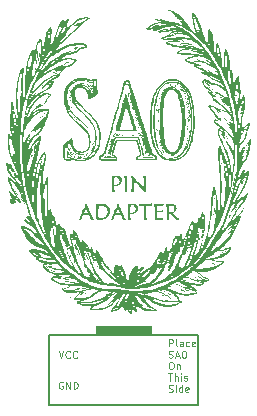
<source format=gto>
G04 #@! TF.GenerationSoftware,KiCad,Pcbnew,9.0.2*
G04 #@! TF.CreationDate,2025-06-03T20:11:50-05:00*
G04 #@! TF.ProjectId,SAO_Pin,53414f5f-5069-46e2-9e6b-696361645f70,1*
G04 #@! TF.SameCoordinates,Original*
G04 #@! TF.FileFunction,Legend,Top*
G04 #@! TF.FilePolarity,Positive*
%FSLAX46Y46*%
G04 Gerber Fmt 4.6, Leading zero omitted, Abs format (unit mm)*
G04 Created by KiCad (PCBNEW 9.0.2) date 2025-06-03 20:11:50*
%MOMM*%
%LPD*%
G01*
G04 APERTURE LIST*
%ADD10C,0.100000*%
%ADD11C,0.000000*%
%ADD12C,0.200000*%
%ADD13C,1.700000*%
%ADD14R,1.700000X1.700000*%
%ADD15C,2.200000*%
%ADD16R,1.727200X1.727200*%
%ADD17C,1.727200*%
%ADD18O,1.727200X1.727200*%
G04 APERTURE END LIST*
D10*
X143308646Y-104202507D02*
X143308646Y-103602507D01*
X143308646Y-103602507D02*
X143537217Y-103602507D01*
X143537217Y-103602507D02*
X143594360Y-103631078D01*
X143594360Y-103631078D02*
X143622931Y-103659650D01*
X143622931Y-103659650D02*
X143651503Y-103716793D01*
X143651503Y-103716793D02*
X143651503Y-103802507D01*
X143651503Y-103802507D02*
X143622931Y-103859650D01*
X143622931Y-103859650D02*
X143594360Y-103888221D01*
X143594360Y-103888221D02*
X143537217Y-103916793D01*
X143537217Y-103916793D02*
X143308646Y-103916793D01*
X143994360Y-104202507D02*
X143937217Y-104173936D01*
X143937217Y-104173936D02*
X143908646Y-104116793D01*
X143908646Y-104116793D02*
X143908646Y-103602507D01*
X144480075Y-104202507D02*
X144480075Y-103888221D01*
X144480075Y-103888221D02*
X144451503Y-103831078D01*
X144451503Y-103831078D02*
X144394360Y-103802507D01*
X144394360Y-103802507D02*
X144280075Y-103802507D01*
X144280075Y-103802507D02*
X144222932Y-103831078D01*
X144480075Y-104173936D02*
X144422932Y-104202507D01*
X144422932Y-104202507D02*
X144280075Y-104202507D01*
X144280075Y-104202507D02*
X144222932Y-104173936D01*
X144222932Y-104173936D02*
X144194360Y-104116793D01*
X144194360Y-104116793D02*
X144194360Y-104059650D01*
X144194360Y-104059650D02*
X144222932Y-104002507D01*
X144222932Y-104002507D02*
X144280075Y-103973936D01*
X144280075Y-103973936D02*
X144422932Y-103973936D01*
X144422932Y-103973936D02*
X144480075Y-103945364D01*
X145022932Y-104173936D02*
X144965789Y-104202507D01*
X144965789Y-104202507D02*
X144851503Y-104202507D01*
X144851503Y-104202507D02*
X144794360Y-104173936D01*
X144794360Y-104173936D02*
X144765789Y-104145364D01*
X144765789Y-104145364D02*
X144737217Y-104088221D01*
X144737217Y-104088221D02*
X144737217Y-103916793D01*
X144737217Y-103916793D02*
X144765789Y-103859650D01*
X144765789Y-103859650D02*
X144794360Y-103831078D01*
X144794360Y-103831078D02*
X144851503Y-103802507D01*
X144851503Y-103802507D02*
X144965789Y-103802507D01*
X144965789Y-103802507D02*
X145022932Y-103831078D01*
X145508646Y-104173936D02*
X145451503Y-104202507D01*
X145451503Y-104202507D02*
X145337218Y-104202507D01*
X145337218Y-104202507D02*
X145280075Y-104173936D01*
X145280075Y-104173936D02*
X145251503Y-104116793D01*
X145251503Y-104116793D02*
X145251503Y-103888221D01*
X145251503Y-103888221D02*
X145280075Y-103831078D01*
X145280075Y-103831078D02*
X145337218Y-103802507D01*
X145337218Y-103802507D02*
X145451503Y-103802507D01*
X145451503Y-103802507D02*
X145508646Y-103831078D01*
X145508646Y-103831078D02*
X145537218Y-103888221D01*
X145537218Y-103888221D02*
X145537218Y-103945364D01*
X145537218Y-103945364D02*
X145251503Y-104002507D01*
X143280074Y-105139902D02*
X143365789Y-105168473D01*
X143365789Y-105168473D02*
X143508646Y-105168473D01*
X143508646Y-105168473D02*
X143565789Y-105139902D01*
X143565789Y-105139902D02*
X143594360Y-105111330D01*
X143594360Y-105111330D02*
X143622931Y-105054187D01*
X143622931Y-105054187D02*
X143622931Y-104997044D01*
X143622931Y-104997044D02*
X143594360Y-104939902D01*
X143594360Y-104939902D02*
X143565789Y-104911330D01*
X143565789Y-104911330D02*
X143508646Y-104882759D01*
X143508646Y-104882759D02*
X143394360Y-104854187D01*
X143394360Y-104854187D02*
X143337217Y-104825616D01*
X143337217Y-104825616D02*
X143308646Y-104797044D01*
X143308646Y-104797044D02*
X143280074Y-104739902D01*
X143280074Y-104739902D02*
X143280074Y-104682759D01*
X143280074Y-104682759D02*
X143308646Y-104625616D01*
X143308646Y-104625616D02*
X143337217Y-104597044D01*
X143337217Y-104597044D02*
X143394360Y-104568473D01*
X143394360Y-104568473D02*
X143537217Y-104568473D01*
X143537217Y-104568473D02*
X143622931Y-104597044D01*
X143851503Y-104997044D02*
X144137218Y-104997044D01*
X143794360Y-105168473D02*
X143994360Y-104568473D01*
X143994360Y-104568473D02*
X144194360Y-105168473D01*
X144508646Y-104568473D02*
X144622932Y-104568473D01*
X144622932Y-104568473D02*
X144680075Y-104597044D01*
X144680075Y-104597044D02*
X144737218Y-104654187D01*
X144737218Y-104654187D02*
X144765789Y-104768473D01*
X144765789Y-104768473D02*
X144765789Y-104968473D01*
X144765789Y-104968473D02*
X144737218Y-105082759D01*
X144737218Y-105082759D02*
X144680075Y-105139902D01*
X144680075Y-105139902D02*
X144622932Y-105168473D01*
X144622932Y-105168473D02*
X144508646Y-105168473D01*
X144508646Y-105168473D02*
X144451504Y-105139902D01*
X144451504Y-105139902D02*
X144394361Y-105082759D01*
X144394361Y-105082759D02*
X144365789Y-104968473D01*
X144365789Y-104968473D02*
X144365789Y-104768473D01*
X144365789Y-104768473D02*
X144394361Y-104654187D01*
X144394361Y-104654187D02*
X144451504Y-104597044D01*
X144451504Y-104597044D02*
X144508646Y-104568473D01*
X143422931Y-105534439D02*
X143537217Y-105534439D01*
X143537217Y-105534439D02*
X143594360Y-105563010D01*
X143594360Y-105563010D02*
X143651503Y-105620153D01*
X143651503Y-105620153D02*
X143680074Y-105734439D01*
X143680074Y-105734439D02*
X143680074Y-105934439D01*
X143680074Y-105934439D02*
X143651503Y-106048725D01*
X143651503Y-106048725D02*
X143594360Y-106105868D01*
X143594360Y-106105868D02*
X143537217Y-106134439D01*
X143537217Y-106134439D02*
X143422931Y-106134439D01*
X143422931Y-106134439D02*
X143365789Y-106105868D01*
X143365789Y-106105868D02*
X143308646Y-106048725D01*
X143308646Y-106048725D02*
X143280074Y-105934439D01*
X143280074Y-105934439D02*
X143280074Y-105734439D01*
X143280074Y-105734439D02*
X143308646Y-105620153D01*
X143308646Y-105620153D02*
X143365789Y-105563010D01*
X143365789Y-105563010D02*
X143422931Y-105534439D01*
X143937217Y-105734439D02*
X143937217Y-106134439D01*
X143937217Y-105791582D02*
X143965788Y-105763010D01*
X143965788Y-105763010D02*
X144022931Y-105734439D01*
X144022931Y-105734439D02*
X144108645Y-105734439D01*
X144108645Y-105734439D02*
X144165788Y-105763010D01*
X144165788Y-105763010D02*
X144194360Y-105820153D01*
X144194360Y-105820153D02*
X144194360Y-106134439D01*
X143222931Y-106500405D02*
X143565789Y-106500405D01*
X143394360Y-107100405D02*
X143394360Y-106500405D01*
X143765789Y-107100405D02*
X143765789Y-106500405D01*
X144022932Y-107100405D02*
X144022932Y-106786119D01*
X144022932Y-106786119D02*
X143994360Y-106728976D01*
X143994360Y-106728976D02*
X143937217Y-106700405D01*
X143937217Y-106700405D02*
X143851503Y-106700405D01*
X143851503Y-106700405D02*
X143794360Y-106728976D01*
X143794360Y-106728976D02*
X143765789Y-106757548D01*
X144308646Y-107100405D02*
X144308646Y-106700405D01*
X144308646Y-106500405D02*
X144280074Y-106528976D01*
X144280074Y-106528976D02*
X144308646Y-106557548D01*
X144308646Y-106557548D02*
X144337217Y-106528976D01*
X144337217Y-106528976D02*
X144308646Y-106500405D01*
X144308646Y-106500405D02*
X144308646Y-106557548D01*
X144565788Y-107071834D02*
X144622931Y-107100405D01*
X144622931Y-107100405D02*
X144737217Y-107100405D01*
X144737217Y-107100405D02*
X144794360Y-107071834D01*
X144794360Y-107071834D02*
X144822931Y-107014691D01*
X144822931Y-107014691D02*
X144822931Y-106986119D01*
X144822931Y-106986119D02*
X144794360Y-106928976D01*
X144794360Y-106928976D02*
X144737217Y-106900405D01*
X144737217Y-106900405D02*
X144651503Y-106900405D01*
X144651503Y-106900405D02*
X144594360Y-106871834D01*
X144594360Y-106871834D02*
X144565788Y-106814691D01*
X144565788Y-106814691D02*
X144565788Y-106786119D01*
X144565788Y-106786119D02*
X144594360Y-106728976D01*
X144594360Y-106728976D02*
X144651503Y-106700405D01*
X144651503Y-106700405D02*
X144737217Y-106700405D01*
X144737217Y-106700405D02*
X144794360Y-106728976D01*
X143280074Y-108037800D02*
X143365789Y-108066371D01*
X143365789Y-108066371D02*
X143508646Y-108066371D01*
X143508646Y-108066371D02*
X143565789Y-108037800D01*
X143565789Y-108037800D02*
X143594360Y-108009228D01*
X143594360Y-108009228D02*
X143622931Y-107952085D01*
X143622931Y-107952085D02*
X143622931Y-107894942D01*
X143622931Y-107894942D02*
X143594360Y-107837800D01*
X143594360Y-107837800D02*
X143565789Y-107809228D01*
X143565789Y-107809228D02*
X143508646Y-107780657D01*
X143508646Y-107780657D02*
X143394360Y-107752085D01*
X143394360Y-107752085D02*
X143337217Y-107723514D01*
X143337217Y-107723514D02*
X143308646Y-107694942D01*
X143308646Y-107694942D02*
X143280074Y-107637800D01*
X143280074Y-107637800D02*
X143280074Y-107580657D01*
X143280074Y-107580657D02*
X143308646Y-107523514D01*
X143308646Y-107523514D02*
X143337217Y-107494942D01*
X143337217Y-107494942D02*
X143394360Y-107466371D01*
X143394360Y-107466371D02*
X143537217Y-107466371D01*
X143537217Y-107466371D02*
X143622931Y-107494942D01*
X143880075Y-108066371D02*
X143880075Y-107666371D01*
X143880075Y-107466371D02*
X143851503Y-107494942D01*
X143851503Y-107494942D02*
X143880075Y-107523514D01*
X143880075Y-107523514D02*
X143908646Y-107494942D01*
X143908646Y-107494942D02*
X143880075Y-107466371D01*
X143880075Y-107466371D02*
X143880075Y-107523514D01*
X144422932Y-108066371D02*
X144422932Y-107466371D01*
X144422932Y-108037800D02*
X144365789Y-108066371D01*
X144365789Y-108066371D02*
X144251503Y-108066371D01*
X144251503Y-108066371D02*
X144194360Y-108037800D01*
X144194360Y-108037800D02*
X144165789Y-108009228D01*
X144165789Y-108009228D02*
X144137217Y-107952085D01*
X144137217Y-107952085D02*
X144137217Y-107780657D01*
X144137217Y-107780657D02*
X144165789Y-107723514D01*
X144165789Y-107723514D02*
X144194360Y-107694942D01*
X144194360Y-107694942D02*
X144251503Y-107666371D01*
X144251503Y-107666371D02*
X144365789Y-107666371D01*
X144365789Y-107666371D02*
X144422932Y-107694942D01*
X144937217Y-108037800D02*
X144880074Y-108066371D01*
X144880074Y-108066371D02*
X144765789Y-108066371D01*
X144765789Y-108066371D02*
X144708646Y-108037800D01*
X144708646Y-108037800D02*
X144680074Y-107980657D01*
X144680074Y-107980657D02*
X144680074Y-107752085D01*
X144680074Y-107752085D02*
X144708646Y-107694942D01*
X144708646Y-107694942D02*
X144765789Y-107666371D01*
X144765789Y-107666371D02*
X144880074Y-107666371D01*
X144880074Y-107666371D02*
X144937217Y-107694942D01*
X144937217Y-107694942D02*
X144965789Y-107752085D01*
X144965789Y-107752085D02*
X144965789Y-107809228D01*
X144965789Y-107809228D02*
X144680074Y-107866371D01*
X134302857Y-107215942D02*
X134245715Y-107187371D01*
X134245715Y-107187371D02*
X134160000Y-107187371D01*
X134160000Y-107187371D02*
X134074286Y-107215942D01*
X134074286Y-107215942D02*
X134017143Y-107273085D01*
X134017143Y-107273085D02*
X133988572Y-107330228D01*
X133988572Y-107330228D02*
X133960000Y-107444514D01*
X133960000Y-107444514D02*
X133960000Y-107530228D01*
X133960000Y-107530228D02*
X133988572Y-107644514D01*
X133988572Y-107644514D02*
X134017143Y-107701657D01*
X134017143Y-107701657D02*
X134074286Y-107758800D01*
X134074286Y-107758800D02*
X134160000Y-107787371D01*
X134160000Y-107787371D02*
X134217143Y-107787371D01*
X134217143Y-107787371D02*
X134302857Y-107758800D01*
X134302857Y-107758800D02*
X134331429Y-107730228D01*
X134331429Y-107730228D02*
X134331429Y-107530228D01*
X134331429Y-107530228D02*
X134217143Y-107530228D01*
X134588572Y-107787371D02*
X134588572Y-107187371D01*
X134588572Y-107187371D02*
X134931429Y-107787371D01*
X134931429Y-107787371D02*
X134931429Y-107187371D01*
X135217143Y-107787371D02*
X135217143Y-107187371D01*
X135217143Y-107187371D02*
X135360000Y-107187371D01*
X135360000Y-107187371D02*
X135445714Y-107215942D01*
X135445714Y-107215942D02*
X135502857Y-107273085D01*
X135502857Y-107273085D02*
X135531428Y-107330228D01*
X135531428Y-107330228D02*
X135560000Y-107444514D01*
X135560000Y-107444514D02*
X135560000Y-107530228D01*
X135560000Y-107530228D02*
X135531428Y-107644514D01*
X135531428Y-107644514D02*
X135502857Y-107701657D01*
X135502857Y-107701657D02*
X135445714Y-107758800D01*
X135445714Y-107758800D02*
X135360000Y-107787371D01*
X135360000Y-107787371D02*
X135217143Y-107787371D01*
X133959999Y-104587371D02*
X134159999Y-105187371D01*
X134159999Y-105187371D02*
X134359999Y-104587371D01*
X134902857Y-105130228D02*
X134874285Y-105158800D01*
X134874285Y-105158800D02*
X134788571Y-105187371D01*
X134788571Y-105187371D02*
X134731428Y-105187371D01*
X134731428Y-105187371D02*
X134645714Y-105158800D01*
X134645714Y-105158800D02*
X134588571Y-105101657D01*
X134588571Y-105101657D02*
X134560000Y-105044514D01*
X134560000Y-105044514D02*
X134531428Y-104930228D01*
X134531428Y-104930228D02*
X134531428Y-104844514D01*
X134531428Y-104844514D02*
X134560000Y-104730228D01*
X134560000Y-104730228D02*
X134588571Y-104673085D01*
X134588571Y-104673085D02*
X134645714Y-104615942D01*
X134645714Y-104615942D02*
X134731428Y-104587371D01*
X134731428Y-104587371D02*
X134788571Y-104587371D01*
X134788571Y-104587371D02*
X134874285Y-104615942D01*
X134874285Y-104615942D02*
X134902857Y-104644514D01*
X135502857Y-105130228D02*
X135474285Y-105158800D01*
X135474285Y-105158800D02*
X135388571Y-105187371D01*
X135388571Y-105187371D02*
X135331428Y-105187371D01*
X135331428Y-105187371D02*
X135245714Y-105158800D01*
X135245714Y-105158800D02*
X135188571Y-105101657D01*
X135188571Y-105101657D02*
X135160000Y-105044514D01*
X135160000Y-105044514D02*
X135131428Y-104930228D01*
X135131428Y-104930228D02*
X135131428Y-104844514D01*
X135131428Y-104844514D02*
X135160000Y-104730228D01*
X135160000Y-104730228D02*
X135188571Y-104673085D01*
X135188571Y-104673085D02*
X135245714Y-104615942D01*
X135245714Y-104615942D02*
X135331428Y-104587371D01*
X135331428Y-104587371D02*
X135388571Y-104587371D01*
X135388571Y-104587371D02*
X135474285Y-104615942D01*
X135474285Y-104615942D02*
X135502857Y-104644514D01*
D11*
G36*
X129971147Y-87352327D02*
G01*
X129958014Y-87365460D01*
X129944880Y-87352327D01*
X129958014Y-87339193D01*
X129971147Y-87352327D01*
G37*
G36*
X129997414Y-87536194D02*
G01*
X129984281Y-87549328D01*
X129971147Y-87536194D01*
X129984281Y-87523061D01*
X129997414Y-87536194D01*
G37*
G36*
X130286349Y-85119648D02*
G01*
X130273215Y-85132782D01*
X130260082Y-85119648D01*
X130273215Y-85106515D01*
X130286349Y-85119648D01*
G37*
G36*
X131652223Y-80050155D02*
G01*
X131639089Y-80063288D01*
X131625956Y-80050155D01*
X131639089Y-80037021D01*
X131652223Y-80050155D01*
G37*
G36*
X131967424Y-79761220D02*
G01*
X131954291Y-79774353D01*
X131941158Y-79761220D01*
X131954291Y-79748087D01*
X131967424Y-79761220D01*
G37*
G36*
X132256359Y-78605481D02*
G01*
X132243226Y-78618614D01*
X132230092Y-78605481D01*
X132243226Y-78592347D01*
X132256359Y-78605481D01*
G37*
G36*
X132413960Y-84541778D02*
G01*
X132400827Y-84554912D01*
X132387693Y-84541778D01*
X132400827Y-84528645D01*
X132413960Y-84541778D01*
G37*
G36*
X132676628Y-82414167D02*
G01*
X132663495Y-82427301D01*
X132650361Y-82414167D01*
X132663495Y-82401034D01*
X132676628Y-82414167D01*
G37*
G36*
X133963701Y-95258635D02*
G01*
X133950568Y-95271768D01*
X133937435Y-95258635D01*
X133950568Y-95245501D01*
X133963701Y-95258635D01*
G37*
G36*
X134095036Y-97832782D02*
G01*
X134081902Y-97845915D01*
X134068769Y-97832782D01*
X134081902Y-97819648D01*
X134095036Y-97832782D01*
G37*
G36*
X134725439Y-78946949D02*
G01*
X134712305Y-78960083D01*
X134699172Y-78946949D01*
X134712305Y-78933816D01*
X134725439Y-78946949D01*
G37*
G36*
X134777972Y-87746329D02*
G01*
X134764839Y-87759462D01*
X134751706Y-87746329D01*
X134764839Y-87733195D01*
X134777972Y-87746329D01*
G37*
G36*
X134804239Y-88114064D02*
G01*
X134791106Y-88127197D01*
X134777972Y-88114064D01*
X134791106Y-88100930D01*
X134804239Y-88114064D01*
G37*
G36*
X134935573Y-82781903D02*
G01*
X134922440Y-82795036D01*
X134909306Y-82781903D01*
X134922440Y-82768769D01*
X134935573Y-82781903D01*
G37*
G36*
X134935573Y-87194726D02*
G01*
X134922440Y-87207859D01*
X134909306Y-87194726D01*
X134922440Y-87181592D01*
X134935573Y-87194726D01*
G37*
G36*
X134988107Y-83070837D02*
G01*
X134974973Y-83083971D01*
X134961840Y-83070837D01*
X134974973Y-83057704D01*
X134988107Y-83070837D01*
G37*
G36*
X134988107Y-83202171D02*
G01*
X134974973Y-83215305D01*
X134961840Y-83202171D01*
X134974973Y-83189038D01*
X134988107Y-83202171D01*
G37*
G36*
X135014374Y-83280972D02*
G01*
X135001240Y-83294105D01*
X134988107Y-83280972D01*
X135001240Y-83267838D01*
X135014374Y-83280972D01*
G37*
G36*
X135066907Y-96834643D02*
G01*
X135053774Y-96847776D01*
X135040640Y-96834643D01*
X135053774Y-96821510D01*
X135066907Y-96834643D01*
G37*
G36*
X135198241Y-78973216D02*
G01*
X135185108Y-78986349D01*
X135171975Y-78973216D01*
X135185108Y-78960083D01*
X135198241Y-78973216D01*
G37*
G36*
X135408376Y-83963909D02*
G01*
X135395242Y-83977042D01*
X135382109Y-83963909D01*
X135395242Y-83950775D01*
X135408376Y-83963909D01*
G37*
G36*
X135408376Y-97228645D02*
G01*
X135395242Y-97241778D01*
X135382109Y-97228645D01*
X135395242Y-97215512D01*
X135408376Y-97228645D01*
G37*
G36*
X135487176Y-96151706D02*
G01*
X135474043Y-96164839D01*
X135460909Y-96151706D01*
X135474043Y-96138573D01*
X135487176Y-96151706D01*
G37*
G36*
X135671044Y-84673112D02*
G01*
X135657910Y-84686246D01*
X135644777Y-84673112D01*
X135657910Y-84659979D01*
X135671044Y-84673112D01*
G37*
G36*
X135828645Y-96571975D02*
G01*
X135815511Y-96585108D01*
X135802378Y-96571975D01*
X135815511Y-96558842D01*
X135828645Y-96571975D01*
G37*
G36*
X136248913Y-81915098D02*
G01*
X136235780Y-81928231D01*
X136222647Y-81915098D01*
X136235780Y-81901965D01*
X136248913Y-81915098D01*
G37*
G36*
X136301447Y-99907859D02*
G01*
X136288314Y-99920993D01*
X136275180Y-99907859D01*
X136288314Y-99894726D01*
X136301447Y-99907859D01*
G37*
G36*
X136432781Y-99566391D02*
G01*
X136419648Y-99579524D01*
X136406514Y-99566391D01*
X136419648Y-99553257D01*
X136432781Y-99566391D01*
G37*
G36*
X136747983Y-87404860D02*
G01*
X136734849Y-87417994D01*
X136721716Y-87404860D01*
X136734849Y-87391727D01*
X136747983Y-87404860D01*
G37*
G36*
X136958117Y-97044777D02*
G01*
X136944984Y-97057911D01*
X136931850Y-97044777D01*
X136944984Y-97031644D01*
X136958117Y-97044777D01*
G37*
G36*
X136984384Y-87089659D02*
G01*
X136971251Y-87102792D01*
X136958117Y-87089659D01*
X136971251Y-87076525D01*
X136984384Y-87089659D01*
G37*
G36*
X137010651Y-86564322D02*
G01*
X136997517Y-86577456D01*
X136984384Y-86564322D01*
X136997517Y-86551189D01*
X137010651Y-86564322D01*
G37*
G36*
X137378386Y-86432988D02*
G01*
X137365253Y-86446122D01*
X137352119Y-86432988D01*
X137365253Y-86419855D01*
X137378386Y-86432988D01*
G37*
G36*
X137641054Y-97281179D02*
G01*
X137627921Y-97294312D01*
X137614787Y-97281179D01*
X137627921Y-97268045D01*
X137641054Y-97281179D01*
G37*
G36*
X138113857Y-87693795D02*
G01*
X138100723Y-87706928D01*
X138087590Y-87693795D01*
X138100723Y-87680662D01*
X138113857Y-87693795D01*
G37*
G36*
X138192657Y-87614995D02*
G01*
X138179524Y-87628128D01*
X138166390Y-87614995D01*
X138179524Y-87601861D01*
X138192657Y-87614995D01*
G37*
G36*
X138245191Y-87982730D02*
G01*
X138232057Y-87995863D01*
X138218924Y-87982730D01*
X138232057Y-87969596D01*
X138245191Y-87982730D01*
G37*
G36*
X138350258Y-86853257D02*
G01*
X138337124Y-86866391D01*
X138323991Y-86853257D01*
X138337124Y-86840124D01*
X138350258Y-86853257D01*
G37*
G36*
X138744260Y-85671251D02*
G01*
X138731127Y-85684384D01*
X138717993Y-85671251D01*
X138731127Y-85658118D01*
X138744260Y-85671251D01*
G37*
G36*
X138744260Y-85828852D02*
G01*
X138731127Y-85841985D01*
X138717993Y-85828852D01*
X138731127Y-85815718D01*
X138744260Y-85828852D01*
G37*
G36*
X138980661Y-84699379D02*
G01*
X138967528Y-84712513D01*
X138954394Y-84699379D01*
X138967528Y-84686246D01*
X138980661Y-84699379D01*
G37*
G36*
X139111995Y-84462978D02*
G01*
X139098862Y-84476111D01*
X139085728Y-84462978D01*
X139098862Y-84449845D01*
X139111995Y-84462978D01*
G37*
G36*
X139637331Y-82387900D02*
G01*
X139624198Y-82401034D01*
X139611064Y-82387900D01*
X139624198Y-82374767D01*
X139637331Y-82387900D01*
G37*
G36*
X139663598Y-82177766D02*
G01*
X139650465Y-82190899D01*
X139637331Y-82177766D01*
X139650465Y-82164633D01*
X139663598Y-82177766D01*
G37*
G36*
X139663598Y-82282833D02*
G01*
X139650465Y-82295967D01*
X139637331Y-82282833D01*
X139650465Y-82269700D01*
X139663598Y-82282833D01*
G37*
G36*
X139742398Y-82466701D02*
G01*
X139729265Y-82479834D01*
X139716132Y-82466701D01*
X139729265Y-82453568D01*
X139742398Y-82466701D01*
G37*
G36*
X139873733Y-83202171D02*
G01*
X139860599Y-83215305D01*
X139847466Y-83202171D01*
X139860599Y-83189038D01*
X139873733Y-83202171D01*
G37*
G36*
X140740537Y-86117787D02*
G01*
X140727404Y-86130920D01*
X140714270Y-86117787D01*
X140727404Y-86104653D01*
X140740537Y-86117787D01*
G37*
G36*
X140924405Y-99487590D02*
G01*
X140911271Y-99500724D01*
X140898138Y-99487590D01*
X140911271Y-99474457D01*
X140924405Y-99487590D01*
G37*
G36*
X141554808Y-88114064D02*
G01*
X141541675Y-88127197D01*
X141528541Y-88114064D01*
X141541675Y-88100930D01*
X141554808Y-88114064D01*
G37*
G36*
X142290279Y-84778180D02*
G01*
X142277145Y-84791313D01*
X142264012Y-84778180D01*
X142277145Y-84765046D01*
X142290279Y-84778180D01*
G37*
G36*
X142290279Y-84830713D02*
G01*
X142277145Y-84843847D01*
X142264012Y-84830713D01*
X142277145Y-84817580D01*
X142290279Y-84830713D01*
G37*
G36*
X142290279Y-85172182D02*
G01*
X142277145Y-85185315D01*
X142264012Y-85172182D01*
X142277145Y-85159048D01*
X142290279Y-85172182D01*
G37*
G36*
X142290279Y-99723992D02*
G01*
X142277145Y-99737125D01*
X142264012Y-99723992D01*
X142277145Y-99710858D01*
X142290279Y-99723992D01*
G37*
G36*
X142342812Y-84226577D02*
G01*
X142329679Y-84239710D01*
X142316545Y-84226577D01*
X142329679Y-84213443D01*
X142342812Y-84226577D01*
G37*
G36*
X142342812Y-84751913D02*
G01*
X142329679Y-84765046D01*
X142316545Y-84751913D01*
X142329679Y-84738780D01*
X142342812Y-84751913D01*
G37*
G36*
X142342812Y-85697518D02*
G01*
X142329679Y-85710651D01*
X142316545Y-85697518D01*
X142329679Y-85684384D01*
X142342812Y-85697518D01*
G37*
G36*
X142369079Y-84988314D02*
G01*
X142355946Y-85001448D01*
X142342812Y-84988314D01*
X142355946Y-84975181D01*
X142369079Y-84988314D01*
G37*
G36*
X142395346Y-86038986D02*
G01*
X142382212Y-86052120D01*
X142369079Y-86038986D01*
X142382212Y-86025853D01*
X142395346Y-86038986D01*
G37*
G36*
X142395346Y-86275388D02*
G01*
X142382212Y-86288521D01*
X142369079Y-86275388D01*
X142382212Y-86262254D01*
X142395346Y-86275388D01*
G37*
G36*
X142421613Y-97018511D02*
G01*
X142408479Y-97031644D01*
X142395346Y-97018511D01*
X142408479Y-97005377D01*
X142421613Y-97018511D01*
G37*
G36*
X142474146Y-86380455D02*
G01*
X142461013Y-86393588D01*
X142447879Y-86380455D01*
X142461013Y-86367321D01*
X142474146Y-86380455D01*
G37*
G36*
X142500413Y-84331644D02*
G01*
X142487280Y-84344777D01*
X142474146Y-84331644D01*
X142487280Y-84318511D01*
X142500413Y-84331644D01*
G37*
G36*
X142946949Y-87930196D02*
G01*
X142933815Y-87943330D01*
X142920682Y-87930196D01*
X142933815Y-87917063D01*
X142946949Y-87930196D01*
G37*
G36*
X142973215Y-100485729D02*
G01*
X142960082Y-100498862D01*
X142946949Y-100485729D01*
X142960082Y-100472595D01*
X142973215Y-100485729D01*
G37*
G36*
X143393484Y-88140331D02*
G01*
X143380351Y-88153464D01*
X143367218Y-88140331D01*
X143380351Y-88127197D01*
X143393484Y-88140331D01*
G37*
G36*
X143419751Y-96545708D02*
G01*
X143406618Y-96558842D01*
X143393484Y-96545708D01*
X143406618Y-96532575D01*
X143419751Y-96545708D01*
G37*
G36*
X143472285Y-96992244D02*
G01*
X143459151Y-97005377D01*
X143446018Y-96992244D01*
X143459151Y-96979110D01*
X143472285Y-96992244D01*
G37*
G36*
X143734953Y-78500413D02*
G01*
X143721819Y-78513547D01*
X143708686Y-78500413D01*
X143721819Y-78487280D01*
X143734953Y-78500413D01*
G37*
G36*
X143840020Y-82046432D02*
G01*
X143826887Y-82059565D01*
X143813753Y-82046432D01*
X143826887Y-82033299D01*
X143840020Y-82046432D01*
G37*
G36*
X144522957Y-87352327D02*
G01*
X144509824Y-87365460D01*
X144496690Y-87352327D01*
X144509824Y-87339193D01*
X144522957Y-87352327D01*
G37*
G36*
X144575491Y-87220993D02*
G01*
X144562357Y-87234126D01*
X144549224Y-87220993D01*
X144562357Y-87207859D01*
X144575491Y-87220993D01*
G37*
G36*
X144654291Y-86932058D02*
G01*
X144641158Y-86945191D01*
X144628024Y-86932058D01*
X144641158Y-86918924D01*
X144654291Y-86932058D01*
G37*
G36*
X144838159Y-96309307D02*
G01*
X144825025Y-96322440D01*
X144811892Y-96309307D01*
X144825025Y-96296174D01*
X144838159Y-96309307D01*
G37*
G36*
X144890692Y-84174043D02*
G01*
X144877559Y-84187177D01*
X144864425Y-84174043D01*
X144877559Y-84160910D01*
X144890692Y-84174043D01*
G37*
G36*
X144969493Y-85224715D02*
G01*
X144956359Y-85237849D01*
X144943226Y-85224715D01*
X144956359Y-85211582D01*
X144969493Y-85224715D01*
G37*
G36*
X144969493Y-85697518D02*
G01*
X144956359Y-85710651D01*
X144943226Y-85697518D01*
X144956359Y-85684384D01*
X144969493Y-85697518D01*
G37*
G36*
X145022026Y-98305584D02*
G01*
X145008893Y-98318717D01*
X144995759Y-98305584D01*
X145008893Y-98292451D01*
X145022026Y-98305584D01*
G37*
G36*
X145442295Y-98305584D02*
G01*
X145429162Y-98318717D01*
X145416028Y-98305584D01*
X145429162Y-98292451D01*
X145442295Y-98305584D01*
G37*
G36*
X145521095Y-79340951D02*
G01*
X145507962Y-79354085D01*
X145494829Y-79340951D01*
X145507962Y-79327818D01*
X145521095Y-79340951D01*
G37*
G36*
X145521095Y-95521303D02*
G01*
X145507962Y-95534436D01*
X145494829Y-95521303D01*
X145507962Y-95508169D01*
X145521095Y-95521303D01*
G37*
G36*
X146860703Y-82151499D02*
G01*
X146847569Y-82164633D01*
X146834436Y-82151499D01*
X146847569Y-82138366D01*
X146860703Y-82151499D01*
G37*
G36*
X148331644Y-93551292D02*
G01*
X148318510Y-93564426D01*
X148305377Y-93551292D01*
X148318510Y-93538159D01*
X148331644Y-93551292D01*
G37*
G36*
X148462978Y-93052223D02*
G01*
X148449844Y-93065357D01*
X148436711Y-93052223D01*
X148449844Y-93039090D01*
X148462978Y-93052223D01*
G37*
G36*
X148515511Y-86038986D02*
G01*
X148502378Y-86052120D01*
X148489244Y-86038986D01*
X148502378Y-86025853D01*
X148515511Y-86038986D01*
G37*
G36*
X148541778Y-92920889D02*
G01*
X148528645Y-92934023D01*
X148515511Y-92920889D01*
X148528645Y-92907756D01*
X148541778Y-92920889D01*
G37*
G36*
X149014580Y-89007135D02*
G01*
X149001447Y-89020269D01*
X148988314Y-89007135D01*
X149001447Y-88994002D01*
X149014580Y-89007135D01*
G37*
G36*
X149119648Y-83464839D02*
G01*
X149106514Y-83477973D01*
X149093381Y-83464839D01*
X149106514Y-83451706D01*
X149119648Y-83464839D01*
G37*
G36*
X149303515Y-90898345D02*
G01*
X149290382Y-90911479D01*
X149277249Y-90898345D01*
X149290382Y-90885212D01*
X149303515Y-90898345D01*
G37*
G36*
X129988658Y-87400482D02*
G01*
X129991802Y-87431655D01*
X129988658Y-87435505D01*
X129973043Y-87431899D01*
X129971147Y-87417994D01*
X129980758Y-87396373D01*
X129988658Y-87400482D01*
G37*
G36*
X130225060Y-87741951D02*
G01*
X130228203Y-87773123D01*
X130225060Y-87776973D01*
X130209444Y-87773368D01*
X130207548Y-87759462D01*
X130217159Y-87737841D01*
X130225060Y-87741951D01*
G37*
G36*
X130593227Y-82527443D02*
G01*
X130596358Y-82568495D01*
X130591153Y-82577788D01*
X130579215Y-82569954D01*
X130577357Y-82543312D01*
X130583772Y-82515285D01*
X130593227Y-82527443D01*
G37*
G36*
X130672027Y-83184113D02*
G01*
X130675159Y-83225165D01*
X130669954Y-83234458D01*
X130658015Y-83226624D01*
X130656158Y-83199983D01*
X130662573Y-83171955D01*
X130672027Y-83184113D01*
G37*
G36*
X131249465Y-86008342D02*
G01*
X131252609Y-86039514D01*
X131249465Y-86043364D01*
X131233849Y-86039758D01*
X131231954Y-86025853D01*
X131241564Y-86004232D01*
X131249465Y-86008342D01*
G37*
G36*
X131984936Y-80072044D02*
G01*
X131988079Y-80103216D01*
X131984936Y-80107066D01*
X131969320Y-80103461D01*
X131967424Y-80089555D01*
X131977035Y-80067935D01*
X131984936Y-80072044D01*
G37*
G36*
X132195502Y-80268498D02*
G01*
X132198633Y-80309550D01*
X132193428Y-80318842D01*
X132181490Y-80311009D01*
X132179632Y-80284367D01*
X132186047Y-80256340D01*
X132195502Y-80268498D01*
G37*
G36*
X132615339Y-82436056D02*
G01*
X132618482Y-82467229D01*
X132615339Y-82471079D01*
X132599723Y-82467473D01*
X132597828Y-82453568D01*
X132607438Y-82431947D01*
X132615339Y-82436056D01*
G37*
G36*
X133088026Y-78060444D02*
G01*
X133091495Y-78114222D01*
X133088026Y-78126111D01*
X133078439Y-78129411D01*
X133074778Y-78093278D01*
X133078905Y-78055989D01*
X133088026Y-78060444D01*
G37*
G36*
X134874284Y-87531816D02*
G01*
X134877428Y-87562989D01*
X134874284Y-87566839D01*
X134858668Y-87563233D01*
X134856773Y-87549328D01*
X134866383Y-87527707D01*
X134874284Y-87531816D01*
G37*
G36*
X134900551Y-87085281D02*
G01*
X134896945Y-87100896D01*
X134883040Y-87102792D01*
X134861419Y-87093181D01*
X134865528Y-87085281D01*
X134896701Y-87082137D01*
X134900551Y-87085281D01*
G37*
G36*
X134926818Y-83040193D02*
G01*
X134923212Y-83055808D01*
X134909306Y-83057704D01*
X134887686Y-83048093D01*
X134891795Y-83040193D01*
X134922968Y-83037049D01*
X134926818Y-83040193D01*
G37*
G36*
X134953084Y-87269148D02*
G01*
X134956228Y-87300321D01*
X134953084Y-87304171D01*
X134937469Y-87300565D01*
X134935573Y-87286660D01*
X134945184Y-87265039D01*
X134953084Y-87269148D01*
G37*
G36*
X134954726Y-78891679D02*
G01*
X134946892Y-78903618D01*
X134920251Y-78905475D01*
X134892223Y-78899060D01*
X134904381Y-78889606D01*
X134945433Y-78886474D01*
X134954726Y-78891679D01*
G37*
G36*
X135662288Y-85062737D02*
G01*
X135658683Y-85078352D01*
X135644777Y-85080248D01*
X135623156Y-85070637D01*
X135627266Y-85062737D01*
X135658438Y-85059593D01*
X135662288Y-85062737D01*
G37*
G36*
X135767355Y-84773802D02*
G01*
X135770499Y-84804974D01*
X135767355Y-84808824D01*
X135751740Y-84805219D01*
X135749844Y-84791313D01*
X135759455Y-84769693D01*
X135767355Y-84773802D01*
G37*
G36*
X135846156Y-85246604D02*
G01*
X135842550Y-85262220D01*
X135828645Y-85264116D01*
X135807024Y-85254505D01*
X135811133Y-85246604D01*
X135842306Y-85243461D01*
X135846156Y-85246604D01*
G37*
G36*
X136187624Y-81963254D02*
G01*
X136190768Y-81994426D01*
X136187624Y-81998276D01*
X136172009Y-81994671D01*
X136170113Y-81980765D01*
X136179724Y-81959144D01*
X136187624Y-81963254D01*
G37*
G36*
X136292691Y-95753326D02*
G01*
X136295835Y-95784499D01*
X136292691Y-95788349D01*
X136277076Y-95784743D01*
X136275180Y-95770837D01*
X136284791Y-95749217D01*
X136292691Y-95753326D01*
G37*
G36*
X136293124Y-96737784D02*
G01*
X136296255Y-96778836D01*
X136291050Y-96788129D01*
X136279111Y-96780295D01*
X136277254Y-96753654D01*
X136283669Y-96725626D01*
X136293124Y-96737784D01*
G37*
G36*
X137106962Y-98353740D02*
G01*
X137103357Y-98369355D01*
X137089451Y-98371251D01*
X137067831Y-98361640D01*
X137071940Y-98353740D01*
X137103113Y-98350596D01*
X137106962Y-98353740D01*
G37*
G36*
X137133229Y-87453016D02*
G01*
X137136373Y-87484189D01*
X137133229Y-87488038D01*
X137117614Y-87484433D01*
X137115718Y-87470527D01*
X137125329Y-87448907D01*
X137133229Y-87453016D01*
G37*
G36*
X137186195Y-97184320D02*
G01*
X137189326Y-97225372D01*
X137184121Y-97234665D01*
X137172183Y-97226831D01*
X137170325Y-97200189D01*
X137176740Y-97172162D01*
X137186195Y-97184320D01*
G37*
G36*
X137343364Y-97460669D02*
G01*
X137346507Y-97491841D01*
X137343364Y-97495691D01*
X137327748Y-97492085D01*
X137325852Y-97478180D01*
X137335463Y-97456559D01*
X137343364Y-97460669D01*
G37*
G36*
X138052567Y-88004619D02*
G01*
X138048962Y-88020234D01*
X138035056Y-88022130D01*
X138013436Y-88012519D01*
X138017545Y-88004619D01*
X138048718Y-88001475D01*
X138052567Y-88004619D01*
G37*
G36*
X138525370Y-86559945D02*
G01*
X138521764Y-86575560D01*
X138507859Y-86577456D01*
X138486238Y-86567845D01*
X138490347Y-86559945D01*
X138521520Y-86556801D01*
X138525370Y-86559945D01*
G37*
G36*
X138577903Y-85982075D02*
G01*
X138581047Y-86013247D01*
X138577903Y-86017097D01*
X138562288Y-86013492D01*
X138560392Y-85999586D01*
X138570003Y-85977966D01*
X138577903Y-85982075D01*
G37*
G36*
X138656704Y-85745674D02*
G01*
X138659848Y-85776846D01*
X138656704Y-85780696D01*
X138641088Y-85777090D01*
X138639193Y-85763185D01*
X138648803Y-85741564D01*
X138656704Y-85745674D01*
G37*
G36*
X138709238Y-85561806D02*
G01*
X138705632Y-85577422D01*
X138691726Y-85579317D01*
X138670106Y-85569707D01*
X138674215Y-85561806D01*
X138705388Y-85558662D01*
X138709238Y-85561806D01*
G37*
G36*
X138761771Y-85588073D02*
G01*
X138764915Y-85619245D01*
X138761771Y-85623095D01*
X138746156Y-85619490D01*
X138744260Y-85605584D01*
X138753871Y-85583963D01*
X138761771Y-85588073D01*
G37*
G36*
X138814305Y-85404205D02*
G01*
X138817448Y-85435378D01*
X138814305Y-85439228D01*
X138798689Y-85435622D01*
X138796794Y-85421716D01*
X138806404Y-85400096D01*
X138814305Y-85404205D01*
G37*
G36*
X138893105Y-84878869D02*
G01*
X138896249Y-84910042D01*
X138893105Y-84913892D01*
X138877490Y-84910286D01*
X138875594Y-84896380D01*
X138885205Y-84874760D01*
X138893105Y-84878869D01*
G37*
G36*
X138971906Y-84589934D02*
G01*
X138975049Y-84621107D01*
X138971906Y-84624957D01*
X138956290Y-84621351D01*
X138954394Y-84607445D01*
X138964005Y-84585825D01*
X138971906Y-84589934D01*
G37*
G36*
X139076973Y-84169665D02*
G01*
X139080116Y-84200838D01*
X139076973Y-84204688D01*
X139061357Y-84201082D01*
X139059462Y-84187177D01*
X139069072Y-84165556D01*
X139076973Y-84169665D01*
G37*
G36*
X139208307Y-86376077D02*
G01*
X139204701Y-86391693D01*
X139190796Y-86393588D01*
X139169175Y-86383978D01*
X139173284Y-86376077D01*
X139204457Y-86372933D01*
X139208307Y-86376077D01*
G37*
G36*
X139418441Y-83092726D02*
G01*
X139421585Y-83123899D01*
X139418441Y-83127749D01*
X139402826Y-83124143D01*
X139400930Y-83110238D01*
X139410541Y-83088617D01*
X139418441Y-83092726D01*
G37*
G36*
X139733643Y-82724991D02*
G01*
X139736787Y-82756164D01*
X139733643Y-82760014D01*
X139718027Y-82756408D01*
X139716132Y-82742502D01*
X139725742Y-82720882D01*
X139733643Y-82724991D01*
G37*
G36*
X139970044Y-83329128D02*
G01*
X139966438Y-83344743D01*
X139952533Y-83346639D01*
X139930912Y-83337028D01*
X139935022Y-83329128D01*
X139966194Y-83325984D01*
X139970044Y-83329128D01*
G37*
G36*
X140048845Y-83539262D02*
G01*
X140051988Y-83570435D01*
X140048845Y-83574285D01*
X140033229Y-83570679D01*
X140031333Y-83556773D01*
X140040944Y-83535153D01*
X140048845Y-83539262D01*
G37*
G36*
X140495380Y-86376077D02*
G01*
X140491775Y-86391693D01*
X140477869Y-86393588D01*
X140456248Y-86383978D01*
X140460358Y-86376077D01*
X140491530Y-86372933D01*
X140495380Y-86376077D01*
G37*
G36*
X140705515Y-85509272D02*
G01*
X140701909Y-85524888D01*
X140688003Y-85526784D01*
X140666383Y-85517173D01*
X140670492Y-85509272D01*
X140701665Y-85506129D01*
X140705515Y-85509272D01*
G37*
G36*
X140968615Y-86231062D02*
G01*
X140971746Y-86272114D01*
X140966541Y-86281407D01*
X140954602Y-86273573D01*
X140952745Y-86246932D01*
X140959160Y-86218904D01*
X140968615Y-86231062D01*
G37*
G36*
X141337560Y-88137595D02*
G01*
X141329726Y-88149533D01*
X141303084Y-88151390D01*
X141275057Y-88144976D01*
X141287215Y-88135521D01*
X141328267Y-88132389D01*
X141337560Y-88137595D01*
G37*
G36*
X142255256Y-85588073D02*
G01*
X142258400Y-85619245D01*
X142255256Y-85623095D01*
X142239641Y-85619490D01*
X142237745Y-85605584D01*
X142247356Y-85583963D01*
X142255256Y-85588073D01*
G37*
G36*
X142255256Y-85824474D02*
G01*
X142258400Y-85855647D01*
X142255256Y-85859497D01*
X142239641Y-85855891D01*
X142237745Y-85841985D01*
X142247356Y-85820365D01*
X142255256Y-85824474D01*
G37*
G36*
X142360323Y-83801930D02*
G01*
X142356718Y-83817546D01*
X142342812Y-83819441D01*
X142321192Y-83809831D01*
X142325301Y-83801930D01*
X142356473Y-83798787D01*
X142360323Y-83801930D01*
G37*
G36*
X142360323Y-85325405D02*
G01*
X142363467Y-85356577D01*
X142360323Y-85360427D01*
X142344708Y-85356822D01*
X142342812Y-85342916D01*
X142352423Y-85321295D01*
X142360323Y-85325405D01*
G37*
G36*
X142386590Y-97066666D02*
G01*
X142389734Y-97097839D01*
X142386590Y-97101689D01*
X142370975Y-97098083D01*
X142369079Y-97084178D01*
X142378690Y-97062557D01*
X142386590Y-97066666D01*
G37*
G36*
X142439124Y-86428611D02*
G01*
X142442267Y-86459783D01*
X142439124Y-86463633D01*
X142423508Y-86460027D01*
X142421613Y-86446122D01*
X142431223Y-86424501D01*
X142439124Y-86428611D01*
G37*
G36*
X142517924Y-83092726D02*
G01*
X142521068Y-83123899D01*
X142517924Y-83127749D01*
X142502309Y-83124143D01*
X142500413Y-83110238D01*
X142510024Y-83088617D01*
X142517924Y-83092726D01*
G37*
G36*
X142859393Y-87584350D02*
G01*
X142862536Y-87615523D01*
X142859393Y-87619372D01*
X142843777Y-87615767D01*
X142841881Y-87601861D01*
X142851492Y-87580241D01*
X142859393Y-87584350D01*
G37*
G36*
X142990727Y-82199655D02*
G01*
X142993870Y-82230828D01*
X142990727Y-82234677D01*
X142975111Y-82231072D01*
X142973215Y-82217166D01*
X142982826Y-82195546D01*
X142990727Y-82199655D01*
G37*
G36*
X143332195Y-82199655D02*
G01*
X143328589Y-82215271D01*
X143314684Y-82217166D01*
X143293063Y-82207556D01*
X143297173Y-82199655D01*
X143328345Y-82196511D01*
X143332195Y-82199655D01*
G37*
G36*
X143437262Y-82120855D02*
G01*
X143433657Y-82136470D01*
X143419751Y-82138366D01*
X143398131Y-82128755D01*
X143402240Y-82120855D01*
X143433412Y-82117711D01*
X143437262Y-82120855D01*
G37*
G36*
X143752464Y-82094588D02*
G01*
X143748858Y-82110203D01*
X143734953Y-82112099D01*
X143713332Y-82102488D01*
X143717442Y-82094588D01*
X143748614Y-82091444D01*
X143752464Y-82094588D01*
G37*
G36*
X143883798Y-99010410D02*
G01*
X143880192Y-99026026D01*
X143866287Y-99027921D01*
X143844666Y-99018311D01*
X143848776Y-99010410D01*
X143879948Y-99007266D01*
X143883798Y-99010410D01*
G37*
G36*
X143962598Y-99036677D02*
G01*
X143958993Y-99052292D01*
X143945087Y-99054188D01*
X143923467Y-99044577D01*
X143927576Y-99036677D01*
X143958749Y-99033533D01*
X143962598Y-99036677D01*
G37*
G36*
X144199000Y-82252189D02*
G01*
X144195394Y-82267804D01*
X144181488Y-82269700D01*
X144159868Y-82260089D01*
X144163977Y-82252189D01*
X144195150Y-82249045D01*
X144199000Y-82252189D01*
G37*
G36*
X144409134Y-99062944D02*
G01*
X144405528Y-99078559D01*
X144391623Y-99080455D01*
X144370002Y-99070844D01*
X144374112Y-99062944D01*
X144405284Y-99059800D01*
X144409134Y-99062944D01*
G37*
G36*
X144540468Y-99115477D02*
G01*
X144536862Y-99131093D01*
X144522957Y-99132988D01*
X144501336Y-99123378D01*
X144505446Y-99115477D01*
X144536618Y-99112334D01*
X144540468Y-99115477D01*
G37*
G36*
X144724336Y-86717545D02*
G01*
X144727479Y-86748718D01*
X144724336Y-86752568D01*
X144708720Y-86748962D01*
X144706825Y-86735057D01*
X144716435Y-86713436D01*
X144724336Y-86717545D01*
G37*
G36*
X144829835Y-96737784D02*
G01*
X144832966Y-96778836D01*
X144827761Y-96788129D01*
X144815823Y-96780295D01*
X144813965Y-96753654D01*
X144820380Y-96725626D01*
X144829835Y-96737784D01*
G37*
G36*
X144934470Y-96042261D02*
G01*
X144930865Y-96057877D01*
X144916959Y-96059772D01*
X144895338Y-96050162D01*
X144899448Y-96042261D01*
X144930620Y-96039117D01*
X144934470Y-96042261D01*
G37*
G36*
X145013703Y-95398177D02*
G01*
X145016834Y-95439229D01*
X145011629Y-95448522D01*
X144999690Y-95440688D01*
X144997833Y-95414047D01*
X145004248Y-95386019D01*
X145013703Y-95398177D01*
G37*
G36*
X145381006Y-79284040D02*
G01*
X145377400Y-79299655D01*
X145363495Y-79301551D01*
X145341874Y-79291940D01*
X145345983Y-79284040D01*
X145377156Y-79280896D01*
X145381006Y-79284040D01*
G37*
G36*
X145879960Y-95396535D02*
G01*
X145883429Y-95450313D01*
X145879960Y-95462202D01*
X145870373Y-95465502D01*
X145866711Y-95429369D01*
X145870839Y-95392080D01*
X145879960Y-95396535D01*
G37*
G36*
X146746880Y-94860255D02*
G01*
X146750023Y-94891427D01*
X146746880Y-94895277D01*
X146731264Y-94891672D01*
X146729369Y-94877766D01*
X146738979Y-94856146D01*
X146746880Y-94860255D01*
G37*
G36*
X146773147Y-94728921D02*
G01*
X146776290Y-94760093D01*
X146773147Y-94763943D01*
X146757531Y-94760338D01*
X146755635Y-94746432D01*
X146765246Y-94724811D01*
X146773147Y-94728921D01*
G37*
G36*
X147219682Y-81096449D02*
G01*
X147216077Y-81112065D01*
X147202171Y-81113960D01*
X147180550Y-81104350D01*
X147184660Y-81096449D01*
X147215832Y-81093306D01*
X147219682Y-81096449D01*
G37*
G36*
X147508617Y-79310307D02*
G01*
X147511761Y-79341479D01*
X147508617Y-79345329D01*
X147493001Y-79341723D01*
X147491106Y-79327818D01*
X147500716Y-79306197D01*
X147508617Y-79310307D01*
G37*
G36*
X147744903Y-88672233D02*
G01*
X147748372Y-88726011D01*
X147744903Y-88737900D01*
X147735316Y-88741200D01*
X147731654Y-88705067D01*
X147735782Y-88667778D01*
X147744903Y-88672233D01*
G37*
G36*
X147902619Y-91393037D02*
G01*
X147905763Y-91424209D01*
X147902619Y-91428059D01*
X147887004Y-91424453D01*
X147885108Y-91410548D01*
X147894719Y-91388927D01*
X147902619Y-91393037D01*
G37*
G36*
X147928886Y-89081558D02*
G01*
X147932030Y-89112730D01*
X147928886Y-89116580D01*
X147913270Y-89112975D01*
X147911375Y-89099069D01*
X147920985Y-89077449D01*
X147928886Y-89081558D01*
G37*
G36*
X148033953Y-93967184D02*
G01*
X148037097Y-93998356D01*
X148033953Y-94002206D01*
X148018338Y-93998600D01*
X148016442Y-93984695D01*
X148026053Y-93963074D01*
X148033953Y-93967184D01*
G37*
G36*
X148270354Y-84878869D02*
G01*
X148266749Y-84894485D01*
X148252843Y-84896380D01*
X148231223Y-84886770D01*
X148235332Y-84878869D01*
X148266505Y-84875726D01*
X148270354Y-84878869D01*
G37*
G36*
X148979990Y-89225478D02*
G01*
X148983121Y-89266530D01*
X148977916Y-89275823D01*
X148965978Y-89267989D01*
X148964121Y-89241348D01*
X148970535Y-89213320D01*
X148979990Y-89225478D01*
G37*
G36*
X149032524Y-88516274D02*
G01*
X149035655Y-88557326D01*
X149030450Y-88566619D01*
X149018511Y-88558785D01*
X149016654Y-88532144D01*
X149023069Y-88504116D01*
X149032524Y-88516274D01*
G37*
G36*
X149032524Y-88647608D02*
G01*
X149035655Y-88688660D01*
X149030450Y-88697953D01*
X149018511Y-88690119D01*
X149016654Y-88663478D01*
X149023069Y-88635450D01*
X149032524Y-88647608D01*
G37*
G36*
X131954320Y-80320017D02*
G01*
X131950334Y-80339931D01*
X131929792Y-80375706D01*
X131917346Y-80360419D01*
X131914891Y-80324406D01*
X131924588Y-80287784D01*
X131940010Y-80285847D01*
X131954320Y-80320017D01*
G37*
G36*
X134834140Y-87252508D02*
G01*
X134856246Y-87272891D01*
X134879651Y-87306890D01*
X134864040Y-87306670D01*
X134831267Y-87287686D01*
X134805723Y-87259980D01*
X134807824Y-87248053D01*
X134834140Y-87252508D01*
G37*
G36*
X134938951Y-83573186D02*
G01*
X134959187Y-83605796D01*
X134955080Y-83624823D01*
X134931295Y-83617745D01*
X134909833Y-83596808D01*
X134892894Y-83563781D01*
X134904540Y-83556773D01*
X134938951Y-83573186D01*
G37*
G36*
X135141855Y-87726033D02*
G01*
X135145708Y-87744778D01*
X135137051Y-87782730D01*
X135114307Y-87771353D01*
X135107429Y-87761277D01*
X135110723Y-87727542D01*
X135119012Y-87720327D01*
X135141855Y-87726033D01*
G37*
G36*
X136016146Y-85361298D02*
G01*
X136038252Y-85381681D01*
X136061658Y-85415680D01*
X136046046Y-85415460D01*
X136013273Y-85396476D01*
X135987729Y-85368770D01*
X135989830Y-85356843D01*
X136016146Y-85361298D01*
G37*
G36*
X136402456Y-85852610D02*
G01*
X136430433Y-85877028D01*
X136432781Y-85882936D01*
X136420316Y-85893732D01*
X136394362Y-85869541D01*
X136390873Y-85864194D01*
X136387777Y-85846219D01*
X136402456Y-85852610D01*
G37*
G36*
X136533996Y-81973603D02*
G01*
X136537848Y-81992348D01*
X136529192Y-82030299D01*
X136506448Y-82018923D01*
X136499570Y-82008847D01*
X136502864Y-81975112D01*
X136511153Y-81967896D01*
X136533996Y-81973603D01*
G37*
G36*
X136630477Y-87633201D02*
G01*
X136622595Y-87652740D01*
X136598081Y-87665839D01*
X136567394Y-87673837D01*
X136579984Y-87654595D01*
X136583377Y-87651135D01*
X136617816Y-87630388D01*
X136630477Y-87633201D01*
G37*
G36*
X136894220Y-97222886D02*
G01*
X136920785Y-97247720D01*
X136952093Y-97286148D01*
X136955559Y-97305626D01*
X136934777Y-97295824D01*
X136908221Y-97260284D01*
X136885790Y-97220869D01*
X136894220Y-97222886D01*
G37*
G36*
X138335762Y-87050605D02*
G01*
X138315776Y-87087374D01*
X138282964Y-87118842D01*
X138259369Y-87104482D01*
X138256823Y-87061882D01*
X138287061Y-87030234D01*
X138322602Y-87027906D01*
X138335762Y-87050605D01*
G37*
G36*
X139186039Y-83960499D02*
G01*
X139199972Y-83989334D01*
X139199692Y-84031601D01*
X139189648Y-84043418D01*
X139169855Y-84034771D01*
X139164529Y-84004859D01*
X139170362Y-83957531D01*
X139186039Y-83960499D01*
G37*
G36*
X139897630Y-83036908D02*
G01*
X139894411Y-83061335D01*
X139879944Y-83081108D01*
X139862778Y-83061229D01*
X139853140Y-83022560D01*
X139857969Y-83012178D01*
X139883936Y-83007865D01*
X139897630Y-83036908D01*
G37*
G36*
X139948652Y-82669036D02*
G01*
X139934046Y-82692695D01*
X139901131Y-82705625D01*
X139889402Y-82694072D01*
X139891725Y-82658493D01*
X139901318Y-82649753D01*
X139938608Y-82643627D01*
X139948652Y-82669036D01*
G37*
G36*
X140370433Y-84376515D02*
G01*
X140367214Y-84400942D01*
X140352747Y-84420715D01*
X140335580Y-84400836D01*
X140325942Y-84362167D01*
X140330771Y-84351785D01*
X140356738Y-84347472D01*
X140370433Y-84376515D01*
G37*
G36*
X141311904Y-87542430D02*
G01*
X141316527Y-87582303D01*
X141295126Y-87613149D01*
X141271167Y-87603875D01*
X141258185Y-87575299D01*
X141260427Y-87531639D01*
X141281466Y-87523061D01*
X141311904Y-87542430D01*
G37*
G36*
X141498512Y-100942517D02*
G01*
X141517523Y-100969490D01*
X141508055Y-100981226D01*
X141472298Y-100977423D01*
X141449501Y-100958242D01*
X141434044Y-100926319D01*
X141456120Y-100921977D01*
X141498512Y-100942517D01*
G37*
G36*
X143317436Y-88036965D02*
G01*
X143340430Y-88070067D01*
X143322374Y-88097144D01*
X143302375Y-88100930D01*
X143275865Y-88083500D01*
X143278860Y-88061681D01*
X143303586Y-88035008D01*
X143317436Y-88036965D01*
G37*
G36*
X143993562Y-82227791D02*
G01*
X144021540Y-82252209D01*
X144023888Y-82258117D01*
X144011422Y-82268913D01*
X143985469Y-82244722D01*
X143981979Y-82239375D01*
X143978883Y-82221400D01*
X143993562Y-82227791D01*
G37*
G36*
X144177636Y-82341338D02*
G01*
X144181488Y-82360084D01*
X144172832Y-82398035D01*
X144150088Y-82386658D01*
X144143210Y-82376582D01*
X144146504Y-82342847D01*
X144154793Y-82335632D01*
X144177636Y-82341338D01*
G37*
G36*
X144888323Y-85611054D02*
G01*
X144885104Y-85635482D01*
X144870637Y-85655255D01*
X144853471Y-85635376D01*
X144843832Y-85596707D01*
X144848662Y-85586325D01*
X144874628Y-85582012D01*
X144888323Y-85611054D01*
G37*
G36*
X144913106Y-86438960D02*
G01*
X144916959Y-86457705D01*
X144908303Y-86495656D01*
X144885558Y-86484279D01*
X144878681Y-86474204D01*
X144881974Y-86440468D01*
X144890264Y-86433253D01*
X144913106Y-86438960D01*
G37*
G36*
X144914590Y-85164519D02*
G01*
X144911371Y-85188946D01*
X144896904Y-85208719D01*
X144879738Y-85188841D01*
X144870099Y-85150171D01*
X144874929Y-85139790D01*
X144900895Y-85135476D01*
X144914590Y-85164519D01*
G37*
G36*
X144967124Y-84823050D02*
G01*
X144963904Y-84847478D01*
X144949437Y-84867251D01*
X144932271Y-84847372D01*
X144922633Y-84808703D01*
X144927462Y-84798321D01*
X144953429Y-84794008D01*
X144967124Y-84823050D01*
G37*
G36*
X144978215Y-84513489D02*
G01*
X144971000Y-84553583D01*
X144954701Y-84565047D01*
X144921981Y-84559830D01*
X144916959Y-84542504D01*
X144930271Y-84500339D01*
X144957765Y-84490377D01*
X144978215Y-84513489D01*
G37*
G36*
X145995713Y-98490573D02*
G01*
X146019004Y-98515930D01*
X145992476Y-98528338D01*
X145979214Y-98528852D01*
X145952161Y-98515929D01*
X145954763Y-98502157D01*
X145986242Y-98487004D01*
X145995713Y-98490573D01*
G37*
G36*
X146042579Y-94240201D02*
G01*
X146046432Y-94258946D01*
X146037775Y-94296897D01*
X146015031Y-94285520D01*
X146008153Y-94275445D01*
X146011447Y-94241709D01*
X146019736Y-94234494D01*
X146042579Y-94240201D01*
G37*
G36*
X146417545Y-81970911D02*
G01*
X146437780Y-82003521D01*
X146433674Y-82022548D01*
X146409888Y-82015470D01*
X146388427Y-81994533D01*
X146371488Y-81961506D01*
X146383134Y-81954498D01*
X146417545Y-81970911D01*
G37*
G36*
X147224379Y-84171535D02*
G01*
X147252357Y-84195952D01*
X147254705Y-84201860D01*
X147242239Y-84212656D01*
X147216286Y-84188465D01*
X147212796Y-84183118D01*
X147209700Y-84165144D01*
X147224379Y-84171535D01*
G37*
G36*
X148214935Y-93608240D02*
G01*
X148210332Y-93628729D01*
X148189136Y-93665701D01*
X148175430Y-93659507D01*
X148174043Y-93644776D01*
X148193120Y-93609158D01*
X148200009Y-93604012D01*
X148214935Y-93608240D01*
G37*
G36*
X129832084Y-86859824D02*
G01*
X129836429Y-86936365D01*
X129832084Y-86978025D01*
X129825588Y-86990472D01*
X129821467Y-86957471D01*
X129820701Y-86918924D01*
X129822750Y-86862113D01*
X129827988Y-86846518D01*
X129832084Y-86859824D01*
G37*
G36*
X130063749Y-90578253D02*
G01*
X130082781Y-90592926D01*
X130123618Y-90631266D01*
X130123440Y-90648379D01*
X130118831Y-90648811D01*
X130096905Y-90630860D01*
X130072864Y-90602844D01*
X130050147Y-90571731D01*
X130063749Y-90578253D01*
G37*
G36*
X130670987Y-83296656D02*
G01*
X130672287Y-83301172D01*
X130676132Y-83358389D01*
X130671313Y-83379972D01*
X130662690Y-83380845D01*
X130659169Y-83339726D01*
X130659205Y-83333505D01*
X130662992Y-83292767D01*
X130670987Y-83296656D01*
G37*
G36*
X130868621Y-92610663D02*
G01*
X130890485Y-92631954D01*
X130906249Y-92663654D01*
X130896918Y-92671354D01*
X130859816Y-92653246D01*
X130837952Y-92631954D01*
X130822188Y-92600255D01*
X130831519Y-92592554D01*
X130868621Y-92610663D01*
G37*
G36*
X131642859Y-79881971D02*
G01*
X131644159Y-79886487D01*
X131648004Y-79943705D01*
X131643185Y-79965288D01*
X131634562Y-79966161D01*
X131631040Y-79925041D01*
X131631077Y-79918821D01*
X131634864Y-79878082D01*
X131642859Y-79881971D01*
G37*
G36*
X131801583Y-87697629D02*
G01*
X131796690Y-87706928D01*
X131771941Y-87732013D01*
X131767323Y-87733195D01*
X131765531Y-87716228D01*
X131770423Y-87706928D01*
X131795172Y-87681844D01*
X131799790Y-87680662D01*
X131801583Y-87697629D01*
G37*
G36*
X132132791Y-95107069D02*
G01*
X132138159Y-95114167D01*
X132136958Y-95138410D01*
X132128126Y-95140434D01*
X132090993Y-95121266D01*
X132085625Y-95114167D01*
X132086826Y-95089924D01*
X132095658Y-95087900D01*
X132132791Y-95107069D01*
G37*
G36*
X132221932Y-78703981D02*
G01*
X132226017Y-78770600D01*
X132221932Y-78795915D01*
X132214319Y-78804090D01*
X132210174Y-78767770D01*
X132209920Y-78749948D01*
X132212658Y-78702160D01*
X132219476Y-78696529D01*
X132221932Y-78703981D01*
G37*
G36*
X132255290Y-95212035D02*
G01*
X132256359Y-95219235D01*
X132247397Y-95244818D01*
X132244776Y-95245501D01*
X132222350Y-95227095D01*
X132216959Y-95219235D01*
X132219042Y-95195030D01*
X132228542Y-95192968D01*
X132255290Y-95212035D01*
G37*
G36*
X132331380Y-78427568D02*
G01*
X132335160Y-78446330D01*
X132321446Y-78482268D01*
X132308893Y-78487280D01*
X132283378Y-78468428D01*
X132282626Y-78462563D01*
X132301719Y-78426989D01*
X132308893Y-78421613D01*
X132331380Y-78427568D01*
G37*
G36*
X132619174Y-82097359D02*
G01*
X132587190Y-82134544D01*
X132543291Y-82179998D01*
X132523221Y-82187124D01*
X132519027Y-82165557D01*
X132539721Y-82135475D01*
X132578128Y-82109201D01*
X132618182Y-82089423D01*
X132619174Y-82097359D01*
G37*
G36*
X132754677Y-81579349D02*
G01*
X132755428Y-81585213D01*
X132736335Y-81620787D01*
X132729162Y-81626163D01*
X132706675Y-81620208D01*
X132702895Y-81601447D01*
X132716609Y-81565508D01*
X132729162Y-81560496D01*
X132754677Y-81579349D01*
G37*
G36*
X132913029Y-82237407D02*
G01*
X132892048Y-82269016D01*
X132873629Y-82279199D01*
X132839436Y-82287731D01*
X132834229Y-82285225D01*
X132851600Y-82263280D01*
X132873629Y-82243433D01*
X132905627Y-82227450D01*
X132913029Y-82237407D01*
G37*
G36*
X134777209Y-99993515D02*
G01*
X134777972Y-99999793D01*
X134757984Y-100025296D01*
X134751706Y-100026060D01*
X134726202Y-100006071D01*
X134725439Y-99999793D01*
X134745427Y-99974289D01*
X134751706Y-99973526D01*
X134777209Y-99993515D01*
G37*
G36*
X134803098Y-87649577D02*
G01*
X134804239Y-87667528D01*
X134790493Y-87702490D01*
X134778797Y-87706928D01*
X134764344Y-87687675D01*
X134768474Y-87667528D01*
X134787117Y-87632967D01*
X134793916Y-87628128D01*
X134803098Y-87649577D01*
G37*
G36*
X134804016Y-87464162D02*
G01*
X134804239Y-87478407D01*
X134798053Y-87535746D01*
X134781879Y-87545383D01*
X134760527Y-87508162D01*
X134762241Y-87456393D01*
X134774485Y-87437241D01*
X134796228Y-87428083D01*
X134804016Y-87464162D01*
G37*
G36*
X134828632Y-83237409D02*
G01*
X134830506Y-83267838D01*
X134820526Y-83310537D01*
X134806698Y-83320372D01*
X134793187Y-83299454D01*
X134796628Y-83267838D01*
X134811877Y-83225404D01*
X134820436Y-83215305D01*
X134828632Y-83237409D01*
G37*
G36*
X134881971Y-83497040D02*
G01*
X134883040Y-83504240D01*
X134874078Y-83529824D01*
X134871456Y-83530506D01*
X134849031Y-83512100D01*
X134843639Y-83504240D01*
X134845722Y-83480035D01*
X134855223Y-83477973D01*
X134881971Y-83497040D01*
G37*
G36*
X134898459Y-82532495D02*
G01*
X134883040Y-82571768D01*
X134865609Y-82607802D01*
X134859782Y-82593869D01*
X134858619Y-82566752D01*
X134867835Y-82513858D01*
X134883040Y-82492968D01*
X134905321Y-82491357D01*
X134898459Y-82532495D01*
G37*
G36*
X134906599Y-87623024D02*
G01*
X134909306Y-87639711D01*
X134893298Y-87684432D01*
X134883040Y-87693795D01*
X134862365Y-87685753D01*
X134856773Y-87655945D01*
X134867490Y-87612428D01*
X134883040Y-87601861D01*
X134906599Y-87623024D01*
G37*
G36*
X134967672Y-83390047D02*
G01*
X134973587Y-83396929D01*
X134970966Y-83431271D01*
X134964084Y-83437186D01*
X134929742Y-83434565D01*
X134923826Y-83427683D01*
X134926447Y-83393341D01*
X134933330Y-83387426D01*
X134967672Y-83390047D01*
G37*
G36*
X134981912Y-82937687D02*
G01*
X134979016Y-82964014D01*
X134961079Y-82979930D01*
X134906813Y-83003449D01*
X134883738Y-82986512D01*
X134883040Y-82978079D01*
X134904261Y-82946557D01*
X134947842Y-82929643D01*
X134981912Y-82937687D01*
G37*
G36*
X135001240Y-87644896D02*
G01*
X135035999Y-87670679D01*
X135040640Y-87683472D01*
X135019324Y-87704295D01*
X135001240Y-87706928D01*
X134966407Y-87686325D01*
X134961840Y-87668353D01*
X134979244Y-87641853D01*
X135001240Y-87644896D01*
G37*
G36*
X135210922Y-82203614D02*
G01*
X135183562Y-82229464D01*
X135133868Y-82259566D01*
X135106307Y-82268029D01*
X135103668Y-82255314D01*
X135131028Y-82229464D01*
X135180721Y-82199362D01*
X135208282Y-82190899D01*
X135210922Y-82203614D01*
G37*
G36*
X135224329Y-87856675D02*
G01*
X135262403Y-87879810D01*
X135294691Y-87907442D01*
X135283973Y-87916598D01*
X135270479Y-87917063D01*
X135222945Y-87901829D01*
X135210295Y-87889048D01*
X135199743Y-87856263D01*
X135224329Y-87856675D01*
G37*
G36*
X135303309Y-84830713D02*
G01*
X135328367Y-84854317D01*
X135329575Y-84858530D01*
X135309253Y-84869812D01*
X135303309Y-84870114D01*
X135278051Y-84849921D01*
X135277042Y-84842297D01*
X135293134Y-84826609D01*
X135303309Y-84830713D01*
G37*
G36*
X135324564Y-87983310D02*
G01*
X135329575Y-87995863D01*
X135310723Y-88021378D01*
X135304859Y-88022130D01*
X135269285Y-88003037D01*
X135263908Y-87995863D01*
X135269863Y-87973376D01*
X135288625Y-87969596D01*
X135324564Y-87983310D01*
G37*
G36*
X135347599Y-77214008D02*
G01*
X135332926Y-77233040D01*
X135294587Y-77273877D01*
X135277473Y-77273699D01*
X135277042Y-77269090D01*
X135294992Y-77247164D01*
X135323009Y-77223123D01*
X135354122Y-77200406D01*
X135347599Y-77214008D01*
G37*
G36*
X135407612Y-87963318D02*
G01*
X135408376Y-87969596D01*
X135388387Y-87995100D01*
X135382109Y-87995863D01*
X135356605Y-87975875D01*
X135355842Y-87969596D01*
X135375831Y-87944093D01*
X135382109Y-87943330D01*
X135407612Y-87963318D01*
G37*
G36*
X135480609Y-84961423D02*
G01*
X135545461Y-84997561D01*
X135565517Y-85020480D01*
X135542620Y-85027714D01*
X135508040Y-85011984D01*
X135457543Y-84974134D01*
X135457253Y-84973882D01*
X135395242Y-84920049D01*
X135480609Y-84961423D01*
G37*
G36*
X135802378Y-84673112D02*
G01*
X135827436Y-84696716D01*
X135828645Y-84700929D01*
X135808322Y-84712212D01*
X135802378Y-84712513D01*
X135777120Y-84692320D01*
X135776111Y-84684696D01*
X135792203Y-84669008D01*
X135802378Y-84673112D01*
G37*
G36*
X135854148Y-84916369D02*
G01*
X135854911Y-84922647D01*
X135834923Y-84948151D01*
X135828645Y-84948914D01*
X135803141Y-84928926D01*
X135802378Y-84922647D01*
X135822366Y-84897144D01*
X135828645Y-84896380D01*
X135854148Y-84916369D01*
G37*
G36*
X136319473Y-87934030D02*
G01*
X136314580Y-87943330D01*
X136289832Y-87968415D01*
X136285213Y-87969596D01*
X136283421Y-87952629D01*
X136288314Y-87943330D01*
X136313063Y-87918245D01*
X136317681Y-87917063D01*
X136319473Y-87934030D01*
G37*
G36*
X136448723Y-87828401D02*
G01*
X136419648Y-87864529D01*
X136380176Y-87903376D01*
X136358972Y-87917063D01*
X136364306Y-87900658D01*
X136393381Y-87864529D01*
X136432852Y-87825682D01*
X136454057Y-87811996D01*
X136448723Y-87828401D01*
G37*
G36*
X136640892Y-87747529D02*
G01*
X136642916Y-87756362D01*
X136623747Y-87793494D01*
X136616649Y-87798862D01*
X136592406Y-87797662D01*
X136590382Y-87788829D01*
X136609550Y-87751696D01*
X136616649Y-87746329D01*
X136640892Y-87747529D01*
G37*
G36*
X136797553Y-87019000D02*
G01*
X136800516Y-87037125D01*
X136786333Y-87072080D01*
X136774250Y-87076525D01*
X136750946Y-87055250D01*
X136747983Y-87037125D01*
X136762166Y-87002170D01*
X136774250Y-86997725D01*
X136797553Y-87019000D01*
G37*
G36*
X136931087Y-87017713D02*
G01*
X136931850Y-87023992D01*
X136911862Y-87049495D01*
X136905584Y-87050258D01*
X136880080Y-87030270D01*
X136879317Y-87023992D01*
X136899305Y-86998488D01*
X136905584Y-86997725D01*
X136931087Y-87017713D01*
G37*
G36*
X136954337Y-87148147D02*
G01*
X136958117Y-87166909D01*
X136944403Y-87202847D01*
X136931850Y-87207859D01*
X136906335Y-87189007D01*
X136905584Y-87183143D01*
X136924677Y-87147568D01*
X136931850Y-87142192D01*
X136954337Y-87148147D01*
G37*
G36*
X137002490Y-86400155D02*
G01*
X137006575Y-86466773D01*
X137002490Y-86492089D01*
X136994877Y-86500264D01*
X136990732Y-86463943D01*
X136990478Y-86446122D01*
X136993217Y-86398334D01*
X137000035Y-86392702D01*
X137002490Y-86400155D01*
G37*
G36*
X137246248Y-87194726D02*
G01*
X137233169Y-87237892D01*
X137220785Y-87260393D01*
X137199972Y-87281417D01*
X137195323Y-87273526D01*
X137208401Y-87230360D01*
X137220785Y-87207859D01*
X137241598Y-87186835D01*
X137246248Y-87194726D01*
G37*
G36*
X137247052Y-97438780D02*
G01*
X137272110Y-97462383D01*
X137273319Y-97466596D01*
X137252996Y-97477879D01*
X137247052Y-97478180D01*
X137221795Y-97457987D01*
X137220785Y-97450363D01*
X137236877Y-97434675D01*
X137247052Y-97438780D01*
G37*
G36*
X137589514Y-97157251D02*
G01*
X137598019Y-97176111D01*
X137598565Y-97209934D01*
X137587696Y-97215512D01*
X137565120Y-97194224D01*
X137562254Y-97176111D01*
X137567874Y-97141066D01*
X137572577Y-97136711D01*
X137589514Y-97157251D01*
G37*
G36*
X137974088Y-88112574D02*
G01*
X137956256Y-88127197D01*
X137908371Y-88149424D01*
X137890589Y-88152660D01*
X137885890Y-88141821D01*
X137903722Y-88127197D01*
X137951607Y-88104971D01*
X137969389Y-88101735D01*
X137974088Y-88112574D01*
G37*
G36*
X138559629Y-86492377D02*
G01*
X138560392Y-86498655D01*
X138540404Y-86524159D01*
X138534125Y-86524922D01*
X138508622Y-86504934D01*
X138507859Y-86498655D01*
X138527847Y-86473152D01*
X138534125Y-86472389D01*
X138559629Y-86492377D01*
G37*
G36*
X138904324Y-85045938D02*
G01*
X138924135Y-85093902D01*
X138923248Y-85123425D01*
X138913885Y-85157857D01*
X138902023Y-85142685D01*
X138894518Y-85124067D01*
X138876399Y-85062913D01*
X138880156Y-85034326D01*
X138904324Y-85045938D01*
G37*
G36*
X139006165Y-84758768D02*
G01*
X139006928Y-84765046D01*
X138986940Y-84790550D01*
X138980661Y-84791313D01*
X138955158Y-84771325D01*
X138954394Y-84765046D01*
X138974383Y-84739543D01*
X138980661Y-84738780D01*
X139006165Y-84758768D01*
G37*
G36*
X139134198Y-86251409D02*
G01*
X139123479Y-86282825D01*
X139092902Y-86307960D01*
X139090636Y-86308774D01*
X139070858Y-86300568D01*
X139075387Y-86277582D01*
X139102227Y-86241454D01*
X139116994Y-86235987D01*
X139134198Y-86251409D01*
G37*
G36*
X139420196Y-86353492D02*
G01*
X139427197Y-86367321D01*
X139423162Y-86390257D01*
X139400424Y-86383436D01*
X139374663Y-86367321D01*
X139350516Y-86346966D01*
X139375341Y-86341542D01*
X139381230Y-86341457D01*
X139420196Y-86353492D01*
G37*
G36*
X139426896Y-83183094D02*
G01*
X139427197Y-83189038D01*
X139407004Y-83214295D01*
X139399380Y-83215305D01*
X139383692Y-83199213D01*
X139387797Y-83189038D01*
X139411400Y-83163980D01*
X139415614Y-83162771D01*
X139426896Y-83183094D01*
G37*
G36*
X139501552Y-86276437D02*
G01*
X139505997Y-86288521D01*
X139484722Y-86311824D01*
X139466597Y-86314788D01*
X139431642Y-86300604D01*
X139427197Y-86288521D01*
X139448472Y-86265218D01*
X139466597Y-86262254D01*
X139501552Y-86276437D01*
G37*
G36*
X139864703Y-82259525D02*
G01*
X139860599Y-82269700D01*
X139836996Y-82294758D01*
X139832782Y-82295967D01*
X139821500Y-82275644D01*
X139821199Y-82269700D01*
X139841392Y-82244442D01*
X139849016Y-82243433D01*
X139864703Y-82259525D01*
G37*
G36*
X139898930Y-82498902D02*
G01*
X139899999Y-82506101D01*
X139891037Y-82531685D01*
X139888416Y-82532368D01*
X139865990Y-82513962D01*
X139860599Y-82506101D01*
X139862682Y-82481897D01*
X139872182Y-82479834D01*
X139898930Y-82498902D01*
G37*
G36*
X140021823Y-83669756D02*
G01*
X140051033Y-83684731D01*
X140100425Y-83717250D01*
X140106364Y-83736945D01*
X140087083Y-83740641D01*
X140053513Y-83722551D01*
X140027983Y-83696940D01*
X140006677Y-83667821D01*
X140021823Y-83669756D01*
G37*
G36*
X140035993Y-86357707D02*
G01*
X140044467Y-86367321D01*
X140035046Y-86386686D01*
X139991933Y-86393588D01*
X139946286Y-86385418D01*
X139939400Y-86367321D01*
X139977514Y-86342887D01*
X139991933Y-86341055D01*
X140035993Y-86357707D01*
G37*
G36*
X140109370Y-83839430D02*
G01*
X140110134Y-83845708D01*
X140090145Y-83871212D01*
X140083867Y-83871975D01*
X140058363Y-83851987D01*
X140057600Y-83845708D01*
X140077589Y-83820205D01*
X140083867Y-83819441D01*
X140109370Y-83839430D01*
G37*
G36*
X140110134Y-83990176D02*
G01*
X140135192Y-84013779D01*
X140136401Y-84017993D01*
X140116078Y-84029275D01*
X140110134Y-84029576D01*
X140084876Y-84009383D01*
X140083867Y-84001759D01*
X140099959Y-83986071D01*
X140110134Y-83990176D01*
G37*
G36*
X140279180Y-84235501D02*
G01*
X140282744Y-84265977D01*
X140271631Y-84311499D01*
X140245280Y-84312303D01*
X140228334Y-84292244D01*
X140224761Y-84250566D01*
X140248962Y-84217422D01*
X140263656Y-84213443D01*
X140279180Y-84235501D01*
G37*
G36*
X140543536Y-84886882D02*
G01*
X140578097Y-84905525D01*
X140582936Y-84912324D01*
X140561487Y-84921506D01*
X140543536Y-84922647D01*
X140508574Y-84908901D01*
X140504136Y-84897205D01*
X140523390Y-84882752D01*
X140543536Y-84886882D01*
G37*
G36*
X140608902Y-85153104D02*
G01*
X140609203Y-85159048D01*
X140589010Y-85184306D01*
X140581386Y-85185315D01*
X140565699Y-85169223D01*
X140569803Y-85159048D01*
X140593406Y-85133990D01*
X140597620Y-85132782D01*
X140608902Y-85153104D01*
G37*
G36*
X140627102Y-85234548D02*
G01*
X140633768Y-85278656D01*
X140619526Y-85327634D01*
X140593081Y-85365801D01*
X140567238Y-85353929D01*
X140550625Y-85305526D01*
X140553334Y-85251491D01*
X140586963Y-85229185D01*
X140627102Y-85234548D01*
G37*
G36*
X140730686Y-86378321D02*
G01*
X140740537Y-86393588D01*
X140718537Y-86414930D01*
X140688003Y-86419855D01*
X140645321Y-86408855D01*
X140635470Y-86393588D01*
X140657470Y-86372247D01*
X140688003Y-86367321D01*
X140730686Y-86378321D01*
G37*
G36*
X140760131Y-85601626D02*
G01*
X140766804Y-85641884D01*
X140757339Y-85698112D01*
X140740537Y-85723785D01*
X140720943Y-85714609D01*
X140714270Y-85674351D01*
X140723736Y-85618124D01*
X140740537Y-85592451D01*
X140760131Y-85601626D01*
G37*
G36*
X140803582Y-86172696D02*
G01*
X140798796Y-86199569D01*
X140760727Y-86215737D01*
X140727404Y-86208955D01*
X140691850Y-86191765D01*
X140704140Y-86177519D01*
X140719970Y-86170662D01*
X140774299Y-86159273D01*
X140803582Y-86172696D01*
G37*
G36*
X140870802Y-86123721D02*
G01*
X140871871Y-86130920D01*
X140862909Y-86156504D01*
X140860288Y-86157187D01*
X140837862Y-86138781D01*
X140832471Y-86130920D01*
X140834553Y-86106716D01*
X140844054Y-86104653D01*
X140870802Y-86123721D01*
G37*
G36*
X140883547Y-85941782D02*
G01*
X140879482Y-85973319D01*
X140859734Y-86015877D01*
X140845000Y-86025853D01*
X140833928Y-86004857D01*
X140837994Y-85973319D01*
X140857741Y-85930762D01*
X140872476Y-85920786D01*
X140883547Y-85941782D01*
G37*
G36*
X141051115Y-86848601D02*
G01*
X141068726Y-86866230D01*
X141094625Y-86903929D01*
X141089293Y-86918924D01*
X141051542Y-86900769D01*
X141028945Y-86878889D01*
X141004952Y-86838222D01*
X141015904Y-86826993D01*
X141051115Y-86848601D01*
G37*
G36*
X141160443Y-87176229D02*
G01*
X141170305Y-87194726D01*
X141169830Y-87229636D01*
X141141414Y-87228961D01*
X141125784Y-87216615D01*
X141108860Y-87180379D01*
X141124052Y-87156406D01*
X141131729Y-87155326D01*
X141160443Y-87176229D01*
G37*
G36*
X141317338Y-87778529D02*
G01*
X141318407Y-87785729D01*
X141309445Y-87811313D01*
X141306824Y-87811996D01*
X141284398Y-87793590D01*
X141279007Y-87785729D01*
X141281089Y-87761524D01*
X141290590Y-87759462D01*
X141317338Y-87778529D01*
G37*
G36*
X141343910Y-87858251D02*
G01*
X141344674Y-87864529D01*
X141324685Y-87890033D01*
X141318407Y-87890796D01*
X141292903Y-87870808D01*
X141292140Y-87864529D01*
X141312128Y-87839026D01*
X141318407Y-87838262D01*
X141343910Y-87858251D01*
G37*
G36*
X141421747Y-87810497D02*
G01*
X141423474Y-87826679D01*
X141411889Y-87860669D01*
X141402836Y-87864529D01*
X141385846Y-87842566D01*
X141382198Y-87813924D01*
X141390726Y-87778282D01*
X141402836Y-87776074D01*
X141421747Y-87810497D01*
G37*
G36*
X141457498Y-87936156D02*
G01*
X141462874Y-87943330D01*
X141456920Y-87965817D01*
X141438158Y-87969596D01*
X141402219Y-87955883D01*
X141397207Y-87943330D01*
X141416060Y-87917815D01*
X141421924Y-87917063D01*
X141457498Y-87936156D01*
G37*
G36*
X141502274Y-97844991D02*
G01*
X141481581Y-97875073D01*
X141443174Y-97901346D01*
X141403120Y-97921125D01*
X141402127Y-97913189D01*
X141434112Y-97876004D01*
X141478011Y-97830550D01*
X141498081Y-97823424D01*
X141502274Y-97844991D01*
G37*
G36*
X141528240Y-87884852D02*
G01*
X141528541Y-87890796D01*
X141508349Y-87916053D01*
X141500724Y-87917063D01*
X141485037Y-87900971D01*
X141489141Y-87890796D01*
X141512745Y-87865738D01*
X141516958Y-87864529D01*
X141528240Y-87884852D01*
G37*
G36*
X142236676Y-85073049D02*
G01*
X142237745Y-85080248D01*
X142228783Y-85105832D01*
X142226162Y-85106515D01*
X142203736Y-85088109D01*
X142198345Y-85080248D01*
X142200427Y-85056044D01*
X142209928Y-85053981D01*
X142236676Y-85073049D01*
G37*
G36*
X142255497Y-84156526D02*
G01*
X142256790Y-84187177D01*
X142245548Y-84229947D01*
X142233788Y-84239710D01*
X142219993Y-84217827D01*
X142218700Y-84187177D01*
X142229942Y-84144406D01*
X142241702Y-84134643D01*
X142255497Y-84156526D01*
G37*
G36*
X142264012Y-86117787D02*
G01*
X142289070Y-86141390D01*
X142290279Y-86145604D01*
X142269956Y-86156886D01*
X142264012Y-86157187D01*
X142238754Y-86136994D01*
X142237745Y-86129370D01*
X142253837Y-86113682D01*
X142264012Y-86117787D01*
G37*
G36*
X142289977Y-85678440D02*
G01*
X142290279Y-85684384D01*
X142270086Y-85709642D01*
X142262462Y-85710651D01*
X142246774Y-85694559D01*
X142250878Y-85684384D01*
X142274482Y-85659326D01*
X142278695Y-85658118D01*
X142289977Y-85678440D01*
G37*
G36*
X142316543Y-85415260D02*
G01*
X142316545Y-85416463D01*
X142310085Y-85466658D01*
X142290733Y-85465956D01*
X142275731Y-85445695D01*
X142275749Y-85404817D01*
X142287314Y-85387908D01*
X142309846Y-85378097D01*
X142316543Y-85415260D01*
G37*
G36*
X142342049Y-85914507D02*
G01*
X142342812Y-85920786D01*
X142322824Y-85946289D01*
X142316545Y-85947053D01*
X142291042Y-85927064D01*
X142290279Y-85920786D01*
X142310267Y-85895282D01*
X142316545Y-85894519D01*
X142342049Y-85914507D01*
G37*
G36*
X142369079Y-84016442D02*
G01*
X142394344Y-84050023D01*
X142395346Y-84057393D01*
X142375311Y-84081402D01*
X142369079Y-84082109D01*
X142346027Y-84060729D01*
X142342812Y-84041159D01*
X142355546Y-84013971D01*
X142369079Y-84016442D01*
G37*
G36*
X142384316Y-84908735D02*
G01*
X142382212Y-84922647D01*
X142359745Y-84947678D01*
X142355946Y-84948914D01*
X142335062Y-84930594D01*
X142329679Y-84922647D01*
X142335916Y-84900394D01*
X142355946Y-84896380D01*
X142384316Y-84908735D01*
G37*
G36*
X142392382Y-85232857D02*
G01*
X142395346Y-85250982D01*
X142381162Y-85285937D01*
X142369079Y-85290382D01*
X142345776Y-85269107D01*
X142342812Y-85250982D01*
X142356995Y-85216027D01*
X142369079Y-85211582D01*
X142392382Y-85232857D01*
G37*
G36*
X142425003Y-99751394D02*
G01*
X142461013Y-99763392D01*
X142513546Y-99785966D01*
X142461013Y-99785966D01*
X142391956Y-99775390D01*
X142355946Y-99763392D01*
X142303412Y-99740817D01*
X142355946Y-99740817D01*
X142425003Y-99751394D01*
G37*
G36*
X142448308Y-85671516D02*
G01*
X142462287Y-85701765D01*
X142442522Y-85731173D01*
X142421613Y-85736918D01*
X142387362Y-85718007D01*
X142383334Y-85712466D01*
X142385040Y-85681328D01*
X142416618Y-85664693D01*
X142448308Y-85671516D01*
G37*
G36*
X142457349Y-85781410D02*
G01*
X142473611Y-85817580D01*
X142456791Y-85841072D01*
X142449430Y-85841985D01*
X142413602Y-85822995D01*
X142409601Y-85817533D01*
X142410856Y-85786354D01*
X142438625Y-85772782D01*
X142457349Y-85781410D01*
G37*
G36*
X142489566Y-83241698D02*
G01*
X142474146Y-83280972D01*
X142456715Y-83317006D01*
X142450889Y-83303073D01*
X142449726Y-83275955D01*
X142458942Y-83223061D01*
X142474146Y-83202171D01*
X142496427Y-83200560D01*
X142489566Y-83241698D01*
G37*
G36*
X142490506Y-86573920D02*
G01*
X142493234Y-86603155D01*
X142479974Y-86646083D01*
X142459590Y-86654379D01*
X142447956Y-86622704D01*
X142447879Y-86618406D01*
X142462859Y-86574361D01*
X142472556Y-86565305D01*
X142490506Y-86573920D01*
G37*
G36*
X142752051Y-87587949D02*
G01*
X142749948Y-87601861D01*
X142727480Y-87626892D01*
X142723681Y-87628128D01*
X142702798Y-87609808D01*
X142697414Y-87601861D01*
X142703652Y-87579608D01*
X142723681Y-87575594D01*
X142752051Y-87587949D01*
G37*
G36*
X143064840Y-87803363D02*
G01*
X143077522Y-87810970D01*
X143104503Y-87837930D01*
X143085340Y-87849367D01*
X143045449Y-87844635D01*
X143006438Y-87824451D01*
X142999482Y-87810070D01*
X143016522Y-87787370D01*
X143064840Y-87803363D01*
G37*
G36*
X143147651Y-87884078D02*
G01*
X143157083Y-87905562D01*
X143135212Y-87936181D01*
X143104549Y-87943330D01*
X143061924Y-87929222D01*
X143052016Y-87909519D01*
X143074092Y-87880350D01*
X143104549Y-87871751D01*
X143147651Y-87884078D01*
G37*
G36*
X143360957Y-99614010D02*
G01*
X143367097Y-99621110D01*
X143329377Y-99625094D01*
X143301551Y-99625434D01*
X143250683Y-99622847D01*
X143242965Y-99616915D01*
X143255890Y-99613480D01*
X143324331Y-99609251D01*
X143360957Y-99614010D01*
G37*
G36*
X143470397Y-82011685D02*
G01*
X143451304Y-82029843D01*
X143446018Y-82033299D01*
X143397892Y-82056502D01*
X143374922Y-82052646D01*
X143380351Y-82033299D01*
X143417836Y-82010444D01*
X143441001Y-82007434D01*
X143470397Y-82011685D01*
G37*
G36*
X143615786Y-88137560D02*
G01*
X143616752Y-88153464D01*
X143579811Y-88175306D01*
X143547985Y-88179731D01*
X143512651Y-88169368D01*
X143511685Y-88153464D01*
X143548626Y-88131622D01*
X143580452Y-88127197D01*
X143615786Y-88137560D01*
G37*
G36*
X144142088Y-82155134D02*
G01*
X144176649Y-82173778D01*
X144181488Y-82180576D01*
X144160039Y-82189758D01*
X144142088Y-82190899D01*
X144107127Y-82177153D01*
X144102688Y-82165457D01*
X144121942Y-82151005D01*
X144142088Y-82155134D01*
G37*
G36*
X144277527Y-87801821D02*
G01*
X144273422Y-87811996D01*
X144249819Y-87837054D01*
X144245605Y-87838262D01*
X144234323Y-87817940D01*
X144234022Y-87811996D01*
X144254215Y-87786738D01*
X144261839Y-87785729D01*
X144277527Y-87801821D01*
G37*
G36*
X144356327Y-95918263D02*
G01*
X144352223Y-95928438D01*
X144328619Y-95953496D01*
X144324406Y-95954705D01*
X144313124Y-95934383D01*
X144312822Y-95928438D01*
X144333015Y-95903181D01*
X144340639Y-95902171D01*
X144356327Y-95918263D01*
G37*
G36*
X144357115Y-96155540D02*
G01*
X144352223Y-96164839D01*
X144327474Y-96189924D01*
X144322856Y-96191106D01*
X144321063Y-96174139D01*
X144325956Y-96164839D01*
X144350705Y-96139755D01*
X144355323Y-96138573D01*
X144357115Y-96155540D01*
G37*
G36*
X144415866Y-96047840D02*
G01*
X144417890Y-96056672D01*
X144398721Y-96093805D01*
X144391623Y-96099172D01*
X144367380Y-96097972D01*
X144365356Y-96089139D01*
X144384524Y-96052007D01*
X144391623Y-96046639D01*
X144415866Y-96047840D01*
G37*
G36*
X144618995Y-87040084D02*
G01*
X144614891Y-87050258D01*
X144591287Y-87075316D01*
X144587074Y-87076525D01*
X144575792Y-87056203D01*
X144575491Y-87050258D01*
X144595683Y-87025001D01*
X144603308Y-87023992D01*
X144618995Y-87040084D01*
G37*
G36*
X144687980Y-79178731D02*
G01*
X144693691Y-79196484D01*
X144657574Y-79216635D01*
X144611790Y-79222751D01*
X144568068Y-79214236D01*
X144562357Y-79196484D01*
X144598475Y-79176333D01*
X144644258Y-79170217D01*
X144687980Y-79178731D01*
G37*
G36*
X144705661Y-83151484D02*
G01*
X144712078Y-83157518D01*
X144730073Y-83193261D01*
X144712078Y-83220558D01*
X144688554Y-83233488D01*
X144680749Y-83201680D01*
X144680558Y-83189038D01*
X144685855Y-83147288D01*
X144705661Y-83151484D01*
G37*
G36*
X144785625Y-83727508D02*
G01*
X144810683Y-83751111D01*
X144811892Y-83755325D01*
X144791569Y-83766607D01*
X144785625Y-83766908D01*
X144760368Y-83746715D01*
X144759358Y-83739091D01*
X144775450Y-83723403D01*
X144785625Y-83727508D01*
G37*
G36*
X144811128Y-86492377D02*
G01*
X144811892Y-86498655D01*
X144791903Y-86524159D01*
X144785625Y-86524922D01*
X144760121Y-86504934D01*
X144759358Y-86498655D01*
X144779347Y-86473152D01*
X144785625Y-86472389D01*
X144811128Y-86492377D01*
G37*
G36*
X144811128Y-86571177D02*
G01*
X144811892Y-86577456D01*
X144791903Y-86602959D01*
X144785625Y-86603723D01*
X144760121Y-86583734D01*
X144759358Y-86577456D01*
X144779347Y-86551952D01*
X144785625Y-86551189D01*
X144811128Y-86571177D01*
G37*
G36*
X144889623Y-86307588D02*
G01*
X144890692Y-86314788D01*
X144881730Y-86340372D01*
X144879109Y-86341055D01*
X144856683Y-86322648D01*
X144851292Y-86314788D01*
X144853375Y-86290583D01*
X144862875Y-86288521D01*
X144889623Y-86307588D01*
G37*
G36*
X144913996Y-84681254D02*
G01*
X144916959Y-84699379D01*
X144902776Y-84734334D01*
X144890692Y-84738780D01*
X144867389Y-84717505D01*
X144864425Y-84699379D01*
X144878609Y-84664424D01*
X144890692Y-84659979D01*
X144913996Y-84681254D01*
G37*
G36*
X144950983Y-85388276D02*
G01*
X144956359Y-85395450D01*
X144950405Y-85417937D01*
X144931643Y-85421716D01*
X144895704Y-85408003D01*
X144890692Y-85395450D01*
X144909545Y-85369935D01*
X144915409Y-85369183D01*
X144950983Y-85388276D01*
G37*
G36*
X144969191Y-83629629D02*
G01*
X144969493Y-83635574D01*
X144949300Y-83660831D01*
X144941676Y-83661841D01*
X144925988Y-83645748D01*
X144930092Y-83635574D01*
X144953696Y-83610516D01*
X144957909Y-83609307D01*
X144969191Y-83629629D01*
G37*
G36*
X144969191Y-85520839D02*
G01*
X144969493Y-85526784D01*
X144949300Y-85552041D01*
X144941676Y-85553050D01*
X144925988Y-85536958D01*
X144930092Y-85526784D01*
X144953696Y-85501726D01*
X144957909Y-85500517D01*
X144969191Y-85520839D01*
G37*
G36*
X146112099Y-80527943D02*
G01*
X146188096Y-80546677D01*
X146243433Y-80564599D01*
X146295966Y-80585294D01*
X146243433Y-80585775D01*
X146182691Y-80575067D01*
X146112099Y-80549119D01*
X146033298Y-80511983D01*
X146112099Y-80527943D01*
G37*
G36*
X146702338Y-97051632D02*
G01*
X146703102Y-97057911D01*
X146683113Y-97083414D01*
X146676835Y-97084178D01*
X146651331Y-97064189D01*
X146650568Y-97057911D01*
X146670556Y-97032407D01*
X146676835Y-97031644D01*
X146702338Y-97051632D01*
G37*
G36*
X146987025Y-82441015D02*
G01*
X146992037Y-82453568D01*
X146973184Y-82479082D01*
X146967320Y-82479834D01*
X146931746Y-82460741D01*
X146926370Y-82453568D01*
X146932324Y-82431080D01*
X146951086Y-82427301D01*
X146987025Y-82441015D01*
G37*
G36*
X147228438Y-97137536D02*
G01*
X147207150Y-97160112D01*
X147189038Y-97162978D01*
X147153992Y-97157358D01*
X147149637Y-97152655D01*
X147170177Y-97135718D01*
X147189038Y-97127212D01*
X147222860Y-97126667D01*
X147228438Y-97137536D01*
G37*
G36*
X147715592Y-88482694D02*
G01*
X147727507Y-88508066D01*
X147749337Y-88569440D01*
X147744205Y-88596199D01*
X147727507Y-88600000D01*
X147709040Y-88577385D01*
X147703086Y-88527766D01*
X147706279Y-88481044D01*
X147715592Y-88482694D01*
G37*
G36*
X148356841Y-84679046D02*
G01*
X148357910Y-84686246D01*
X148348949Y-84711830D01*
X148346327Y-84712513D01*
X148323901Y-84694107D01*
X148318510Y-84686246D01*
X148320593Y-84662041D01*
X148330093Y-84659979D01*
X148356841Y-84679046D01*
G37*
G36*
X148428470Y-93108590D02*
G01*
X148423577Y-93117890D01*
X148398828Y-93142975D01*
X148394210Y-93144157D01*
X148392418Y-93127190D01*
X148397311Y-93117890D01*
X148422060Y-93092805D01*
X148426678Y-93091623D01*
X148428470Y-93108590D01*
G37*
G36*
X148506482Y-92976381D02*
G01*
X148502378Y-92986556D01*
X148478774Y-93011614D01*
X148474561Y-93012823D01*
X148463279Y-92992501D01*
X148462978Y-92986556D01*
X148483170Y-92961299D01*
X148490795Y-92960289D01*
X148506482Y-92976381D01*
G37*
G36*
X148535395Y-93943290D02*
G01*
X148532076Y-93971659D01*
X148507381Y-94004082D01*
X148474194Y-94033576D01*
X148463710Y-94024623D01*
X148462978Y-94005007D01*
X148477714Y-93959477D01*
X148509689Y-93935854D01*
X148535395Y-93943290D01*
G37*
G36*
X148875006Y-91768983D02*
G01*
X148870113Y-91778283D01*
X148845364Y-91803368D01*
X148840746Y-91804550D01*
X148838954Y-91787583D01*
X148843846Y-91778283D01*
X148868595Y-91753198D01*
X148873213Y-91752016D01*
X148875006Y-91768983D01*
G37*
G36*
X148952683Y-89469355D02*
G01*
X148953983Y-89473871D01*
X148957828Y-89531088D01*
X148953009Y-89552671D01*
X148944386Y-89553545D01*
X148940865Y-89512425D01*
X148940901Y-89506205D01*
X148944688Y-89465466D01*
X148952683Y-89469355D01*
G37*
G36*
X149108847Y-93664983D02*
G01*
X149068331Y-93731781D01*
X149037539Y-93761097D01*
X149021913Y-93749038D01*
X149021385Y-93727567D01*
X149043841Y-93677566D01*
X149087608Y-93632221D01*
X149150206Y-93585003D01*
X149108847Y-93664983D01*
G37*
G36*
X149266501Y-90978404D02*
G01*
X149248873Y-91016546D01*
X149217527Y-91077891D01*
X149201984Y-91094971D01*
X149198448Y-91078478D01*
X149213464Y-91039923D01*
X149239297Y-91001866D01*
X149266454Y-90969575D01*
X149266501Y-90978404D01*
G37*
G36*
X149826828Y-87327260D02*
G01*
X149828851Y-87336093D01*
X149809683Y-87373226D01*
X149802585Y-87378593D01*
X149778342Y-87377393D01*
X149776318Y-87368560D01*
X149795486Y-87331428D01*
X149802585Y-87326060D01*
X149826828Y-87327260D01*
G37*
G36*
X149880581Y-87168459D02*
G01*
X149867502Y-87211625D01*
X149855118Y-87234126D01*
X149834305Y-87255151D01*
X149829656Y-87247259D01*
X149842734Y-87204093D01*
X149855118Y-87181592D01*
X149875931Y-87160568D01*
X149880581Y-87168459D01*
G37*
G36*
X131944906Y-80111682D02*
G01*
X131960482Y-80185129D01*
X131959243Y-80230391D01*
X131942069Y-80237792D01*
X131934044Y-80231286D01*
X131921879Y-80194384D01*
X131917114Y-80128957D01*
X131917260Y-80118011D01*
X131919629Y-80023888D01*
X131944906Y-80111682D01*
G37*
G36*
X134141885Y-94815070D02*
G01*
X134160672Y-94863627D01*
X134182822Y-94936336D01*
X134187045Y-94974526D01*
X134174188Y-94972736D01*
X134149697Y-94934276D01*
X134126648Y-94863272D01*
X134122455Y-94820393D01*
X134127413Y-94794466D01*
X134141885Y-94815070D01*
G37*
G36*
X136393381Y-99740817D02*
G01*
X136340847Y-99763392D01*
X136279482Y-99782830D01*
X136248913Y-99787410D01*
X136222768Y-99785009D01*
X136242261Y-99767733D01*
X136248913Y-99763392D01*
X136308551Y-99742214D01*
X136340847Y-99739373D01*
X136393381Y-99740817D01*
G37*
G36*
X139362108Y-86187803D02*
G01*
X139359832Y-86201573D01*
X139348396Y-86209721D01*
X139299941Y-86229940D01*
X139253658Y-86234548D01*
X139228075Y-86223543D01*
X139230196Y-86209721D01*
X139266023Y-86190266D01*
X139317113Y-86183856D01*
X139362108Y-86187803D01*
G37*
G36*
X140027573Y-82886190D02*
G01*
X140026391Y-82893235D01*
X139996143Y-82936600D01*
X139970311Y-82948006D01*
X139938842Y-82949196D01*
X139943542Y-82925405D01*
X139957231Y-82902341D01*
X139994942Y-82857491D01*
X140021666Y-82851676D01*
X140027573Y-82886190D01*
G37*
G36*
X140488457Y-84765158D02*
G01*
X140493465Y-84808712D01*
X140485185Y-84829842D01*
X140462445Y-84859370D01*
X140437759Y-84845177D01*
X140425789Y-84831260D01*
X140404879Y-84788415D01*
X140421195Y-84758680D01*
X140459778Y-84743378D01*
X140488457Y-84765158D01*
G37*
G36*
X142467625Y-85522995D02*
G01*
X142474146Y-85566184D01*
X142470601Y-85619649D01*
X142456283Y-85628440D01*
X142439124Y-85614340D01*
X142423164Y-85575824D01*
X142425047Y-85529272D01*
X142442713Y-85501470D01*
X142447879Y-85500517D01*
X142467625Y-85522995D01*
G37*
G36*
X142486216Y-83792378D02*
G01*
X142480297Y-83841975D01*
X142465001Y-83902638D01*
X142444986Y-83937906D01*
X142427974Y-83939510D01*
X142421613Y-83904812D01*
X142436769Y-83843913D01*
X142457059Y-83807273D01*
X142480294Y-83779783D01*
X142486216Y-83792378D01*
G37*
G36*
X144417614Y-87620636D02*
G01*
X144407180Y-87644599D01*
X144375631Y-87695504D01*
X144352927Y-87701808D01*
X144345807Y-87662246D01*
X144346188Y-87656029D01*
X144368731Y-87608496D01*
X144392946Y-87593904D01*
X144420969Y-87592837D01*
X144417614Y-87620636D01*
G37*
G36*
X145178353Y-98332293D02*
G01*
X145205894Y-98344984D01*
X145226653Y-98364524D01*
X145201805Y-98365342D01*
X145134829Y-98347437D01*
X145127093Y-98344984D01*
X145086445Y-98329723D01*
X145094232Y-98323104D01*
X145113960Y-98321738D01*
X145178353Y-98332293D01*
G37*
G36*
X145534229Y-98338555D02*
G01*
X145583550Y-98355910D01*
X145599896Y-98374313D01*
X145593625Y-98391389D01*
X145564655Y-98391311D01*
X145514529Y-98379411D01*
X145472656Y-98358941D01*
X145476431Y-98340517D01*
X145519963Y-98336355D01*
X145534229Y-98338555D01*
G37*
G36*
X146861902Y-82236441D02*
G01*
X146891670Y-82278825D01*
X146908809Y-82321160D01*
X146906448Y-82337778D01*
X146883046Y-82329460D01*
X146851786Y-82300626D01*
X146812957Y-82246888D01*
X146817404Y-82220060D01*
X146833512Y-82217166D01*
X146861902Y-82236441D01*
G37*
G36*
X148289609Y-93607942D02*
G01*
X148270382Y-93645798D01*
X148265680Y-93653126D01*
X148228132Y-93704414D01*
X148208378Y-93720575D01*
X148212071Y-93699084D01*
X148225793Y-93670956D01*
X148260547Y-93621473D01*
X148281976Y-93602055D01*
X148289609Y-93607942D01*
G37*
G36*
X132330413Y-82335382D02*
G01*
X132325829Y-82361334D01*
X132300202Y-82403941D01*
X132268463Y-82441575D01*
X132248815Y-82453568D01*
X132247392Y-82435848D01*
X132272991Y-82392957D01*
X132274833Y-82390473D01*
X132310374Y-82348514D01*
X132330293Y-82335278D01*
X132330413Y-82335382D01*
G37*
G36*
X134578266Y-99274682D02*
G01*
X134580971Y-99290589D01*
X134546335Y-99307379D01*
X134481849Y-99315004D01*
X134467787Y-99315010D01*
X134410053Y-99311744D01*
X134399826Y-99303292D01*
X134423371Y-99290589D01*
X134484835Y-99272180D01*
X134541992Y-99266877D01*
X134578266Y-99274682D01*
G37*
G36*
X134672602Y-78991529D02*
G01*
X134653336Y-79016157D01*
X134605528Y-79039533D01*
X134530094Y-79062478D01*
X134494007Y-79057783D01*
X134489038Y-79043290D01*
X134511506Y-79022114D01*
X134566955Y-78997772D01*
X134580971Y-78993215D01*
X134647029Y-78981143D01*
X134672602Y-78991529D01*
G37*
G36*
X134872338Y-100004052D02*
G01*
X134926931Y-100023907D01*
X134950253Y-100038358D01*
X134976030Y-100066862D01*
X134959713Y-100076986D01*
X134908832Y-100067591D01*
X134863340Y-100051508D01*
X134818070Y-100028294D01*
X134804239Y-100013773D01*
X134824656Y-99999531D01*
X134872338Y-100004052D01*
G37*
G36*
X134903391Y-83109870D02*
G01*
X134939951Y-83110238D01*
X134978410Y-83116529D01*
X134974128Y-83130687D01*
X134934728Y-83145637D01*
X134894565Y-83152358D01*
X134848041Y-83149061D01*
X134836079Y-83132918D01*
X134858909Y-83108633D01*
X134863996Y-83108268D01*
X134903391Y-83109870D01*
G37*
G36*
X136279873Y-99674358D02*
G01*
X136277907Y-99695319D01*
X136238483Y-99724764D01*
X136234734Y-99726751D01*
X136170169Y-99756563D01*
X136147477Y-99758058D01*
X136167934Y-99731738D01*
X136192549Y-99710125D01*
X136243465Y-99678467D01*
X136279656Y-99674227D01*
X136279873Y-99674358D01*
G37*
G36*
X136858104Y-87105157D02*
G01*
X136827646Y-87152994D01*
X136825571Y-87155718D01*
X136791732Y-87192891D01*
X136775845Y-87196803D01*
X136775669Y-87194726D01*
X136788795Y-87157506D01*
X136817943Y-87113682D01*
X136848554Y-87082330D01*
X136864116Y-87078835D01*
X136858104Y-87105157D01*
G37*
G36*
X137131897Y-97244344D02*
G01*
X137163802Y-97286553D01*
X137169035Y-97295775D01*
X137182755Y-97337235D01*
X137168473Y-97344110D01*
X137137496Y-97316668D01*
X137122036Y-97294668D01*
X137096500Y-97248053D01*
X137089451Y-97227451D01*
X137102413Y-97220608D01*
X137131897Y-97244344D01*
G37*
G36*
X137211128Y-98471288D02*
G01*
X137261647Y-98510766D01*
X137282538Y-98541256D01*
X137292730Y-98576770D01*
X137273792Y-98570978D01*
X137260185Y-98561283D01*
X137223953Y-98526317D01*
X137194518Y-98491718D01*
X137169530Y-98456787D01*
X137182615Y-98456698D01*
X137211128Y-98471288D01*
G37*
G36*
X138612926Y-86123309D02*
G01*
X138655508Y-86144100D01*
X138665460Y-86160250D01*
X138659936Y-86180596D01*
X138658893Y-86180407D01*
X138631456Y-86172105D01*
X138606359Y-86165347D01*
X138567428Y-86144890D01*
X138560392Y-86131453D01*
X138581360Y-86119475D01*
X138612926Y-86123309D01*
G37*
G36*
X140514600Y-84990930D02*
G01*
X140515522Y-84991278D01*
X140545392Y-85018294D01*
X140565675Y-85060446D01*
X140568868Y-85096414D01*
X140556087Y-85106515D01*
X140521880Y-85089848D01*
X140492637Y-85064997D01*
X140465636Y-85020634D01*
X140474542Y-84990838D01*
X140514600Y-84990930D01*
G37*
G36*
X140850121Y-85750349D02*
G01*
X140867265Y-85780845D01*
X140883630Y-85826532D01*
X140864089Y-85849287D01*
X140859098Y-85851346D01*
X140819724Y-85854355D01*
X140810332Y-85847405D01*
X140809588Y-85810325D01*
X140818499Y-85776904D01*
X140834398Y-85741282D01*
X140850121Y-85750349D01*
G37*
G36*
X144181488Y-87969035D02*
G01*
X144161954Y-87995203D01*
X144117177Y-88031608D01*
X144067900Y-88063083D01*
X144037021Y-88074664D01*
X144035419Y-88055560D01*
X144048398Y-88025411D01*
X144081142Y-87989656D01*
X144126484Y-87963494D01*
X144166031Y-87954717D01*
X144181488Y-87969035D01*
G37*
G36*
X144647724Y-98555954D02*
G01*
X144681529Y-98569963D01*
X144723299Y-98599737D01*
X144753734Y-98629875D01*
X144757441Y-98643517D01*
X144728034Y-98641694D01*
X144687124Y-98626641D01*
X144643684Y-98597634D01*
X144626586Y-98569369D01*
X144643682Y-98555933D01*
X144647724Y-98555954D01*
G37*
G36*
X144901642Y-96131481D02*
G01*
X144895126Y-96174038D01*
X144874428Y-96217522D01*
X144856791Y-96235225D01*
X144840592Y-96232604D01*
X144846828Y-96206400D01*
X144861974Y-96155052D01*
X144864425Y-96136424D01*
X144883923Y-96112705D01*
X144888233Y-96112306D01*
X144901642Y-96131481D01*
G37*
G36*
X144916111Y-85966750D02*
G01*
X144916155Y-85973319D01*
X144902409Y-86029540D01*
X144890692Y-86052120D01*
X144870223Y-86078269D01*
X144865273Y-86058689D01*
X144865230Y-86052120D01*
X144878975Y-85995899D01*
X144890692Y-85973319D01*
X144911161Y-85947170D01*
X144916111Y-85966750D01*
G37*
G36*
X145921679Y-95020803D02*
G01*
X145912173Y-95071501D01*
X145898419Y-95114167D01*
X145877250Y-95168824D01*
X145867412Y-95176799D01*
X145864467Y-95141525D01*
X145864449Y-95140434D01*
X145873082Y-95073580D01*
X145887805Y-95036128D01*
X145913254Y-95006794D01*
X145921679Y-95020803D01*
G37*
G36*
X147459592Y-85213082D02*
G01*
X147487070Y-85226639D01*
X147552798Y-85264823D01*
X147570655Y-85286440D01*
X147542177Y-85287040D01*
X147474094Y-85264291D01*
X147421890Y-85234718D01*
X147400310Y-85213423D01*
X147390342Y-85190574D01*
X147407391Y-85190047D01*
X147459592Y-85213082D01*
G37*
G36*
X149140562Y-82993202D02*
G01*
X149142894Y-83044571D01*
X149136323Y-83115040D01*
X149119648Y-83162771D01*
X149100351Y-83184888D01*
X149096082Y-83159256D01*
X149096401Y-83149638D01*
X149106272Y-83082868D01*
X149119648Y-83031437D01*
X149134464Y-82988851D01*
X149140562Y-82993202D01*
G37*
G36*
X132882946Y-90720986D02*
G01*
X132886532Y-90783518D01*
X132886763Y-90813617D01*
X132882184Y-90888718D01*
X132870603Y-90939150D01*
X132863776Y-90948851D01*
X132852996Y-90934230D01*
X132850934Y-90881194D01*
X132854138Y-90838768D01*
X132865822Y-90749325D01*
X132875734Y-90709826D01*
X132882946Y-90720986D01*
G37*
G36*
X135534504Y-88032046D02*
G01*
X135552395Y-88068438D01*
X135548886Y-88088638D01*
X135523062Y-88121644D01*
X135495870Y-88123244D01*
X135487176Y-88100930D01*
X135507369Y-88075673D01*
X135514993Y-88074664D01*
X135529521Y-88058075D01*
X135524068Y-88044338D01*
X135520989Y-88026278D01*
X135534504Y-88032046D01*
G37*
G36*
X135801354Y-88108324D02*
G01*
X135816657Y-88124947D01*
X135815511Y-88127197D01*
X135796757Y-88150276D01*
X135794261Y-88150846D01*
X135768594Y-88141873D01*
X135723577Y-88127197D01*
X135683674Y-88112926D01*
X135688670Y-88106462D01*
X135742321Y-88103625D01*
X135744828Y-88103549D01*
X135801354Y-88108324D01*
G37*
G36*
X136268459Y-85643026D02*
G01*
X136284706Y-85655957D01*
X136321313Y-85693658D01*
X136354958Y-85739648D01*
X136374586Y-85777040D01*
X136372109Y-85789452D01*
X136349386Y-85772080D01*
X136322647Y-85743485D01*
X136280514Y-85688525D01*
X136261000Y-85658118D01*
X136249565Y-85632745D01*
X136268459Y-85643026D01*
G37*
G36*
X139806123Y-86284836D02*
G01*
X139843335Y-86306606D01*
X139847466Y-86317851D01*
X139844715Y-86332872D01*
X139827278Y-86336532D01*
X139781377Y-86328793D01*
X139729265Y-86317526D01*
X139680883Y-86302977D01*
X139680915Y-86289257D01*
X139693898Y-86283030D01*
X139748719Y-86275256D01*
X139806123Y-86284836D01*
G37*
G36*
X143904240Y-76428141D02*
G01*
X143944570Y-76464594D01*
X143979345Y-76504511D01*
X143992081Y-76530846D01*
X143991158Y-76532488D01*
X143968141Y-76522911D01*
X143925884Y-76485240D01*
X143918723Y-76477766D01*
X143882536Y-76434539D01*
X143873006Y-76412809D01*
X143874842Y-76412202D01*
X143904240Y-76428141D01*
G37*
G36*
X143914616Y-95861507D02*
G01*
X143907831Y-95884620D01*
X143894794Y-95937266D01*
X143892554Y-95956853D01*
X143872502Y-95980285D01*
X143866287Y-95980972D01*
X143840749Y-95964690D01*
X143840020Y-95959725D01*
X143855024Y-95924997D01*
X143881565Y-95887492D01*
X143910738Y-95854069D01*
X143914616Y-95861507D01*
G37*
G36*
X144389022Y-82264547D02*
G01*
X144391623Y-82280644D01*
X144411483Y-82322824D01*
X144424456Y-82331104D01*
X144438833Y-82343852D01*
X144429710Y-82346427D01*
X144388768Y-82331607D01*
X144370609Y-82316980D01*
X144341645Y-82273535D01*
X144349920Y-82246613D01*
X144365356Y-82243433D01*
X144389022Y-82264547D01*
G37*
G36*
X145326243Y-98381574D02*
G01*
X145376285Y-98395748D01*
X145391910Y-98397518D01*
X145415342Y-98417570D01*
X145416028Y-98423785D01*
X145410192Y-98443024D01*
X145382452Y-98444096D01*
X145330661Y-98431945D01*
X145291686Y-98408959D01*
X145284694Y-98392782D01*
X145304040Y-98377285D01*
X145326243Y-98381574D01*
G37*
G36*
X147930682Y-89368304D02*
G01*
X147934693Y-89478450D01*
X147932244Y-89594220D01*
X147930682Y-89617838D01*
X147926653Y-89646919D01*
X147923422Y-89628337D01*
X147921374Y-89566965D01*
X147920844Y-89493071D01*
X147921712Y-89401887D01*
X147924060Y-89349719D01*
X147927504Y-89341438D01*
X147930682Y-89368304D01*
G37*
G36*
X130931545Y-93139851D02*
G01*
X130968884Y-93178436D01*
X130989630Y-93202343D01*
X131069048Y-93298177D01*
X131113318Y-93356294D01*
X131122882Y-93377619D01*
X131098178Y-93363078D01*
X131044481Y-93317869D01*
X130984713Y-93255040D01*
X130938008Y-93188207D01*
X130916961Y-93135711D01*
X130916752Y-93131836D01*
X130931545Y-93139851D01*
G37*
G36*
X132628745Y-88544329D02*
G01*
X132630350Y-88602161D01*
X132628596Y-88626267D01*
X132620026Y-88692029D01*
X132610793Y-88728636D01*
X132608202Y-88731334D01*
X132601702Y-88708003D01*
X132598090Y-88649728D01*
X132597828Y-88626267D01*
X132602353Y-88560457D01*
X132613659Y-88523869D01*
X132618222Y-88521199D01*
X132628745Y-88544329D01*
G37*
G36*
X133937351Y-81000557D02*
G01*
X133915469Y-81022233D01*
X133858631Y-81057071D01*
X133791648Y-81091398D01*
X133718023Y-81122871D01*
X133669173Y-81136739D01*
X133655940Y-81131039D01*
X133683500Y-81098274D01*
X133737769Y-81061154D01*
X133804517Y-81026277D01*
X133869514Y-81000239D01*
X133918531Y-80989640D01*
X133937351Y-81000557D01*
G37*
G36*
X135053795Y-87753881D02*
G01*
X135066907Y-87773319D01*
X135045735Y-87799579D01*
X135022760Y-87802510D01*
X134981280Y-87822664D01*
X134959711Y-87864529D01*
X134946632Y-87905363D01*
X134940815Y-87899988D01*
X134938192Y-87847891D01*
X134944120Y-87787479D01*
X134975223Y-87759778D01*
X135001240Y-87753033D01*
X135053795Y-87753881D01*
G37*
G36*
X135270301Y-96940555D02*
G01*
X135302924Y-96998023D01*
X135336873Y-97066827D01*
X135364104Y-97130256D01*
X135376577Y-97171599D01*
X135375579Y-97178264D01*
X135360170Y-97161863D01*
X135329445Y-97109667D01*
X135294606Y-97042072D01*
X135261324Y-96969361D01*
X135244461Y-96922304D01*
X135247043Y-96911137D01*
X135270301Y-96940555D01*
G37*
G36*
X135434281Y-84475380D02*
G01*
X135484610Y-84508945D01*
X135511799Y-84530663D01*
X135563052Y-84578430D01*
X135588744Y-84612109D01*
X135588955Y-84619490D01*
X135563049Y-84612213D01*
X135512721Y-84578647D01*
X135485532Y-84556930D01*
X135434278Y-84509163D01*
X135408587Y-84475483D01*
X135408376Y-84468103D01*
X135434281Y-84475380D01*
G37*
G36*
X135526127Y-96328019D02*
G01*
X135542770Y-96357752D01*
X135572441Y-96421860D01*
X135584496Y-96464513D01*
X135582946Y-96471827D01*
X135563793Y-96460273D01*
X135533777Y-96414866D01*
X135528513Y-96404986D01*
X135500420Y-96340641D01*
X135488337Y-96292957D01*
X135488337Y-96290911D01*
X135499400Y-96290398D01*
X135526127Y-96328019D01*
G37*
G36*
X136081750Y-88093257D02*
G01*
X136079215Y-88099255D01*
X136043711Y-88117804D01*
X135979004Y-88126984D01*
X135967184Y-88127197D01*
X135908508Y-88124893D01*
X135882886Y-88119188D01*
X135883367Y-88117548D01*
X135913889Y-88107121D01*
X135976053Y-88093246D01*
X135995398Y-88089606D01*
X136062289Y-88082229D01*
X136081750Y-88093257D01*
G37*
G36*
X137036132Y-86763280D02*
G01*
X137036918Y-86774457D01*
X137025434Y-86809449D01*
X137015721Y-86813857D01*
X136992055Y-86835530D01*
X136965982Y-86886091D01*
X136945938Y-86932597D01*
X136937457Y-86932411D01*
X136934645Y-86899224D01*
X136950470Y-86836933D01*
X136984384Y-86787590D01*
X137022164Y-86755643D01*
X137036132Y-86763280D01*
G37*
G36*
X142885844Y-87674956D02*
G01*
X142880882Y-87708189D01*
X142880485Y-87768726D01*
X142895461Y-87800123D01*
X142912513Y-87830463D01*
X142886284Y-87838259D01*
X142884998Y-87838262D01*
X142847467Y-87815859D01*
X142826776Y-87774088D01*
X142822520Y-87703049D01*
X142847598Y-87660880D01*
X142871468Y-87654395D01*
X142885844Y-87674956D01*
G37*
G36*
X142968247Y-99544853D02*
G01*
X143033883Y-99565447D01*
X143085913Y-99588687D01*
X143104549Y-99606803D01*
X143083879Y-99628416D01*
X143030804Y-99625705D01*
X142958732Y-99600061D01*
X142938060Y-99589550D01*
X142890850Y-99558681D01*
X142875522Y-99537494D01*
X142876308Y-99536342D01*
X142909044Y-99533089D01*
X142968247Y-99544853D01*
G37*
G36*
X143562258Y-100010661D02*
G01*
X143631284Y-100045496D01*
X143648787Y-100055149D01*
X143722470Y-100097216D01*
X143755738Y-100120064D01*
X143754607Y-100129047D01*
X143732764Y-100129839D01*
X143689121Y-100114698D01*
X143625483Y-100078462D01*
X143604360Y-100064172D01*
X143546895Y-100020384D01*
X143533494Y-100002419D01*
X143562258Y-100010661D01*
G37*
G36*
X144885005Y-85733376D02*
G01*
X144890692Y-85784198D01*
X144901336Y-85849829D01*
X144922212Y-85889266D01*
X144938176Y-85914859D01*
X144911838Y-85920786D01*
X144880383Y-85901615D01*
X144862673Y-85839482D01*
X144859924Y-85815718D01*
X144858159Y-85750140D01*
X144865887Y-85713460D01*
X144870298Y-85710651D01*
X144885005Y-85733376D01*
G37*
G36*
X144891726Y-84900749D02*
G01*
X144927944Y-84912324D01*
X144964151Y-84946745D01*
X144963657Y-84992116D01*
X144943226Y-85014581D01*
X144922741Y-85006331D01*
X144916959Y-84975181D01*
X144907728Y-84937425D01*
X144892507Y-84934659D01*
X144858772Y-84931365D01*
X144851557Y-84923076D01*
X144852018Y-84899698D01*
X144891726Y-84900749D01*
G37*
G36*
X145066307Y-85921226D02*
G01*
X145063850Y-85969766D01*
X145045802Y-86042138D01*
X145037757Y-86065693D01*
X145014105Y-86126426D01*
X145002386Y-86141110D01*
X144998079Y-86113585D01*
X144997610Y-86099797D01*
X145002746Y-86040711D01*
X145017493Y-85980120D01*
X145036626Y-85931607D01*
X145054917Y-85908758D01*
X145066307Y-85921226D01*
G37*
G36*
X145508312Y-76591175D02*
G01*
X145539499Y-76643821D01*
X145573084Y-76710687D01*
X145600774Y-76774698D01*
X145614272Y-76818780D01*
X145613207Y-76827916D01*
X145597255Y-76812057D01*
X145565999Y-76760931D01*
X145535552Y-76703749D01*
X145502356Y-76632020D01*
X145485895Y-76583418D01*
X145487820Y-76569824D01*
X145508312Y-76591175D01*
G37*
G36*
X147115593Y-97186137D02*
G01*
X147123371Y-97194618D01*
X147100227Y-97221067D01*
X147043162Y-97241409D01*
X146970725Y-97252100D01*
X146901468Y-97249597D01*
X146873836Y-97242293D01*
X146840161Y-97226102D01*
X146852491Y-97215315D01*
X146886969Y-97206812D01*
X146988369Y-97188142D01*
X147068412Y-97181052D01*
X147115593Y-97186137D01*
G37*
G36*
X147434852Y-84316520D02*
G01*
X147476278Y-84349959D01*
X147520032Y-84400503D01*
X147553904Y-84451598D01*
X147565685Y-84486690D01*
X147563643Y-84491130D01*
X147541083Y-84480449D01*
X147495872Y-84441424D01*
X147469610Y-84415367D01*
X147411160Y-84349569D01*
X147388479Y-84310999D01*
X147402652Y-84302739D01*
X147434852Y-84316520D01*
G37*
G36*
X147622540Y-84544454D02*
G01*
X147671076Y-84583583D01*
X147725852Y-84633588D01*
X147773596Y-84682026D01*
X147801037Y-84716452D01*
X147802744Y-84724832D01*
X147780003Y-84713887D01*
X147731283Y-84675376D01*
X147682400Y-84631681D01*
X147626967Y-84576868D01*
X147595541Y-84539498D01*
X147593516Y-84528645D01*
X147622540Y-84544454D01*
G37*
G36*
X148541881Y-86102008D02*
G01*
X148576394Y-86152495D01*
X148619119Y-86224313D01*
X148660513Y-86301476D01*
X148687082Y-86358536D01*
X148693081Y-86382375D01*
X148676239Y-86366654D01*
X148641647Y-86316047D01*
X148598689Y-86244743D01*
X148556906Y-86167847D01*
X148530347Y-86110758D01*
X148524728Y-86086681D01*
X148541881Y-86102008D01*
G37*
G36*
X149190211Y-82623561D02*
G01*
X149188507Y-82685791D01*
X149186773Y-82702041D01*
X149172398Y-82783267D01*
X149152814Y-82843361D01*
X149142304Y-82859642D01*
X149125772Y-82862925D01*
X149123761Y-82824459D01*
X149130379Y-82771294D01*
X149147418Y-82684584D01*
X149165708Y-82627818D01*
X149181292Y-82605857D01*
X149190211Y-82623561D01*
G37*
G36*
X132528584Y-84681793D02*
G01*
X132489369Y-84730505D01*
X132437445Y-84786890D01*
X132383436Y-84840164D01*
X132337969Y-84879545D01*
X132311669Y-84894248D01*
X132308893Y-84890606D01*
X132325683Y-84865956D01*
X132369567Y-84815136D01*
X132427093Y-84753326D01*
X132486614Y-84694053D01*
X132528796Y-84657491D01*
X132544464Y-84651537D01*
X132528584Y-84681793D01*
G37*
G36*
X132873218Y-97410609D02*
G01*
X132929363Y-97436441D01*
X132996980Y-97475853D01*
X133060704Y-97519994D01*
X133100975Y-97555307D01*
X133132440Y-97595082D01*
X133123297Y-97603659D01*
X133072965Y-97580988D01*
X133015315Y-97547937D01*
X132921897Y-97487982D01*
X132862185Y-97440838D01*
X132842037Y-97411314D01*
X132843911Y-97407209D01*
X132873218Y-97410609D01*
G37*
G36*
X136361075Y-81966999D02*
G01*
X136408325Y-82006539D01*
X136417378Y-82023723D01*
X136422303Y-82056965D01*
X136403475Y-82047360D01*
X136392422Y-82031748D01*
X136355231Y-82011121D01*
X136318638Y-82008388D01*
X136254466Y-82010412D01*
X136234998Y-81999728D01*
X136253110Y-81972209D01*
X136254175Y-81971064D01*
X136302060Y-81952712D01*
X136361075Y-81966999D01*
G37*
G36*
X136863770Y-82477201D02*
G01*
X136870972Y-82537624D01*
X136872312Y-82584902D01*
X136871571Y-82667438D01*
X136867149Y-82705849D01*
X136855746Y-82708541D01*
X136834063Y-82683921D01*
X136833654Y-82683402D01*
X136821177Y-82642350D01*
X136819063Y-82578919D01*
X136825667Y-82513261D01*
X136839343Y-82465528D01*
X136852421Y-82453568D01*
X136863770Y-82477201D01*
G37*
G36*
X137867666Y-97569483D02*
G01*
X137907083Y-97608128D01*
X137919613Y-97622647D01*
X137999474Y-97722782D01*
X138045734Y-97793693D01*
X138056359Y-97832165D01*
X138054325Y-97835401D01*
X138032432Y-97823983D01*
X137989855Y-97780038D01*
X137945700Y-97725737D01*
X137894003Y-97652561D01*
X137862709Y-97597956D01*
X137853403Y-97568177D01*
X137867666Y-97569483D01*
G37*
G36*
X138791655Y-86143293D02*
G01*
X138789888Y-86169590D01*
X138779873Y-86178315D01*
X138749905Y-86216190D01*
X138732897Y-86255687D01*
X138707727Y-86302233D01*
X138680773Y-86313045D01*
X138665818Y-86284099D01*
X138665460Y-86275388D01*
X138680596Y-86233389D01*
X138716048Y-86186562D01*
X138756879Y-86150541D01*
X138788151Y-86140960D01*
X138791655Y-86143293D01*
G37*
G36*
X139260692Y-83687287D02*
G01*
X139258718Y-83714374D01*
X139251433Y-83785961D01*
X139246500Y-83836560D01*
X139246265Y-83839141D01*
X139227180Y-83869741D01*
X139217719Y-83871975D01*
X139204207Y-83849408D01*
X139207173Y-83792310D01*
X139208198Y-83786608D01*
X139225962Y-83711981D01*
X139243531Y-83666407D01*
X139256557Y-83656103D01*
X139260692Y-83687287D01*
G37*
G36*
X140947294Y-100590549D02*
G01*
X141008116Y-100660084D01*
X141009327Y-100661590D01*
X141078013Y-100749413D01*
X141115561Y-100804237D01*
X141125626Y-100832423D01*
X141112060Y-100840331D01*
X141084264Y-100820670D01*
X141037424Y-100769472D01*
X140989166Y-100707762D01*
X140933226Y-100625333D01*
X140908500Y-100576262D01*
X140913639Y-100563638D01*
X140947294Y-100590549D01*
G37*
G36*
X142781283Y-99864971D02*
G01*
X142853836Y-99885491D01*
X142921107Y-99908348D01*
X142965247Y-99928215D01*
X142973215Y-99936237D01*
X142951188Y-99947113D01*
X142896440Y-99943476D01*
X142825973Y-99927768D01*
X142765673Y-99906428D01*
X142711986Y-99877952D01*
X142690430Y-99855757D01*
X142691738Y-99852246D01*
X142721301Y-99852114D01*
X142781283Y-99864971D01*
G37*
G36*
X147195976Y-97253094D02*
G01*
X147192997Y-97281359D01*
X147176431Y-97306811D01*
X147131677Y-97332437D01*
X147064803Y-97345428D01*
X146998802Y-97344042D01*
X146956666Y-97326538D01*
X146954513Y-97323615D01*
X146968821Y-97306051D01*
X147017115Y-97284676D01*
X147081621Y-97264681D01*
X147144570Y-97251254D01*
X147188188Y-97249587D01*
X147195976Y-97253094D01*
G37*
G36*
X147978904Y-83674986D02*
G01*
X148028004Y-83707331D01*
X148079662Y-83748242D01*
X148121039Y-83787084D01*
X148139298Y-83813222D01*
X148134173Y-83818374D01*
X148097763Y-83805293D01*
X148037364Y-83771083D01*
X148009406Y-83752827D01*
X147940711Y-83703103D01*
X147914579Y-83674635D01*
X147927807Y-83662884D01*
X147945200Y-83661841D01*
X147978904Y-83674986D01*
G37*
G36*
X148475414Y-84885233D02*
G01*
X148506033Y-84919206D01*
X148544802Y-84971736D01*
X148581687Y-85029946D01*
X148591320Y-85047414D01*
X148611040Y-85095163D01*
X148604663Y-85107287D01*
X148579840Y-85088421D01*
X148544223Y-85043197D01*
X148520348Y-85004438D01*
X148485505Y-84938375D01*
X148465147Y-84891903D01*
X148462978Y-84882695D01*
X148475414Y-84885233D01*
G37*
G36*
X131723669Y-87878663D02*
G01*
X131709192Y-87939803D01*
X131685800Y-88014736D01*
X131659186Y-88086491D01*
X131635046Y-88138092D01*
X131621159Y-88153464D01*
X131600507Y-88133131D01*
X131599689Y-88125500D01*
X131608966Y-88086008D01*
X131632154Y-88023449D01*
X131662295Y-87953404D01*
X131692427Y-87891452D01*
X131715590Y-87853173D01*
X131723538Y-87848288D01*
X131723669Y-87878663D01*
G37*
G36*
X131741748Y-88023291D02*
G01*
X131736647Y-88075825D01*
X131731550Y-88110594D01*
X131713478Y-88191134D01*
X131689531Y-88251462D01*
X131678593Y-88266382D01*
X131655171Y-88282313D01*
X131659473Y-88255639D01*
X131661490Y-88249816D01*
X131675750Y-88182706D01*
X131678489Y-88143203D01*
X131694042Y-88073837D01*
X131714447Y-88035530D01*
X131734896Y-88012262D01*
X131741748Y-88023291D01*
G37*
G36*
X135070909Y-84005146D02*
G01*
X135075533Y-84016442D01*
X135110823Y-84096719D01*
X135152619Y-84179893D01*
X135153010Y-84180610D01*
X135184083Y-84243290D01*
X135186325Y-84263726D01*
X135159982Y-84241062D01*
X135141724Y-84220010D01*
X135094229Y-84146350D01*
X135057673Y-84060614D01*
X135042563Y-83987998D01*
X135042639Y-83982373D01*
X135051373Y-83971513D01*
X135070909Y-84005146D01*
G37*
G36*
X136511582Y-82106496D02*
G01*
X136566941Y-82124550D01*
X136590377Y-82151906D01*
X136590382Y-82152292D01*
X136609799Y-82190724D01*
X136620589Y-82196591D01*
X136642034Y-82225329D01*
X136640289Y-82236940D01*
X136612568Y-82246671D01*
X136548115Y-82220132D01*
X136531282Y-82210764D01*
X136461757Y-82162838D01*
X136435188Y-82126294D01*
X136452501Y-82106032D01*
X136511582Y-82106496D01*
G37*
G36*
X143370218Y-87987160D02*
G01*
X143382719Y-87999694D01*
X143381298Y-88018345D01*
X143336506Y-88013499D01*
X143331735Y-88012327D01*
X143279169Y-88007527D01*
X143262150Y-88021630D01*
X143240883Y-88045374D01*
X143222750Y-88048397D01*
X143187774Y-88035706D01*
X143183350Y-88024940D01*
X143205607Y-87993746D01*
X143258275Y-87975265D01*
X143320197Y-87972177D01*
X143370218Y-87987160D01*
G37*
G36*
X143947798Y-78504214D02*
G01*
X144029616Y-78513608D01*
X144098831Y-78526680D01*
X144139369Y-78542021D01*
X144140775Y-78543196D01*
X144132794Y-78555053D01*
X144085224Y-78561103D01*
X144010707Y-78561163D01*
X143921886Y-78555050D01*
X143859720Y-78547267D01*
X143807293Y-78531755D01*
X143787486Y-78512205D01*
X143810657Y-78502102D01*
X143869453Y-78499909D01*
X143947798Y-78504214D01*
G37*
G36*
X144896566Y-86776241D02*
G01*
X144890376Y-86788181D01*
X144854469Y-86821373D01*
X144802931Y-86838934D01*
X144755832Y-86837813D01*
X144733239Y-86814961D01*
X144733091Y-86812087D01*
X144753541Y-86796001D01*
X144785625Y-86800724D01*
X144827206Y-86804067D01*
X144838159Y-86792171D01*
X144859131Y-86761954D01*
X144878167Y-86751591D01*
X144904241Y-86747845D01*
X144896566Y-86776241D01*
G37*
G36*
X147187253Y-91618276D02*
G01*
X147198983Y-91691207D01*
X147208526Y-91770124D01*
X147213983Y-91838211D01*
X147213452Y-91878649D01*
X147210859Y-91883350D01*
X147195507Y-91862167D01*
X147186076Y-91837383D01*
X147164328Y-91772905D01*
X147152031Y-91738883D01*
X147143944Y-91672824D01*
X147151549Y-91620682D01*
X147166999Y-91576844D01*
X147175238Y-91568149D01*
X147187253Y-91618276D01*
G37*
G36*
X136089158Y-97214969D02*
G01*
X136122492Y-97267496D01*
X136166040Y-97346683D01*
X136179026Y-97371893D01*
X136221643Y-97463929D01*
X136243287Y-97527286D01*
X136244392Y-97557284D01*
X136225394Y-97549242D01*
X136186726Y-97498480D01*
X136169759Y-97471613D01*
X136128579Y-97394370D01*
X136094560Y-97313557D01*
X136073244Y-97244672D01*
X136070173Y-97203210D01*
X136072403Y-97199399D01*
X136089158Y-97214969D01*
G37*
G36*
X148526657Y-93065447D02*
G01*
X148497367Y-93131639D01*
X148452675Y-93214551D01*
X148449682Y-93219680D01*
X148391840Y-93315024D01*
X148354879Y-93367093D01*
X148335877Y-93379442D01*
X148331644Y-93363382D01*
X148343379Y-93328610D01*
X148373518Y-93268993D01*
X148414463Y-93197034D01*
X148458615Y-93125235D01*
X148498373Y-93066098D01*
X148526141Y-93032127D01*
X148534335Y-93029895D01*
X148526657Y-93065447D01*
G37*
G36*
X134948636Y-96436017D02*
G01*
X134964539Y-96466501D01*
X134987122Y-96526395D01*
X135019236Y-96623133D01*
X135054988Y-96736142D01*
X135059400Y-96766183D01*
X135037778Y-96754770D01*
X135019627Y-96737456D01*
X134990756Y-96686570D01*
X134986954Y-96665222D01*
X134977711Y-96614956D01*
X134956330Y-96542416D01*
X134950649Y-96526008D01*
X134933353Y-96464571D01*
X134932651Y-96430167D01*
X134936558Y-96427508D01*
X134948636Y-96436017D01*
G37*
G36*
X134975647Y-87377530D02*
G01*
X134971016Y-87405701D01*
X134972626Y-87438918D01*
X134985297Y-87444260D01*
X135008305Y-87464745D01*
X135013208Y-87509063D01*
X134999395Y-87551517D01*
X134988107Y-87562461D01*
X134968496Y-87553303D01*
X134961840Y-87513248D01*
X134942132Y-87452076D01*
X134909306Y-87431127D01*
X134863211Y-87404265D01*
X134866750Y-87373835D01*
X134898543Y-87355052D01*
X134952196Y-87349539D01*
X134975647Y-87377530D01*
G37*
G36*
X144370000Y-99326658D02*
G01*
X144431474Y-99353601D01*
X144506463Y-99400374D01*
X144581451Y-99456535D01*
X144642925Y-99511639D01*
X144677368Y-99555242D01*
X144680558Y-99566646D01*
X144662944Y-99601104D01*
X144611005Y-99597427D01*
X144526095Y-99556037D01*
X144420279Y-99485203D01*
X144330122Y-99414726D01*
X144284445Y-99366400D01*
X144281184Y-99338019D01*
X144281766Y-99337406D01*
X144325980Y-99322369D01*
X144370000Y-99326658D01*
G37*
G36*
X146506101Y-82082988D02*
G01*
X146549024Y-82111485D01*
X146610017Y-82160426D01*
X146679429Y-82220875D01*
X146747610Y-82283898D01*
X146804907Y-82340560D01*
X146841671Y-82381926D01*
X146848250Y-82399061D01*
X146847569Y-82399122D01*
X146818119Y-82382450D01*
X146760580Y-82337253D01*
X146684697Y-82271456D01*
X146637435Y-82228205D01*
X146565275Y-82158824D01*
X146517227Y-82108346D01*
X146498811Y-82082875D01*
X146506101Y-82082988D01*
G37*
G36*
X147270528Y-92616149D02*
G01*
X147275309Y-92677753D01*
X147272880Y-92763598D01*
X147264071Y-92859913D01*
X147249711Y-92952927D01*
X147231598Y-93025956D01*
X147218542Y-93058984D01*
X147212468Y-93052158D01*
X147212604Y-93000899D01*
X147216108Y-92934023D01*
X147221767Y-92829174D01*
X147225910Y-92732553D01*
X147227403Y-92677921D01*
X147235984Y-92619810D01*
X147255495Y-92592797D01*
X147257708Y-92592554D01*
X147270528Y-92616149D01*
G37*
G36*
X148123747Y-86230041D02*
G01*
X148154607Y-86281363D01*
X148194084Y-86357293D01*
X148236543Y-86445823D01*
X148276350Y-86534945D01*
X148307870Y-86612650D01*
X148325471Y-86666931D01*
X148326882Y-86683674D01*
X148312731Y-86674310D01*
X148282376Y-86625356D01*
X148240694Y-86545345D01*
X148205412Y-86471133D01*
X148160076Y-86368581D01*
X148126335Y-86284741D01*
X148108282Y-86230264D01*
X148107138Y-86215336D01*
X148123747Y-86230041D01*
G37*
G36*
X148174838Y-96108651D02*
G01*
X148147168Y-96144996D01*
X148101637Y-96182225D01*
X148048220Y-96211053D01*
X147977518Y-96236164D01*
X147903095Y-96254779D01*
X147838514Y-96264119D01*
X147797340Y-96261407D01*
X147791919Y-96245670D01*
X147825506Y-96218878D01*
X147834488Y-96217373D01*
X147869585Y-96206766D01*
X147936850Y-96179034D01*
X148016805Y-96142481D01*
X148106059Y-96105708D01*
X148159935Y-96094993D01*
X148174838Y-96108651D01*
G37*
G36*
X132787423Y-84444369D02*
G01*
X132767071Y-84498855D01*
X132729651Y-84574612D01*
X132670818Y-84680211D01*
X132624996Y-84751445D01*
X132582643Y-84801396D01*
X132534217Y-84843147D01*
X132533307Y-84843847D01*
X132505461Y-84862480D01*
X132503018Y-84852345D01*
X132527024Y-84806853D01*
X132543737Y-84778180D01*
X132634729Y-84626447D01*
X132703424Y-84518735D01*
X132751638Y-84452387D01*
X132781182Y-84424750D01*
X132785974Y-84423578D01*
X132787423Y-84444369D01*
G37*
G36*
X135096698Y-87864917D02*
G01*
X135102467Y-87870476D01*
X135141186Y-87924980D01*
X135152920Y-87949896D01*
X135180854Y-87988631D01*
X135198967Y-87995863D01*
X135215422Y-88011907D01*
X135211375Y-88022130D01*
X135179508Y-88046561D01*
X135150931Y-88038665D01*
X135145708Y-88021480D01*
X135123945Y-87993361D01*
X135078984Y-87969195D01*
X135033396Y-87944767D01*
X135030501Y-87912480D01*
X135040840Y-87890424D01*
X135068240Y-87854939D01*
X135096698Y-87864917D01*
G37*
G36*
X136817788Y-96921896D02*
G01*
X136852205Y-96977066D01*
X136874399Y-97019865D01*
X136911879Y-97084722D01*
X136944692Y-97120789D01*
X136958434Y-97123382D01*
X136981360Y-97121856D01*
X136977713Y-97153429D01*
X136961294Y-97185003D01*
X136939682Y-97195116D01*
X136908480Y-97163549D01*
X136880892Y-97119336D01*
X136823294Y-97018231D01*
X136789343Y-96954023D01*
X136775816Y-96918465D01*
X136779491Y-96903314D01*
X136795282Y-96900310D01*
X136817788Y-96921896D01*
G37*
G36*
X137078852Y-87586405D02*
G01*
X137056590Y-87631300D01*
X137013062Y-87705296D01*
X136956720Y-87794172D01*
X136942505Y-87815724D01*
X136863891Y-87929470D01*
X136809733Y-87997454D01*
X136780193Y-88019492D01*
X136774250Y-88007760D01*
X136789180Y-87978430D01*
X136826973Y-87924257D01*
X136849738Y-87894576D01*
X136908608Y-87815746D01*
X136975657Y-87720041D01*
X137010677Y-87667528D01*
X137052033Y-87607335D01*
X137076425Y-87578651D01*
X137078852Y-87586405D01*
G37*
G36*
X148006785Y-89524013D02*
G01*
X148015967Y-89571792D01*
X148020420Y-89598138D01*
X148030946Y-89686178D01*
X148036309Y-89783965D01*
X148036806Y-89879429D01*
X148032731Y-89960502D01*
X148024379Y-90015114D01*
X148012046Y-90031194D01*
X148009875Y-90029542D01*
X148002033Y-89996511D01*
X147996283Y-89922823D01*
X147993287Y-89820339D01*
X147993246Y-89731661D01*
X147994870Y-89611497D01*
X147997096Y-89539647D01*
X148000781Y-89511892D01*
X148006785Y-89524013D01*
G37*
G36*
X136206634Y-96740320D02*
G01*
X136237386Y-96780796D01*
X136276224Y-96851300D01*
X136299298Y-96901137D01*
X136334811Y-96973623D01*
X136366333Y-97021009D01*
X136380978Y-97031644D01*
X136403637Y-97052930D01*
X136406514Y-97071044D01*
X136394991Y-97106821D01*
X136367376Y-97098773D01*
X136340509Y-97061424D01*
X136313854Y-97011470D01*
X136272929Y-96935226D01*
X136242347Y-96878430D01*
X136194853Y-96786777D01*
X136173944Y-96735962D01*
X136178618Y-96722111D01*
X136206634Y-96740320D01*
G37*
G36*
X136449377Y-87964320D02*
G01*
X136409651Y-88006158D01*
X136358732Y-88043582D01*
X136287413Y-88086536D01*
X136213845Y-88125166D01*
X136156176Y-88149620D01*
X136138292Y-88153464D01*
X136119491Y-88132330D01*
X136117579Y-88117127D01*
X136139763Y-88084207D01*
X136190799Y-88056435D01*
X136247412Y-88045491D01*
X136258325Y-88046504D01*
X136291435Y-88034219D01*
X136347434Y-87998879D01*
X136369958Y-87982341D01*
X136429348Y-87944303D01*
X136457679Y-87939410D01*
X136449377Y-87964320D01*
G37*
G36*
X136711010Y-82109969D02*
G01*
X136721716Y-82128846D01*
X136737325Y-82168776D01*
X136775653Y-82225482D01*
X136783214Y-82234851D01*
X136826621Y-82298080D01*
X136856189Y-82360855D01*
X136866655Y-82408738D01*
X136853344Y-82427301D01*
X136830898Y-82405884D01*
X136794224Y-82350355D01*
X136760352Y-82289724D01*
X136714994Y-82210220D01*
X136673035Y-82148675D01*
X136650767Y-82124618D01*
X136630547Y-82103489D01*
X136657373Y-82097198D01*
X136667418Y-82097089D01*
X136711010Y-82109969D01*
G37*
G36*
X143234163Y-99697538D02*
G01*
X143300393Y-99718853D01*
X143387044Y-99750722D01*
X143481154Y-99787952D01*
X143569762Y-99825351D01*
X143639908Y-99857726D01*
X143678631Y-99879886D01*
X143682419Y-99884709D01*
X143660227Y-99893757D01*
X143603639Y-99887144D01*
X143527639Y-99867143D01*
X143497115Y-99856626D01*
X143403489Y-99818622D01*
X143316679Y-99777407D01*
X143247046Y-99738749D01*
X143204952Y-99708415D01*
X143200759Y-99692173D01*
X143201313Y-99691968D01*
X143234163Y-99697538D01*
G37*
G36*
X146349308Y-81725964D02*
G01*
X146367324Y-81739548D01*
X146418252Y-81768107D01*
X146439120Y-81771698D01*
X146477625Y-81786435D01*
X146532253Y-81821667D01*
X146588696Y-81865943D01*
X146632645Y-81907816D01*
X146649792Y-81935833D01*
X146648396Y-81939159D01*
X146622200Y-81931925D01*
X146563913Y-81901823D01*
X146485236Y-81855001D01*
X146470453Y-81845679D01*
X146393204Y-81793398D01*
X146339686Y-81750997D01*
X146319626Y-81726339D01*
X146320384Y-81724324D01*
X146349308Y-81725964D01*
G37*
G36*
X147183977Y-82814565D02*
G01*
X147260685Y-82851077D01*
X147337734Y-82894500D01*
X147400833Y-82937180D01*
X147435689Y-82971467D01*
X147438572Y-82980162D01*
X147429778Y-83003630D01*
X147400741Y-82982639D01*
X147386039Y-82965770D01*
X147344716Y-82932277D01*
X147323722Y-82925793D01*
X147283754Y-82915245D01*
X147216032Y-82889140D01*
X147177955Y-82872522D01*
X147105889Y-82833466D01*
X147083361Y-82803616D01*
X147088756Y-82792877D01*
X147121903Y-82792614D01*
X147183977Y-82814565D01*
G37*
G36*
X149082004Y-92362287D02*
G01*
X149075999Y-92390090D01*
X149043126Y-92445775D01*
X148991498Y-92515992D01*
X148936234Y-92588622D01*
X148897223Y-92646043D01*
X148883246Y-92674786D01*
X148863159Y-92696979D01*
X148856980Y-92697621D01*
X148832107Y-92677157D01*
X148830713Y-92667493D01*
X148846425Y-92632264D01*
X148887069Y-92572288D01*
X148929213Y-92518527D01*
X148985720Y-92449459D01*
X149029131Y-92394774D01*
X149045986Y-92372115D01*
X149073659Y-92357569D01*
X149082004Y-92362287D01*
G37*
G36*
X131560331Y-86436321D02*
G01*
X131551002Y-86468839D01*
X131526901Y-86528226D01*
X131485559Y-86621177D01*
X131424513Y-86754385D01*
X131418285Y-86767890D01*
X131367291Y-86873454D01*
X131333279Y-86931622D01*
X131314966Y-86944251D01*
X131310754Y-86923560D01*
X131321406Y-86882410D01*
X131349389Y-86810192D01*
X131388742Y-86719615D01*
X131433506Y-86623384D01*
X131477721Y-86534209D01*
X131515427Y-86464796D01*
X131540663Y-86427855D01*
X131544529Y-86425108D01*
X131557351Y-86423975D01*
X131560331Y-86436321D01*
G37*
G36*
X136132206Y-99608206D02*
G01*
X136142821Y-99628580D01*
X136133874Y-99643782D01*
X136094174Y-99665828D01*
X136065046Y-99680313D01*
X135949342Y-99743321D01*
X135832133Y-99820511D01*
X135810911Y-99835625D01*
X135743176Y-99880537D01*
X135707675Y-99893124D01*
X135697311Y-99875882D01*
X135697311Y-99875600D01*
X135715179Y-99848647D01*
X135761136Y-99799694D01*
X135802733Y-99760110D01*
X135884366Y-99695390D01*
X135970264Y-99642986D01*
X136048544Y-99608375D01*
X136107325Y-99597036D01*
X136132206Y-99608206D01*
G37*
G36*
X144740550Y-82944398D02*
G01*
X144750297Y-82980951D01*
X144733484Y-83004928D01*
X144714707Y-83025007D01*
X144734391Y-83036248D01*
X144762455Y-83062420D01*
X144775488Y-83102492D01*
X144768095Y-83132581D01*
X144757034Y-83136504D01*
X144734318Y-83116006D01*
X144733091Y-83106567D01*
X144714613Y-83067585D01*
X144687124Y-83039250D01*
X144658818Y-83006509D01*
X144674155Y-82988143D01*
X144695465Y-82961974D01*
X144692305Y-82950393D01*
X144695688Y-82927806D01*
X144703724Y-82926370D01*
X144740550Y-82944398D01*
G37*
G36*
X142469062Y-84076930D02*
G01*
X142468731Y-84101809D01*
X142478114Y-84138087D01*
X142500413Y-84141438D01*
X142512162Y-84148513D01*
X142482606Y-84176108D01*
X142480713Y-84177475D01*
X142436183Y-84229653D01*
X142421706Y-84309445D01*
X142421613Y-84318904D01*
X142411188Y-84396806D01*
X142383102Y-84432735D01*
X142358077Y-84432494D01*
X142353873Y-84397003D01*
X142358402Y-84363312D01*
X142381057Y-84246155D01*
X142406341Y-84148784D01*
X142431005Y-84081817D01*
X142451802Y-84055877D01*
X142452444Y-84055843D01*
X142469062Y-84076930D01*
G37*
G36*
X148325026Y-80517429D02*
G01*
X148338413Y-80590896D01*
X148353309Y-80694035D01*
X148368436Y-80815493D01*
X148382518Y-80943918D01*
X148394276Y-81067957D01*
X148402434Y-81176259D01*
X148405715Y-81257471D01*
X148404814Y-81288440D01*
X148395677Y-81389762D01*
X148377963Y-81271561D01*
X148366240Y-81181506D01*
X148353609Y-81066465D01*
X148344430Y-80969493D01*
X148333505Y-80845087D01*
X148321599Y-80713336D01*
X148313667Y-80628025D01*
X148308195Y-80548005D01*
X148308828Y-80496591D01*
X148314424Y-80484986D01*
X148325026Y-80517429D01*
G37*
G36*
X136717587Y-82296281D02*
G01*
X136692626Y-82339650D01*
X136670107Y-82371710D01*
X136685838Y-82373086D01*
X136702016Y-82367376D01*
X136740285Y-82366218D01*
X136752941Y-82405243D01*
X136749943Y-82447001D01*
X136762853Y-82477279D01*
X136773098Y-82479834D01*
X136797416Y-82501091D01*
X136800516Y-82519235D01*
X136790955Y-82554380D01*
X136761996Y-82541747D01*
X136713230Y-82481065D01*
X136689783Y-82445914D01*
X136648984Y-82378830D01*
X136635753Y-82340022D01*
X136647225Y-82314943D01*
X136661599Y-82302805D01*
X136705748Y-82280549D01*
X136717587Y-82296281D01*
G37*
G36*
X136734322Y-81959534D02*
G01*
X136787867Y-81965382D01*
X136815986Y-81987305D01*
X136830854Y-82039797D01*
X136837106Y-82081904D01*
X136841827Y-82162581D01*
X136833002Y-82217743D01*
X136826975Y-82227482D01*
X136809095Y-82225090D01*
X136801046Y-82171819D01*
X136800516Y-82142773D01*
X136795110Y-82067619D01*
X136773862Y-82027257D01*
X136741416Y-82008930D01*
X136684297Y-81999816D01*
X136657362Y-82009776D01*
X136619826Y-82032582D01*
X136601992Y-82024660D01*
X136615908Y-81994791D01*
X136662907Y-81968841D01*
X136732168Y-81959465D01*
X136734322Y-81959534D01*
G37*
G36*
X139998390Y-82748525D02*
G01*
X139996964Y-82771769D01*
X139959320Y-82819997D01*
X139939125Y-82842149D01*
X139898959Y-82896911D01*
X139884641Y-82940592D01*
X139885767Y-82946070D01*
X139882640Y-82975675D01*
X139872908Y-82978904D01*
X139848063Y-82958004D01*
X139845656Y-82946070D01*
X139841059Y-82896875D01*
X139834025Y-82838292D01*
X139829568Y-82787459D01*
X139842314Y-82782007D01*
X139875235Y-82809529D01*
X139912452Y-82839840D01*
X139924999Y-82831192D01*
X139926266Y-82799107D01*
X139941761Y-82753158D01*
X139965666Y-82742502D01*
X139998390Y-82748525D01*
G37*
G36*
X144231306Y-82098919D02*
G01*
X144271219Y-82116027D01*
X144287798Y-82129101D01*
X144299447Y-82172649D01*
X144285371Y-82234079D01*
X144252944Y-82290478D01*
X144229076Y-82311591D01*
X144208596Y-82320226D01*
X144223643Y-82296602D01*
X144229717Y-82289026D01*
X144251078Y-82242760D01*
X144247867Y-82218317D01*
X144248882Y-82193294D01*
X144258739Y-82190899D01*
X144285487Y-82171832D01*
X144286556Y-82164633D01*
X144265393Y-82141073D01*
X144248706Y-82138366D01*
X144204964Y-82123848D01*
X144196047Y-82114405D01*
X144199664Y-82097324D01*
X144231306Y-82098919D01*
G37*
G36*
X144852364Y-83159300D02*
G01*
X144878781Y-83217794D01*
X144896397Y-83267838D01*
X144915781Y-83340867D01*
X144920822Y-83388551D01*
X144915045Y-83399172D01*
X144891923Y-83376925D01*
X144875344Y-83334034D01*
X144856535Y-83289138D01*
X144825237Y-83287747D01*
X144810771Y-83294705D01*
X144761438Y-83306049D01*
X144746269Y-83294176D01*
X144746822Y-83267687D01*
X144790704Y-83264499D01*
X144792192Y-83264728D01*
X144809092Y-83245439D01*
X144817207Y-83196519D01*
X144815002Y-83156205D01*
X144830827Y-83136624D01*
X144833145Y-83136504D01*
X144852364Y-83159300D01*
G37*
G36*
X144935011Y-86581713D02*
G01*
X144938795Y-86624858D01*
X144927625Y-86648849D01*
X144884863Y-86694120D01*
X144836078Y-86691121D01*
X144800305Y-86668500D01*
X144773205Y-86639996D01*
X144782481Y-86629989D01*
X144864425Y-86629989D01*
X144873387Y-86655573D01*
X144876009Y-86656256D01*
X144898434Y-86637850D01*
X144903826Y-86629989D01*
X144901743Y-86605785D01*
X144892242Y-86603723D01*
X144865494Y-86622790D01*
X144864425Y-86629989D01*
X144782481Y-86629989D01*
X144826495Y-86612870D01*
X144856733Y-86588901D01*
X144902608Y-86565457D01*
X144935011Y-86581713D01*
G37*
G36*
X144914536Y-83798311D02*
G01*
X144893451Y-83817166D01*
X144892541Y-83817743D01*
X144861247Y-83852775D01*
X144847861Y-83894788D01*
X144857576Y-83922285D01*
X144866750Y-83924509D01*
X144888002Y-83945818D01*
X144890692Y-83963909D01*
X144877649Y-83998880D01*
X144866574Y-84003309D01*
X144822880Y-84010647D01*
X144794340Y-84018587D01*
X144761627Y-84027339D01*
X144769742Y-84015036D01*
X144794822Y-83994068D01*
X144825821Y-83953336D01*
X144825960Y-83926021D01*
X144817805Y-83874800D01*
X144838771Y-83822779D01*
X144877834Y-83794318D01*
X144885896Y-83793577D01*
X144914536Y-83798311D01*
G37*
G36*
X149738566Y-89929513D02*
G01*
X149708234Y-89992413D01*
X149665235Y-90076026D01*
X149658117Y-90089486D01*
X149613614Y-90176293D01*
X149580965Y-90245594D01*
X149566419Y-90284018D01*
X149566183Y-90286142D01*
X149550903Y-90325106D01*
X149539103Y-90341284D01*
X149457155Y-90436332D01*
X149404107Y-90495021D01*
X149375559Y-90521624D01*
X149367109Y-90520411D01*
X149371130Y-90504343D01*
X149428112Y-90366201D01*
X149501687Y-90221894D01*
X149581008Y-90091157D01*
X149646275Y-90003782D01*
X149700467Y-89943566D01*
X149738019Y-89906423D01*
X149750051Y-89900062D01*
X149738566Y-89929513D01*
G37*
G36*
X150084716Y-87017311D02*
G01*
X150078716Y-87043692D01*
X150061553Y-87090591D01*
X150033772Y-87170632D01*
X150001183Y-87267058D01*
X149999026Y-87273526D01*
X149937892Y-87448366D01*
X149887899Y-87572404D01*
X149848835Y-87646133D01*
X149829249Y-87667282D01*
X149804533Y-87670908D01*
X149802585Y-87665145D01*
X149811171Y-87633270D01*
X149834057Y-87564275D01*
X149866938Y-87470165D01*
X149905504Y-87362948D01*
X149945451Y-87254630D01*
X149982469Y-87157219D01*
X150006666Y-87096225D01*
X150037583Y-87034353D01*
X150065573Y-87000124D01*
X150072052Y-86997725D01*
X150084716Y-87017311D01*
G37*
G36*
X140504136Y-86287257D02*
G01*
X140548176Y-86292610D01*
X140543148Y-86302923D01*
X140517269Y-86314788D01*
X140452708Y-86331774D01*
X140380919Y-86339208D01*
X140317805Y-86347991D01*
X140281311Y-86366648D01*
X140280868Y-86367321D01*
X140240350Y-86391783D01*
X140190725Y-86384122D01*
X140180179Y-86376077D01*
X140162602Y-86340836D01*
X140186563Y-86328228D01*
X140206377Y-86333209D01*
X140236018Y-86336642D01*
X140232701Y-86321853D01*
X140241417Y-86301702D01*
X140296877Y-86294770D01*
X140300626Y-86294801D01*
X140367943Y-86293600D01*
X140411728Y-86289208D01*
X140412202Y-86289089D01*
X140457045Y-86285659D01*
X140504136Y-86287257D01*
G37*
G36*
X145074320Y-85204809D02*
G01*
X145088219Y-85266726D01*
X145095470Y-85362623D01*
X145097056Y-85488684D01*
X145091501Y-85605218D01*
X145080077Y-85701402D01*
X145064055Y-85766413D01*
X145045328Y-85789452D01*
X145031684Y-85768103D01*
X145034916Y-85730351D01*
X145044195Y-85672093D01*
X145053558Y-85583816D01*
X145058991Y-85513650D01*
X145062563Y-85423534D01*
X145056152Y-85370619D01*
X145036111Y-85339955D01*
X145012768Y-85324147D01*
X144976331Y-85300649D01*
X144984928Y-85292294D01*
X145004096Y-85291313D01*
X145038141Y-85278158D01*
X145035160Y-85237849D01*
X145033789Y-85193999D01*
X145053090Y-85185322D01*
X145074320Y-85204809D01*
G37*
G36*
X132347276Y-79430473D02*
G01*
X132348601Y-79494831D01*
X132339765Y-79588879D01*
X132321313Y-79701808D01*
X132319964Y-79708686D01*
X132310277Y-79758648D01*
X132293970Y-79843735D01*
X132274204Y-79947456D01*
X132269663Y-79971354D01*
X132244019Y-80100229D01*
X132225881Y-80177161D01*
X132215222Y-80202199D01*
X132212015Y-80175392D01*
X132216234Y-80096789D01*
X132218929Y-80063288D01*
X132231793Y-79943477D01*
X132249434Y-79818081D01*
X132261614Y-79748087D01*
X132279193Y-79650850D01*
X132292898Y-79561939D01*
X132297363Y-79524819D01*
X132303349Y-79462294D01*
X132306871Y-79426318D01*
X132329311Y-79407116D01*
X132335243Y-79406618D01*
X132347276Y-79430473D01*
G37*
G36*
X144838548Y-83385452D02*
G01*
X144886132Y-83420879D01*
X144929986Y-83474982D01*
X144953934Y-83524041D01*
X144952001Y-83553625D01*
X144942401Y-83556773D01*
X144917692Y-83536760D01*
X144916959Y-83530506D01*
X144895914Y-83506694D01*
X144880622Y-83504240D01*
X144846084Y-83482091D01*
X144827657Y-83445139D01*
X144813279Y-83404027D01*
X144795408Y-83407934D01*
X144770436Y-83438573D01*
X144738349Y-83474784D01*
X144715504Y-83469532D01*
X144692338Y-83440490D01*
X144668730Y-83396557D01*
X144669124Y-83375584D01*
X144693355Y-83381243D01*
X144710252Y-83399933D01*
X144735731Y-83423202D01*
X144750413Y-83405739D01*
X144784904Y-83375552D01*
X144838548Y-83385452D01*
G37*
G36*
X139650465Y-89762030D02*
G01*
X139729265Y-89768873D01*
X139743317Y-90399276D01*
X139748080Y-90577955D01*
X139753893Y-90740544D01*
X139760357Y-90879206D01*
X139767072Y-90986104D01*
X139773639Y-91053403D01*
X139777636Y-91072194D01*
X139779549Y-91109176D01*
X139737317Y-91130936D01*
X139642626Y-91146449D01*
X139572168Y-91138774D01*
X139543441Y-91118447D01*
X139538388Y-91083460D01*
X139535991Y-91005402D01*
X139536263Y-90893673D01*
X139539213Y-90757668D01*
X139542911Y-90652212D01*
X139548204Y-90455347D01*
X139548088Y-90272320D01*
X139542758Y-90116260D01*
X139533293Y-90006819D01*
X139520613Y-89889580D01*
X139522362Y-89815193D01*
X139542690Y-89774993D01*
X139585743Y-89760315D01*
X139650465Y-89762030D01*
G37*
G36*
X144838791Y-86889625D02*
G01*
X144853549Y-86919798D01*
X144843669Y-86978266D01*
X144820804Y-87047825D01*
X144786401Y-87135000D01*
X144760261Y-87174574D01*
X144738495Y-87170056D01*
X144721702Y-87137266D01*
X144726257Y-87088021D01*
X144748310Y-87068530D01*
X144775668Y-87043888D01*
X144758954Y-87023742D01*
X144738849Y-86987131D01*
X144742342Y-86945191D01*
X144772492Y-86945191D01*
X144773692Y-86969434D01*
X144782525Y-86971458D01*
X144819657Y-86952290D01*
X144825025Y-86945191D01*
X144823824Y-86920948D01*
X144814992Y-86918924D01*
X144777859Y-86938093D01*
X144772492Y-86945191D01*
X144742342Y-86945191D01*
X144743179Y-86935141D01*
X144765835Y-86890827D01*
X144797918Y-86876698D01*
X144838791Y-86889625D01*
G37*
G36*
X134531356Y-80073377D02*
G01*
X134512160Y-80106477D01*
X134491522Y-80136457D01*
X134510398Y-80138257D01*
X134536738Y-80130489D01*
X134593592Y-80122771D01*
X134670634Y-80124350D01*
X134751002Y-80133156D01*
X134817838Y-80147117D01*
X134854282Y-80164163D01*
X134856773Y-80169808D01*
X134844606Y-80185385D01*
X134803313Y-80203565D01*
X134725702Y-80226803D01*
X134604584Y-80257552D01*
X134587538Y-80261682D01*
X134535301Y-80266707D01*
X134515304Y-80254017D01*
X134536276Y-80224763D01*
X134574405Y-80200414D01*
X134603430Y-80183403D01*
X134594970Y-80174495D01*
X134542746Y-80170796D01*
X134508738Y-80170133D01*
X134383970Y-80168356D01*
X134436504Y-80115822D01*
X134483567Y-80077878D01*
X134518945Y-80063265D01*
X134531356Y-80073377D01*
G37*
G36*
X137327063Y-97286491D02*
G01*
X137367612Y-97343034D01*
X137432966Y-97439483D01*
X137524362Y-97577647D01*
X137584231Y-97669090D01*
X137625905Y-97742590D01*
X137633980Y-97778109D01*
X137612213Y-97772586D01*
X137564364Y-97722960D01*
X137546255Y-97700026D01*
X137501561Y-97648924D01*
X137470511Y-97627290D01*
X137463166Y-97630976D01*
X137439562Y-97638257D01*
X137403017Y-97615152D01*
X137361680Y-97571179D01*
X137355526Y-97545091D01*
X137385978Y-97545491D01*
X137391817Y-97547596D01*
X137419163Y-97548498D01*
X137414007Y-97513938D01*
X137390815Y-97459482D01*
X137379443Y-97438780D01*
X137355869Y-97394849D01*
X137331107Y-97338721D01*
X137313102Y-97289949D01*
X137309794Y-97268084D01*
X137310083Y-97268045D01*
X137327063Y-97286491D01*
G37*
G36*
X144892926Y-78524497D02*
G01*
X144986186Y-78542318D01*
X145089978Y-78570398D01*
X145189807Y-78603763D01*
X145271177Y-78637438D01*
X145319595Y-78666447D01*
X145325145Y-78672848D01*
X145319773Y-78692437D01*
X145305945Y-78693167D01*
X145264305Y-78688669D01*
X145186268Y-78680732D01*
X145087727Y-78670969D01*
X145074560Y-78669681D01*
X144961912Y-78659543D01*
X144818910Y-78647901D01*
X144667631Y-78636509D01*
X144581092Y-78630458D01*
X144461986Y-78620922D01*
X144363557Y-78610196D01*
X144296806Y-78599666D01*
X144272955Y-78591592D01*
X144289575Y-78578222D01*
X144347164Y-78563876D01*
X144434204Y-78549800D01*
X144539178Y-78537239D01*
X144650568Y-78527441D01*
X144756857Y-78521652D01*
X144846528Y-78521118D01*
X144892926Y-78524497D01*
G37*
G36*
X147222183Y-91958370D02*
G01*
X147229982Y-92013452D01*
X147230492Y-92103333D01*
X147224647Y-92219550D01*
X147213382Y-92353636D01*
X147197631Y-92497127D01*
X147178328Y-92641559D01*
X147156407Y-92778467D01*
X147132803Y-92899385D01*
X147108451Y-92995849D01*
X147084284Y-93059393D01*
X147083086Y-93061574D01*
X147058609Y-93103112D01*
X147050019Y-93105026D01*
X147053921Y-93062297D01*
X147059022Y-93025956D01*
X147074733Y-92930636D01*
X147095063Y-92824970D01*
X147100272Y-92800434D01*
X147125059Y-92671149D01*
X147147712Y-92524898D01*
X147166534Y-92376224D01*
X147179826Y-92239668D01*
X147185891Y-92129772D01*
X147184873Y-92075829D01*
X147185733Y-91997902D01*
X147201133Y-91951022D01*
X147206160Y-91946552D01*
X147222183Y-91958370D01*
G37*
G36*
X141794094Y-88195758D02*
G01*
X141818103Y-88197517D01*
X141954088Y-88213592D01*
X142045648Y-88226009D01*
X142100651Y-88236170D01*
X142126960Y-88245475D01*
X142132641Y-88253574D01*
X142107489Y-88258403D01*
X142036551Y-88262903D01*
X141926577Y-88266883D01*
X141784313Y-88270151D01*
X141616509Y-88272516D01*
X141429911Y-88273786D01*
X141419177Y-88273821D01*
X141229513Y-88273650D01*
X141064694Y-88272039D01*
X140930222Y-88269150D01*
X140831600Y-88265149D01*
X140774333Y-88260199D01*
X140763924Y-88254465D01*
X140764404Y-88254278D01*
X140811002Y-88245517D01*
X140899447Y-88235979D01*
X141019070Y-88226240D01*
X141159203Y-88216874D01*
X141309176Y-88208456D01*
X141458321Y-88201560D01*
X141595968Y-88196762D01*
X141711449Y-88194637D01*
X141794094Y-88195758D01*
G37*
G36*
X130281759Y-91036078D02*
G01*
X130315574Y-91074987D01*
X130370553Y-91142931D01*
X130450568Y-91244321D01*
X130539536Y-91358014D01*
X130682766Y-91542961D01*
X130810800Y-91711449D01*
X130920662Y-91859353D01*
X131009380Y-91982547D01*
X131073979Y-92076907D01*
X131111484Y-92138306D01*
X131119356Y-92162304D01*
X131100005Y-92146941D01*
X131055001Y-92095787D01*
X130989733Y-92015435D01*
X130909590Y-91912477D01*
X130841435Y-91822345D01*
X130751274Y-91702246D01*
X130670167Y-91595235D01*
X130604127Y-91509165D01*
X130559163Y-91451886D01*
X130543396Y-91433070D01*
X130498081Y-91379754D01*
X130439481Y-91303662D01*
X130377362Y-91218427D01*
X130321492Y-91137683D01*
X130281640Y-91075063D01*
X130268553Y-91049451D01*
X130262122Y-91027721D01*
X130265232Y-91021793D01*
X130281759Y-91036078D01*
G37*
G36*
X136225007Y-96262447D02*
G01*
X136251321Y-96311411D01*
X136262605Y-96338107D01*
X136297663Y-96418813D01*
X136345521Y-96519597D01*
X136381491Y-96590860D01*
X136445584Y-96718371D01*
X136483480Y-96805317D01*
X136496661Y-96855783D01*
X136486604Y-96873857D01*
X136484014Y-96874043D01*
X136456273Y-96852312D01*
X136432781Y-96808376D01*
X136410116Y-96759910D01*
X136394855Y-96742709D01*
X136391657Y-96762708D01*
X136398669Y-96786418D01*
X136402589Y-96815997D01*
X136383643Y-96810475D01*
X136364441Y-96772381D01*
X136368216Y-96739238D01*
X136371016Y-96682433D01*
X136360274Y-96656082D01*
X136335745Y-96612521D01*
X136303670Y-96540630D01*
X136269391Y-96454674D01*
X136238252Y-96368919D01*
X136215597Y-96297628D01*
X136206768Y-96255068D01*
X136207996Y-96249535D01*
X136225007Y-96262447D01*
G37*
G36*
X136533932Y-97567693D02*
G01*
X136558268Y-97595960D01*
X136602375Y-97658853D01*
X136659107Y-97745886D01*
X136699313Y-97810347D01*
X136766453Y-97913389D01*
X136832760Y-98004214D01*
X136888376Y-98069780D01*
X136911194Y-98090617D01*
X136960668Y-98135465D01*
X136984094Y-98172975D01*
X136984384Y-98175973D01*
X137002705Y-98217543D01*
X137023784Y-98239917D01*
X137058041Y-98281452D01*
X137057395Y-98311846D01*
X137036918Y-98318717D01*
X137011389Y-98301349D01*
X137010651Y-98296010D01*
X136994601Y-98264156D01*
X136954115Y-98210296D01*
X136932005Y-98184376D01*
X136871306Y-98110837D01*
X136803367Y-98020698D01*
X136733200Y-97921721D01*
X136665814Y-97821669D01*
X136606219Y-97728302D01*
X136559426Y-97649383D01*
X136530445Y-97592674D01*
X136524287Y-97565936D01*
X136533932Y-97567693D01*
G37*
G36*
X144019672Y-82020560D02*
G01*
X144020495Y-82051373D01*
X143993304Y-82084811D01*
X143944946Y-82106216D01*
X143937116Y-82107391D01*
X143885931Y-82120620D01*
X143875980Y-82150545D01*
X143880010Y-82166491D01*
X143879532Y-82206833D01*
X143840836Y-82213171D01*
X143774353Y-82190899D01*
X143740319Y-82171506D01*
X143755865Y-82159890D01*
X143787486Y-82154783D01*
X143811997Y-82135131D01*
X143812399Y-82130078D01*
X143831615Y-82096594D01*
X143879580Y-82055701D01*
X143896318Y-82045654D01*
X143929850Y-82045654D01*
X143931954Y-82059565D01*
X143954421Y-82084596D01*
X143958221Y-82085832D01*
X143979104Y-82067512D01*
X143984487Y-82059565D01*
X143978250Y-82037312D01*
X143958221Y-82033299D01*
X143929850Y-82045654D01*
X143896318Y-82045654D01*
X143936999Y-82021236D01*
X143983990Y-82007032D01*
X144019672Y-82020560D01*
G37*
G36*
X132206112Y-78894025D02*
G01*
X132209524Y-78955983D01*
X132211055Y-79053270D01*
X132210507Y-79177294D01*
X132209449Y-79243724D01*
X132199180Y-79489135D01*
X132178632Y-79747497D01*
X132149513Y-80005458D01*
X132113532Y-80249663D01*
X132072398Y-80466758D01*
X132032320Y-80628143D01*
X132003407Y-80729259D01*
X131981125Y-80809740D01*
X131968818Y-80857390D01*
X131967424Y-80864823D01*
X131947061Y-80877188D01*
X131940657Y-80877559D01*
X131925685Y-80855503D01*
X131929659Y-80805326D01*
X131950993Y-80723641D01*
X131968949Y-80667425D01*
X131982279Y-80623683D01*
X131995689Y-80564774D01*
X132009731Y-80486332D01*
X132024956Y-80383989D01*
X132041917Y-80253377D01*
X132061165Y-80090130D01*
X132083250Y-79889880D01*
X132108726Y-79648261D01*
X132138143Y-79360905D01*
X132154726Y-79196484D01*
X132168034Y-79075515D01*
X132181346Y-78974260D01*
X132193048Y-78903881D01*
X132201016Y-78875988D01*
X132206112Y-78894025D01*
G37*
G36*
X146401033Y-81861970D02*
G01*
X146471376Y-81886301D01*
X146519234Y-81914961D01*
X146565368Y-81947812D01*
X146637220Y-81990843D01*
X146674924Y-82011415D01*
X146761251Y-82064040D01*
X146798595Y-82106597D01*
X146788800Y-82142282D01*
X146761540Y-82161473D01*
X146721869Y-82171069D01*
X146674434Y-82152820D01*
X146608910Y-82104702D01*
X146605635Y-82101924D01*
X146685864Y-82101924D01*
X146689968Y-82112099D01*
X146713572Y-82137157D01*
X146717785Y-82138366D01*
X146729067Y-82118043D01*
X146729369Y-82112099D01*
X146709176Y-82086842D01*
X146701552Y-82085832D01*
X146685864Y-82101924D01*
X146605635Y-82101924D01*
X146540210Y-82046432D01*
X146598034Y-82046432D01*
X146611168Y-82059565D01*
X146624301Y-82046432D01*
X146611168Y-82033299D01*
X146598034Y-82046432D01*
X146540210Y-82046432D01*
X146523677Y-82032409D01*
X146436616Y-81953961D01*
X146414167Y-81932709D01*
X146322233Y-81844150D01*
X146401033Y-81861970D01*
G37*
G36*
X135405746Y-78851676D02*
G01*
X135406119Y-78852264D01*
X135449400Y-78876931D01*
X135510784Y-78872620D01*
X135566755Y-78864162D01*
X135592112Y-78865733D01*
X135592243Y-78866274D01*
X135574290Y-78897101D01*
X135528645Y-78949605D01*
X135467635Y-79011426D01*
X135403583Y-79070205D01*
X135348814Y-79113581D01*
X135339691Y-79119549D01*
X135270535Y-79158749D01*
X135234890Y-79168170D01*
X135224515Y-79149919D01*
X135224508Y-79149007D01*
X135244298Y-79123473D01*
X135295376Y-79079766D01*
X135345594Y-79042447D01*
X135408230Y-78993550D01*
X135444994Y-78955356D01*
X135449233Y-78939651D01*
X135422534Y-78940940D01*
X135413514Y-78951324D01*
X135381852Y-78978118D01*
X135327351Y-79007474D01*
X135267153Y-79032320D01*
X135218402Y-79045584D01*
X135198242Y-79040194D01*
X135198241Y-79040137D01*
X135218800Y-79013972D01*
X135270106Y-78975944D01*
X135290175Y-78963563D01*
X135348631Y-78918405D01*
X135380539Y-78873031D01*
X135382511Y-78862468D01*
X135387436Y-78832472D01*
X135405746Y-78851676D01*
G37*
G36*
X142492491Y-84420941D02*
G01*
X142488915Y-84445488D01*
X142483931Y-84484866D01*
X142478409Y-84567537D01*
X142472797Y-84684271D01*
X142467544Y-84825837D01*
X142463386Y-84971185D01*
X142459064Y-85124644D01*
X142454260Y-85259081D01*
X142449360Y-85366049D01*
X142444748Y-85437097D01*
X142440930Y-85463688D01*
X142416533Y-85460315D01*
X142414987Y-85458869D01*
X142408950Y-85426231D01*
X142409767Y-85358606D01*
X142414347Y-85300658D01*
X142421132Y-85219487D01*
X142417897Y-85179590D01*
X142401888Y-85170213D01*
X142382366Y-85175757D01*
X142348414Y-85180205D01*
X142349078Y-85156667D01*
X142377286Y-85127256D01*
X142392062Y-85126215D01*
X142419779Y-85115194D01*
X142421613Y-85106515D01*
X142400232Y-85083463D01*
X142380662Y-85080248D01*
X142353609Y-85067325D01*
X142356210Y-85053553D01*
X142387690Y-85038400D01*
X142397161Y-85041969D01*
X142408533Y-85024824D01*
X142416887Y-84963066D01*
X142421373Y-84864572D01*
X142421902Y-84812563D01*
X142425069Y-84646344D01*
X142433765Y-84517410D01*
X142447432Y-84429948D01*
X142465514Y-84388144D01*
X142478567Y-84386910D01*
X142492491Y-84420941D01*
G37*
G36*
X148932501Y-89627046D02*
G01*
X148933027Y-89632205D01*
X148929650Y-89673355D01*
X148918811Y-89751797D01*
X148902657Y-89855060D01*
X148883339Y-89970673D01*
X148863004Y-90086164D01*
X148843800Y-90189062D01*
X148827877Y-90266897D01*
X148817383Y-90307198D01*
X148816382Y-90309280D01*
X148807711Y-90339441D01*
X148790929Y-90410555D01*
X148768427Y-90512100D01*
X148742597Y-90633555D01*
X148741748Y-90637628D01*
X148705695Y-90804051D01*
X148668380Y-90964898D01*
X148631551Y-91113879D01*
X148596957Y-91244704D01*
X148566346Y-91351083D01*
X148541469Y-91426725D01*
X148524072Y-91465341D01*
X148515907Y-91460639D01*
X148515511Y-91451349D01*
X148521351Y-91416728D01*
X148537072Y-91342776D01*
X148559972Y-91241164D01*
X148587353Y-91123567D01*
X148616515Y-91001656D01*
X148644757Y-90887105D01*
X148658607Y-90832678D01*
X148680371Y-90743503D01*
X148708307Y-90622170D01*
X148738024Y-90487984D01*
X148754232Y-90412409D01*
X148803015Y-90182169D01*
X148842135Y-89998793D01*
X148872636Y-89857717D01*
X148895567Y-89754375D01*
X148911973Y-89684203D01*
X148922899Y-89642634D01*
X148929393Y-89625103D01*
X148932501Y-89627046D01*
G37*
G36*
X141852341Y-92135175D02*
G01*
X141858934Y-92158001D01*
X141865665Y-92224664D01*
X141842276Y-92268670D01*
X141782913Y-92293164D01*
X141681722Y-92301291D01*
X141595531Y-92299495D01*
X141384074Y-92290486D01*
X141376643Y-92710755D01*
X141375718Y-92869967D01*
X141378170Y-93025456D01*
X141383546Y-93163024D01*
X141391394Y-93268472D01*
X141395468Y-93300748D01*
X141407990Y-93400633D01*
X141407105Y-93459906D01*
X141392506Y-93488829D01*
X141389765Y-93490781D01*
X141334088Y-93508367D01*
X141266505Y-93509339D01*
X141212239Y-93494778D01*
X141198328Y-93482586D01*
X141193291Y-93448799D01*
X141189228Y-93370419D01*
X141186308Y-93255377D01*
X141184703Y-93111609D01*
X141184581Y-92947046D01*
X141185081Y-92865316D01*
X141189947Y-92277352D01*
X141090009Y-92278496D01*
X140997851Y-92284607D01*
X140894748Y-92298319D01*
X140871972Y-92302419D01*
X140783591Y-92311976D01*
X140735107Y-92294253D01*
X140718662Y-92243858D01*
X140720599Y-92198552D01*
X140727404Y-92132885D01*
X141226473Y-92132885D01*
X141386803Y-92131799D01*
X141532071Y-92128780D01*
X141652906Y-92124183D01*
X141739937Y-92118365D01*
X141783768Y-92111693D01*
X141828911Y-92104525D01*
X141852341Y-92135175D01*
G37*
G36*
X144758882Y-94971286D02*
G01*
X144750045Y-95008340D01*
X144726411Y-95078818D01*
X144693079Y-95167523D01*
X144692778Y-95168287D01*
X144649646Y-95289545D01*
X144608611Y-95423906D01*
X144586742Y-95508169D01*
X144558386Y-95607855D01*
X144524322Y-95695403D01*
X144496771Y-95744571D01*
X144462646Y-95787237D01*
X144453152Y-95789219D01*
X144461249Y-95751745D01*
X144461510Y-95750728D01*
X144482568Y-95698116D01*
X144499861Y-95676944D01*
X144519510Y-95641431D01*
X144521856Y-95618253D01*
X144512173Y-95608952D01*
X144489697Y-95634631D01*
X144461958Y-95681827D01*
X144436490Y-95737079D01*
X144420822Y-95786924D01*
X144418991Y-95802121D01*
X144402238Y-95851038D01*
X144388094Y-95864952D01*
X144369066Y-95861675D01*
X144371034Y-95813042D01*
X144372020Y-95807402D01*
X144388736Y-95746708D01*
X144420273Y-95659249D01*
X144462895Y-95553101D01*
X144465262Y-95547570D01*
X144522957Y-95547570D01*
X144536090Y-95560703D01*
X144549224Y-95547570D01*
X144536090Y-95534436D01*
X144522957Y-95547570D01*
X144465262Y-95547570D01*
X144512864Y-95436343D01*
X144566443Y-95317050D01*
X144619895Y-95203300D01*
X144669482Y-95103169D01*
X144711469Y-95024735D01*
X144742117Y-94976074D01*
X144757690Y-94965263D01*
X144758882Y-94971286D01*
G37*
G36*
X144782941Y-83545973D02*
G01*
X144785625Y-83556773D01*
X144799442Y-83575658D01*
X144807107Y-83572864D01*
X144836256Y-83581353D01*
X144866207Y-83613275D01*
X144920595Y-83665885D01*
X144962926Y-83690019D01*
X145012490Y-83732617D01*
X145024482Y-83785958D01*
X145027033Y-83857852D01*
X145030487Y-83950786D01*
X145031740Y-83983609D01*
X145028742Y-84069300D01*
X145011635Y-84106778D01*
X145005166Y-84108376D01*
X144953628Y-84117337D01*
X144932241Y-84124320D01*
X144897144Y-84125536D01*
X144890692Y-84113997D01*
X144911664Y-84082753D01*
X144930092Y-84072611D01*
X144956247Y-84042725D01*
X144968628Y-83992996D01*
X144965230Y-83946054D01*
X144944046Y-83924526D01*
X144943226Y-83924509D01*
X144920174Y-83903128D01*
X144916959Y-83883558D01*
X144929693Y-83856371D01*
X144943226Y-83858842D01*
X144969566Y-83856575D01*
X144972776Y-83847258D01*
X144978132Y-83772360D01*
X144969302Y-83734428D01*
X144949792Y-83720941D01*
X144920089Y-83727405D01*
X144916959Y-83738452D01*
X144897034Y-83765686D01*
X144888922Y-83766908D01*
X144872837Y-83746458D01*
X144877559Y-83714374D01*
X144879836Y-83671624D01*
X144865097Y-83661841D01*
X144823702Y-83646703D01*
X144782058Y-83611800D01*
X144754681Y-83572897D01*
X144756087Y-83545758D01*
X144757381Y-83544862D01*
X144782941Y-83545973D01*
G37*
G36*
X139029895Y-86122223D02*
G01*
X139017504Y-86154706D01*
X138998011Y-86178794D01*
X138959649Y-86235651D01*
X138968737Y-86278266D01*
X139019165Y-86314308D01*
X139060994Y-86346959D01*
X139068415Y-86374084D01*
X139044511Y-86378791D01*
X139030713Y-86363559D01*
X139003033Y-86341527D01*
X138959035Y-86358585D01*
X138958222Y-86359087D01*
X138893146Y-86378449D01*
X138852673Y-86375807D01*
X138799347Y-86379869D01*
X138781169Y-86403742D01*
X138744551Y-86440548D01*
X138720436Y-86446122D01*
X138665184Y-86461616D01*
X138647964Y-86474124D01*
X138621879Y-86481886D01*
X138605741Y-86447749D01*
X138581021Y-86408272D01*
X138543123Y-86410147D01*
X138512839Y-86418468D01*
X138522979Y-86404631D01*
X138547259Y-86384488D01*
X138581573Y-86350077D01*
X138574462Y-86326542D01*
X138561153Y-86316715D01*
X138536579Y-86287497D01*
X138539705Y-86274186D01*
X138572697Y-86267786D01*
X138602216Y-86297912D01*
X138612926Y-86342605D01*
X138632041Y-86385179D01*
X138667186Y-86393588D01*
X138738176Y-86381229D01*
X138792542Y-86350766D01*
X138814905Y-86312120D01*
X138812789Y-86299640D01*
X138819109Y-86268576D01*
X138849327Y-86262254D01*
X138886330Y-86275259D01*
X138885093Y-86301654D01*
X138884195Y-86335495D01*
X138894673Y-86341055D01*
X138934720Y-86323944D01*
X138934485Y-86277316D01*
X138925298Y-86256967D01*
X138913889Y-86211661D01*
X138941322Y-86169245D01*
X138956700Y-86155187D01*
X139007092Y-86120935D01*
X139029895Y-86122223D01*
G37*
G36*
X135387916Y-95536890D02*
G01*
X135424470Y-95606166D01*
X135468009Y-95705170D01*
X135561802Y-95932065D01*
X135636907Y-96114856D01*
X135695020Y-96257858D01*
X135737836Y-96365383D01*
X135767052Y-96441747D01*
X135784363Y-96491262D01*
X135791465Y-96518244D01*
X135790893Y-96526548D01*
X135774104Y-96511676D01*
X135742652Y-96461494D01*
X135715410Y-96410419D01*
X135673757Y-96323228D01*
X135622602Y-96209656D01*
X135571991Y-96092088D01*
X135564678Y-96074555D01*
X135521298Y-95974537D01*
X135491564Y-95918718D01*
X135471844Y-95901688D01*
X135458907Y-95916954D01*
X135448893Y-95984365D01*
X135453119Y-96026939D01*
X135457521Y-96076379D01*
X135441362Y-96079752D01*
X135410107Y-96036626D01*
X135406822Y-96030602D01*
X135383227Y-95974654D01*
X135367815Y-95928438D01*
X135408376Y-95928438D01*
X135417986Y-95950059D01*
X135425887Y-95945949D01*
X135429031Y-95914777D01*
X135425887Y-95910927D01*
X135410271Y-95914533D01*
X135408376Y-95928438D01*
X135367815Y-95928438D01*
X135355973Y-95892928D01*
X135328923Y-95799812D01*
X135305941Y-95709693D01*
X135290890Y-95636960D01*
X135287633Y-95595999D01*
X135289153Y-95592370D01*
X135303243Y-95589081D01*
X135303309Y-95590167D01*
X135311332Y-95619577D01*
X135331978Y-95682542D01*
X135350839Y-95737088D01*
X135385450Y-95819674D01*
X135414756Y-95853623D01*
X135430921Y-95851938D01*
X135445768Y-95827632D01*
X135438978Y-95778556D01*
X135409658Y-95695289D01*
X135379817Y-95614421D01*
X135360275Y-95551564D01*
X135355842Y-95528210D01*
X135364254Y-95509664D01*
X135387916Y-95536890D01*
G37*
G36*
X142785495Y-92131240D02*
G01*
X142826936Y-92148559D01*
X142842914Y-92178668D01*
X142840166Y-92223881D01*
X142830481Y-92266666D01*
X142808713Y-92314663D01*
X142773276Y-92318355D01*
X142768548Y-92316581D01*
X142722070Y-92306383D01*
X142639172Y-92295595D01*
X142535907Y-92286219D01*
X142510947Y-92284471D01*
X142405746Y-92278281D01*
X142341460Y-92278405D01*
X142306617Y-92287270D01*
X142289743Y-92307302D01*
X142281471Y-92332998D01*
X142272498Y-92392308D01*
X142266281Y-92482429D01*
X142264370Y-92563580D01*
X142264012Y-92731607D01*
X142515097Y-92716627D01*
X142766182Y-92701647D01*
X142758065Y-92771868D01*
X142752459Y-92804800D01*
X142738020Y-92825754D01*
X142704445Y-92837919D01*
X142641434Y-92844486D01*
X142538684Y-92848647D01*
X142506980Y-92849641D01*
X142264012Y-92857193D01*
X142264012Y-93109117D01*
X142264012Y-93361041D01*
X142467579Y-93346610D01*
X142573146Y-93337435D01*
X142663949Y-93326534D01*
X142722352Y-93316072D01*
X142726854Y-93314792D01*
X142770417Y-93311900D01*
X142794326Y-93347066D01*
X142800219Y-93367761D01*
X142808927Y-93421010D01*
X142799612Y-93458892D01*
X142765595Y-93483817D01*
X142700198Y-93498196D01*
X142596745Y-93504443D01*
X142448556Y-93504967D01*
X142421049Y-93504690D01*
X142082607Y-93500914D01*
X142074809Y-92830033D01*
X142072698Y-92648280D01*
X142070803Y-92484938D01*
X142069207Y-92347014D01*
X142067990Y-92241516D01*
X142067232Y-92175452D01*
X142067011Y-92155510D01*
X142091696Y-92152958D01*
X142159550Y-92148418D01*
X142261269Y-92142452D01*
X142387551Y-92135624D01*
X142441010Y-92132872D01*
X142599269Y-92125711D01*
X142711852Y-92124395D01*
X142785495Y-92131240D01*
G37*
G36*
X140255337Y-92125810D02*
G01*
X140394405Y-92146113D01*
X140497822Y-92183852D01*
X140573441Y-92242217D01*
X140629115Y-92324402D01*
X140641685Y-92350951D01*
X140681266Y-92497509D01*
X140673166Y-92638366D01*
X140622218Y-92766348D01*
X140533254Y-92874282D01*
X140411105Y-92954992D01*
X140260605Y-93001305D01*
X140198953Y-93008270D01*
X140031333Y-93018943D01*
X140031480Y-93140650D01*
X140038220Y-93242663D01*
X140054762Y-93343608D01*
X140059985Y-93364492D01*
X140075090Y-93435926D01*
X140068258Y-93474755D01*
X140053271Y-93488857D01*
X139992528Y-93509089D01*
X139924221Y-93508502D01*
X139871037Y-93489107D01*
X139856549Y-93471408D01*
X139851976Y-93434446D01*
X139847640Y-93352909D01*
X139843772Y-93234759D01*
X139840604Y-93087955D01*
X139838368Y-92920457D01*
X139838072Y-92881489D01*
X140031333Y-92881489D01*
X140124111Y-92881489D01*
X140215636Y-92870573D01*
X140305870Y-92844310D01*
X140306234Y-92844158D01*
X140392019Y-92784087D01*
X140448538Y-92696020D01*
X140475551Y-92592404D01*
X140472817Y-92485685D01*
X140440096Y-92388311D01*
X140377145Y-92312729D01*
X140317147Y-92280200D01*
X140210177Y-92255011D01*
X140120022Y-92256394D01*
X140062854Y-92282606D01*
X140046344Y-92327775D01*
X140035802Y-92422995D01*
X140031444Y-92566101D01*
X140031333Y-92597807D01*
X140031333Y-92881489D01*
X139838072Y-92881489D01*
X139837614Y-92821305D01*
X139835705Y-92645344D01*
X139834668Y-92597807D01*
X139832213Y-92485279D01*
X139827454Y-92349161D01*
X139821746Y-92245042D01*
X139815406Y-92180973D01*
X139811763Y-92165718D01*
X139805828Y-92145467D01*
X139817232Y-92132210D01*
X139854276Y-92124483D01*
X139925259Y-92120827D01*
X140038483Y-92119778D01*
X140072764Y-92119752D01*
X140255337Y-92125810D01*
G37*
G36*
X138843884Y-89757520D02*
G01*
X138942477Y-89764186D01*
X139016717Y-89777717D01*
X139080658Y-89800096D01*
X139106900Y-89812164D01*
X139215552Y-89892062D01*
X139286789Y-90003851D01*
X139316046Y-90138425D01*
X139312218Y-90221615D01*
X139267935Y-90377739D01*
X139184009Y-90500344D01*
X139063054Y-90587123D01*
X138907683Y-90635770D01*
X138833414Y-90644236D01*
X138665460Y-90654930D01*
X138665606Y-90776638D01*
X138672255Y-90878238D01*
X138688574Y-90978420D01*
X138693788Y-90999309D01*
X138708829Y-91065756D01*
X138711879Y-91107338D01*
X138710029Y-91112066D01*
X138678677Y-91123660D01*
X138616700Y-91136996D01*
X138603512Y-91139231D01*
X138534124Y-91143847D01*
X138499520Y-91125801D01*
X138492885Y-91113155D01*
X138488168Y-91075928D01*
X138483612Y-90994125D01*
X138479466Y-90875704D01*
X138475979Y-90728622D01*
X138473401Y-90560837D01*
X138472988Y-90517477D01*
X138665460Y-90517477D01*
X138758237Y-90517477D01*
X138849762Y-90506560D01*
X138939996Y-90480297D01*
X138940360Y-90480146D01*
X139026145Y-90420075D01*
X139082664Y-90332008D01*
X139109677Y-90228391D01*
X139106943Y-90121673D01*
X139074222Y-90024299D01*
X139011271Y-89948716D01*
X138951273Y-89916188D01*
X138844303Y-89890998D01*
X138754148Y-89892382D01*
X138696980Y-89918593D01*
X138680470Y-89963762D01*
X138669928Y-90058983D01*
X138665571Y-90202089D01*
X138665460Y-90233795D01*
X138665460Y-90517477D01*
X138472988Y-90517477D01*
X138472438Y-90459690D01*
X138470219Y-90283383D01*
X138469061Y-90233795D01*
X138466474Y-90122969D01*
X138461530Y-89986479D01*
X138455715Y-89881948D01*
X138449355Y-89817407D01*
X138445667Y-89801706D01*
X138439841Y-89781454D01*
X138451341Y-89768196D01*
X138488476Y-89760469D01*
X138559552Y-89756813D01*
X138672876Y-89755765D01*
X138706890Y-89755739D01*
X138843884Y-89757520D01*
G37*
G36*
X132011003Y-87027751D02*
G01*
X132014922Y-87047288D01*
X132014079Y-87101715D01*
X132002021Y-87126088D01*
X131976330Y-87159755D01*
X131945987Y-87218283D01*
X131945739Y-87218846D01*
X131925607Y-87268613D01*
X131929587Y-87278642D01*
X131952840Y-87261597D01*
X131987017Y-87216808D01*
X131993691Y-87191510D01*
X132006758Y-87158641D01*
X132016102Y-87155326D01*
X132028005Y-87178306D01*
X132029557Y-87236922D01*
X132022496Y-87315687D01*
X132008565Y-87399113D01*
X131989502Y-87471714D01*
X131977140Y-87502056D01*
X131946948Y-87569008D01*
X131945631Y-87595632D01*
X131967424Y-87588728D01*
X131991603Y-87591400D01*
X131993691Y-87601357D01*
X131983257Y-87637934D01*
X131957760Y-87697699D01*
X131925912Y-87762865D01*
X131896424Y-87815641D01*
X131878006Y-87838237D01*
X131877691Y-87838262D01*
X131872546Y-87815074D01*
X131872115Y-87757541D01*
X131872876Y-87739341D01*
X131879277Y-87682212D01*
X131914891Y-87682212D01*
X131923332Y-87706078D01*
X131942701Y-87685257D01*
X131951180Y-87666164D01*
X131953016Y-87639049D01*
X131940857Y-87641447D01*
X131915824Y-87675077D01*
X131914891Y-87682212D01*
X131879277Y-87682212D01*
X131881090Y-87666026D01*
X131894738Y-87613987D01*
X131897299Y-87609076D01*
X131900334Y-87564103D01*
X131885601Y-87527982D01*
X131867773Y-87471908D01*
X131868048Y-87470527D01*
X131918583Y-87470527D01*
X131925318Y-87485154D01*
X131941158Y-87457394D01*
X131959931Y-87396118D01*
X131963732Y-87365460D01*
X131956997Y-87350833D01*
X131941158Y-87378593D01*
X131922384Y-87439869D01*
X131918583Y-87470527D01*
X131868048Y-87470527D01*
X131882504Y-87398024D01*
X131883603Y-87394839D01*
X131900107Y-87327904D01*
X131900392Y-87279607D01*
X131899830Y-87277976D01*
X131902849Y-87236802D01*
X131924404Y-87167061D01*
X131946138Y-87114548D01*
X131980224Y-87043708D01*
X132000088Y-87016494D01*
X132011003Y-87027751D01*
G37*
G36*
X138989834Y-92130643D02*
G01*
X139041942Y-92167438D01*
X139065394Y-92206425D01*
X139104122Y-92285523D01*
X139154146Y-92395968D01*
X139211484Y-92528991D01*
X139266958Y-92663001D01*
X139352733Y-92872201D01*
X139422723Y-93037866D01*
X139479577Y-93165651D01*
X139525946Y-93261214D01*
X139564479Y-93330213D01*
X139597824Y-93378304D01*
X139607209Y-93389497D01*
X139634856Y-93428792D01*
X139622289Y-93456645D01*
X139599129Y-93474864D01*
X139528320Y-93508119D01*
X139463569Y-93497151D01*
X139402234Y-93439770D01*
X139341672Y-93333789D01*
X139296240Y-93223966D01*
X139236924Y-93065357D01*
X138980693Y-93065357D01*
X138724462Y-93065357D01*
X138666485Y-93200129D01*
X138630317Y-93294409D01*
X138602599Y-93384858D01*
X138594146Y-93423397D01*
X138575665Y-93486505D01*
X138541699Y-93510160D01*
X138524122Y-93511490D01*
X138459364Y-93499847D01*
X138429817Y-93486651D01*
X138412521Y-93467513D01*
X138407170Y-93435340D01*
X138415583Y-93384996D01*
X138439580Y-93311345D01*
X138480979Y-93209251D01*
X138541600Y-93073578D01*
X138622325Y-92901189D01*
X138803938Y-92901189D01*
X138811372Y-92918832D01*
X138855006Y-92929261D01*
X138941588Y-92933674D01*
X138988926Y-92934023D01*
X139186679Y-92934023D01*
X139094227Y-92704188D01*
X139053555Y-92604025D01*
X139020483Y-92524353D01*
X138999650Y-92476257D01*
X138995078Y-92467268D01*
X138983233Y-92486752D01*
X138956500Y-92542984D01*
X138920074Y-92624172D01*
X138879148Y-92718522D01*
X138838920Y-92814241D01*
X138804582Y-92899534D01*
X138803938Y-92901189D01*
X138622325Y-92901189D01*
X138623262Y-92899189D01*
X138680006Y-92780318D01*
X138758904Y-92614492D01*
X138816700Y-92489100D01*
X138855827Y-92397606D01*
X138878716Y-92333478D01*
X138887799Y-92290180D01*
X138885509Y-92261180D01*
X138878737Y-92246357D01*
X138862379Y-92187835D01*
X138884382Y-92144720D01*
X138931337Y-92123494D01*
X138989834Y-92130643D01*
G37*
G36*
X136284353Y-92130643D02*
G01*
X136336461Y-92167438D01*
X136359754Y-92206267D01*
X136398377Y-92285335D01*
X136448417Y-92395994D01*
X136505961Y-92529602D01*
X136565299Y-92673074D01*
X136630743Y-92831326D01*
X136696652Y-92985135D01*
X136757879Y-93122882D01*
X136809278Y-93232947D01*
X136840639Y-93294683D01*
X136886383Y-93380241D01*
X136908566Y-93431694D01*
X136909595Y-93460604D01*
X136891876Y-93478532D01*
X136880267Y-93485117D01*
X136820280Y-93507430D01*
X136789482Y-93511892D01*
X136747564Y-93488723D01*
X136695736Y-93426116D01*
X136640844Y-93334425D01*
X136589737Y-93224001D01*
X136576664Y-93190124D01*
X136530711Y-93065357D01*
X136274846Y-93065357D01*
X136018981Y-93065357D01*
X135961004Y-93200129D01*
X135924836Y-93294409D01*
X135897118Y-93384858D01*
X135888665Y-93423397D01*
X135870184Y-93486505D01*
X135836218Y-93510160D01*
X135818641Y-93511490D01*
X135753883Y-93499847D01*
X135724337Y-93486651D01*
X135707041Y-93467513D01*
X135701689Y-93435340D01*
X135710103Y-93384996D01*
X135734099Y-93311345D01*
X135775498Y-93209251D01*
X135836119Y-93073578D01*
X135916844Y-92901189D01*
X136098458Y-92901189D01*
X136105891Y-92918832D01*
X136149525Y-92929261D01*
X136236107Y-92933674D01*
X136283445Y-92934023D01*
X136481198Y-92934023D01*
X136388747Y-92704188D01*
X136348074Y-92604025D01*
X136315002Y-92524353D01*
X136294169Y-92476257D01*
X136289597Y-92467268D01*
X136277753Y-92486752D01*
X136251019Y-92542984D01*
X136214593Y-92624172D01*
X136173667Y-92718522D01*
X136133439Y-92814241D01*
X136099102Y-92899534D01*
X136098458Y-92901189D01*
X135916844Y-92901189D01*
X135917781Y-92899189D01*
X135974526Y-92780318D01*
X136053423Y-92614492D01*
X136111220Y-92489100D01*
X136150346Y-92397606D01*
X136173235Y-92333478D01*
X136182319Y-92290180D01*
X136180028Y-92261180D01*
X136173256Y-92246357D01*
X136156898Y-92187835D01*
X136178901Y-92144720D01*
X136225856Y-92123494D01*
X136284353Y-92130643D01*
G37*
G36*
X137287258Y-92120787D02*
G01*
X137426596Y-92124414D01*
X137433652Y-92124619D01*
X137586773Y-92130349D01*
X137699702Y-92138454D01*
X137784777Y-92150732D01*
X137854338Y-92168981D01*
X137920723Y-92195000D01*
X137922819Y-92195930D01*
X138078159Y-92289711D01*
X138200420Y-92414209D01*
X138283671Y-92561004D01*
X138321978Y-92721675D01*
X138323845Y-92765088D01*
X138299279Y-92935200D01*
X138229940Y-93099937D01*
X138123285Y-93248292D01*
X137986770Y-93369257D01*
X137869937Y-93435094D01*
X137775457Y-93465965D01*
X137656694Y-93489594D01*
X137527316Y-93505057D01*
X137400990Y-93511432D01*
X137291381Y-93507794D01*
X137212157Y-93493220D01*
X137187743Y-93481194D01*
X137172925Y-93465528D01*
X137161463Y-93439430D01*
X137152827Y-93396370D01*
X137146487Y-93329823D01*
X137141914Y-93233260D01*
X137138580Y-93100155D01*
X137135955Y-92923979D01*
X137134902Y-92832283D01*
X137325852Y-92832283D01*
X137326240Y-93005376D01*
X137327831Y-93133019D01*
X137331273Y-93222289D01*
X137337212Y-93280267D01*
X137346292Y-93314032D01*
X137359161Y-93330662D01*
X137371819Y-93336185D01*
X137500892Y-93350479D01*
X137650376Y-93336047D01*
X137735504Y-93315611D01*
X137874324Y-93248935D01*
X137988822Y-93144359D01*
X138070535Y-93013061D01*
X138110998Y-92866222D01*
X138113857Y-92815822D01*
X138089002Y-92666290D01*
X138020082Y-92528578D01*
X137915558Y-92413865D01*
X137783894Y-92333330D01*
X137735504Y-92316033D01*
X137616937Y-92289277D01*
X137505134Y-92278817D01*
X137414246Y-92284921D01*
X137358423Y-92307856D01*
X137357373Y-92308873D01*
X137344911Y-92341420D01*
X137335755Y-92413088D01*
X137329689Y-92527476D01*
X137326495Y-92688184D01*
X137325852Y-92832283D01*
X137134902Y-92832283D01*
X137134864Y-92828955D01*
X137132003Y-92651700D01*
X137127624Y-92490151D01*
X137122086Y-92352342D01*
X137115750Y-92246310D01*
X137108978Y-92180090D01*
X137104971Y-92163049D01*
X137098383Y-92143558D01*
X137105655Y-92130482D01*
X137134449Y-92122925D01*
X137192430Y-92119992D01*
X137287258Y-92120787D01*
G37*
G36*
X141307213Y-89772365D02*
G01*
X141329163Y-89801706D01*
X141334760Y-89846422D01*
X141338423Y-89932197D01*
X141340308Y-90050299D01*
X141340574Y-90191996D01*
X141339377Y-90348555D01*
X141336875Y-90511245D01*
X141333226Y-90671334D01*
X141328585Y-90820089D01*
X141323112Y-90948777D01*
X141316962Y-91048668D01*
X141310294Y-91111029D01*
X141305273Y-91127777D01*
X141256534Y-91146773D01*
X141248022Y-91147478D01*
X141222977Y-91128612D01*
X141168445Y-91075274D01*
X141089348Y-90992690D01*
X140990603Y-90886085D01*
X140877133Y-90760685D01*
X140766136Y-90635677D01*
X140644407Y-90498009D01*
X140534020Y-90374334D01*
X140439703Y-90269855D01*
X140366184Y-90189775D01*
X140318192Y-90139297D01*
X140300676Y-90123474D01*
X140296770Y-90148335D01*
X140294852Y-90217366D01*
X140294922Y-90322242D01*
X140296982Y-90454638D01*
X140300562Y-90591109D01*
X140304329Y-90760877D01*
X140304590Y-90904595D01*
X140301495Y-91014903D01*
X140295195Y-91084442D01*
X140290066Y-91103312D01*
X140243532Y-91139065D01*
X140174701Y-91145338D01*
X140111924Y-91123275D01*
X140090446Y-91100118D01*
X140089273Y-91060171D01*
X140107744Y-90987898D01*
X140123297Y-90909661D01*
X140137024Y-90792485D01*
X140148279Y-90649950D01*
X140156418Y-90495637D01*
X140160794Y-90343126D01*
X140160763Y-90205999D01*
X140155678Y-90097836D01*
X140151698Y-90063081D01*
X140131628Y-89979664D01*
X140102680Y-89913639D01*
X140090181Y-89897139D01*
X140063693Y-89863497D01*
X140073256Y-89835498D01*
X140107786Y-89804892D01*
X140135341Y-89781763D01*
X140158838Y-89764689D01*
X140182226Y-89757070D01*
X140209457Y-89762310D01*
X140244480Y-89783807D01*
X140291246Y-89824965D01*
X140353704Y-89889185D01*
X140435807Y-89979868D01*
X140541502Y-90100416D01*
X140674742Y-90254229D01*
X140806204Y-90406273D01*
X141173939Y-90831248D01*
X141181233Y-90446833D01*
X141182543Y-90262236D01*
X141178163Y-90120847D01*
X141167539Y-90013593D01*
X141150115Y-89931399D01*
X141149590Y-89929593D01*
X141128506Y-89839054D01*
X141134891Y-89786436D01*
X141174050Y-89762030D01*
X141244403Y-89756141D01*
X141307213Y-89772365D01*
G37*
G36*
X143526905Y-92128339D02*
G01*
X143679099Y-92155991D01*
X143791530Y-92205545D01*
X143869299Y-92279838D01*
X143917506Y-92381707D01*
X143934140Y-92455838D01*
X143929769Y-92579070D01*
X143884709Y-92705455D01*
X143806615Y-92817584D01*
X143753865Y-92865729D01*
X143661467Y-92936204D01*
X143836110Y-93116213D01*
X143921162Y-93200819D01*
X144001213Y-93275145D01*
X144063710Y-93327741D01*
X144082988Y-93341411D01*
X144133125Y-93382499D01*
X144155174Y-93419816D01*
X144155222Y-93421103D01*
X144133521Y-93473763D01*
X144083150Y-93519561D01*
X144028282Y-93538159D01*
X143994853Y-93519868D01*
X143934020Y-93469711D01*
X143853641Y-93394763D01*
X143761573Y-93302099D01*
X143734656Y-93273820D01*
X143629354Y-93164055D01*
X143550658Y-93087683D01*
X143490744Y-93038422D01*
X143441787Y-93009990D01*
X143395963Y-92996102D01*
X143386918Y-92994582D01*
X143288417Y-92979683D01*
X143288417Y-93084601D01*
X143293637Y-93174451D01*
X143306855Y-93281742D01*
X143314927Y-93329306D01*
X143328106Y-93417517D01*
X143325110Y-93467657D01*
X143308360Y-93490090D01*
X143252876Y-93508218D01*
X143186823Y-93509596D01*
X143133450Y-93495562D01*
X143116662Y-93479059D01*
X143112846Y-93444413D01*
X143108921Y-93365012D01*
X143105116Y-93248634D01*
X143101662Y-93103055D01*
X143098789Y-92936052D01*
X143097441Y-92828955D01*
X143094621Y-92651894D01*
X143093701Y-92617094D01*
X143288417Y-92617094D01*
X143288868Y-92742481D01*
X143294477Y-92823010D01*
X143311631Y-92866343D01*
X143346716Y-92880140D01*
X143406117Y-92872064D01*
X143484760Y-92852648D01*
X143604667Y-92803705D01*
X143682608Y-92725091D01*
X143723130Y-92611551D01*
X143728567Y-92570974D01*
X143727297Y-92449585D01*
X143693275Y-92363517D01*
X143622117Y-92303878D01*
X143589215Y-92288262D01*
X143480249Y-92256128D01*
X143389681Y-92255170D01*
X143328091Y-92284863D01*
X143315608Y-92301892D01*
X143304000Y-92349041D01*
X143294863Y-92434606D01*
X143289412Y-92544486D01*
X143288417Y-92617094D01*
X143093701Y-92617094D01*
X143090360Y-92490717D01*
X143085006Y-92353417D01*
X143078906Y-92247986D01*
X143072410Y-92182415D01*
X143068561Y-92165718D01*
X143062766Y-92145466D01*
X143074294Y-92132207D01*
X143111455Y-92124481D01*
X143182558Y-92120825D01*
X143295911Y-92119777D01*
X143329847Y-92119752D01*
X143526905Y-92128339D01*
G37*
G36*
X144314416Y-82310085D02*
G01*
X144332217Y-82348255D01*
X144329259Y-82404220D01*
X144325841Y-82457477D01*
X144338778Y-82479833D01*
X144338922Y-82479834D01*
X144352755Y-82499137D01*
X144348474Y-82519532D01*
X144347870Y-82547131D01*
X144376668Y-82542566D01*
X144409659Y-82505626D01*
X144412426Y-82472476D01*
X144421053Y-82424072D01*
X144440346Y-82406934D01*
X144463737Y-82410474D01*
X144457722Y-82452203D01*
X144457453Y-82453053D01*
X144450043Y-82494584D01*
X144474602Y-82499320D01*
X144494097Y-82493791D01*
X144538668Y-82490592D01*
X144549224Y-82514654D01*
X144570443Y-82556800D01*
X144588624Y-82568133D01*
X144623506Y-82599708D01*
X144628024Y-82617159D01*
X144648149Y-82656364D01*
X144680558Y-82683873D01*
X144722056Y-82726762D01*
X144733091Y-82760357D01*
X144749603Y-82815792D01*
X144769385Y-82845501D01*
X144803967Y-82898110D01*
X144825125Y-82953696D01*
X144827781Y-82994643D01*
X144815407Y-83005170D01*
X144793692Y-82982450D01*
X144780803Y-82932937D01*
X144761769Y-82876447D01*
X144712054Y-82853912D01*
X144702180Y-82852577D01*
X144637394Y-82832940D01*
X144600463Y-82806610D01*
X144584552Y-82795036D01*
X144628024Y-82795036D01*
X144648013Y-82820539D01*
X144654291Y-82821303D01*
X144679794Y-82801314D01*
X144680558Y-82795036D01*
X144660569Y-82769532D01*
X144654291Y-82768769D01*
X144628787Y-82788758D01*
X144628024Y-82795036D01*
X144584552Y-82795036D01*
X144555785Y-82774111D01*
X144532874Y-82768769D01*
X144501046Y-82747609D01*
X144496690Y-82728523D01*
X144474831Y-82688963D01*
X144438944Y-82666914D01*
X144401243Y-82650854D01*
X144409494Y-82641109D01*
X144452077Y-82632003D01*
X144503506Y-82628780D01*
X144521511Y-82654455D01*
X144522957Y-82680478D01*
X144536455Y-82729721D01*
X144577679Y-82742502D01*
X144616840Y-82730787D01*
X144617097Y-82709669D01*
X144595024Y-82656398D01*
X144585577Y-82630868D01*
X144560908Y-82598152D01*
X144509120Y-82581397D01*
X144419495Y-82577823D01*
X144385056Y-82578848D01*
X144330354Y-82571330D01*
X144312965Y-82537589D01*
X144312822Y-82532066D01*
X144292050Y-82478518D01*
X144266856Y-82455671D01*
X144235610Y-82434705D01*
X144251635Y-82428606D01*
X144269703Y-82428099D01*
X144303366Y-82417541D01*
X144305665Y-82378039D01*
X144301484Y-82359433D01*
X144295539Y-82312519D01*
X144313422Y-82309484D01*
X144314416Y-82310085D01*
G37*
G36*
X144981007Y-84146023D02*
G01*
X145021569Y-84182262D01*
X145063809Y-84234742D01*
X145094661Y-84289300D01*
X145096104Y-84292957D01*
X145106554Y-84347528D01*
X145114429Y-84441141D01*
X145119651Y-84561044D01*
X145122139Y-84694482D01*
X145121814Y-84828702D01*
X145118596Y-84950949D01*
X145112404Y-85048472D01*
X145103160Y-85108515D01*
X145101246Y-85114162D01*
X145083835Y-85151132D01*
X145077190Y-85140467D01*
X145076225Y-85123405D01*
X145061286Y-85088247D01*
X145033011Y-85090571D01*
X144991623Y-85104462D01*
X144981302Y-85106515D01*
X144980105Y-85126360D01*
X144986261Y-85145915D01*
X144994049Y-85181247D01*
X144973653Y-85172598D01*
X144935930Y-85132481D01*
X144897431Y-85080653D01*
X144899232Y-85059763D01*
X144941688Y-85066630D01*
X144943226Y-85067115D01*
X144984667Y-85069330D01*
X144995759Y-85033027D01*
X145000924Y-85014581D01*
X145022026Y-85014581D01*
X145036210Y-85049536D01*
X145048293Y-85053981D01*
X145071596Y-85032706D01*
X145074560Y-85014581D01*
X145060376Y-84979626D01*
X145048293Y-84975181D01*
X145024990Y-84996456D01*
X145022026Y-85014581D01*
X145000924Y-85014581D01*
X145011453Y-84976974D01*
X145048293Y-84915480D01*
X145087049Y-84862081D01*
X145094681Y-84825237D01*
X145068331Y-84786448D01*
X145021520Y-84742183D01*
X144994866Y-84712513D01*
X145048293Y-84712513D01*
X145057255Y-84738097D01*
X145059876Y-84738780D01*
X145082302Y-84720373D01*
X145087693Y-84712513D01*
X145085611Y-84688308D01*
X145076110Y-84686246D01*
X145049362Y-84705313D01*
X145048293Y-84712513D01*
X144994866Y-84712513D01*
X144969903Y-84684725D01*
X144965604Y-84649118D01*
X145008672Y-84634296D01*
X145026404Y-84633712D01*
X145066063Y-84619469D01*
X145069147Y-84574306D01*
X145036134Y-84494999D01*
X145013846Y-84430321D01*
X145014215Y-84379781D01*
X145015599Y-84349168D01*
X144993378Y-84350587D01*
X144962908Y-84384161D01*
X144960007Y-84406705D01*
X144952938Y-84445099D01*
X144931388Y-84442079D01*
X144910036Y-84399929D01*
X144909759Y-84398880D01*
X144913847Y-84355763D01*
X144960177Y-84325865D01*
X144970129Y-84322225D01*
X145027246Y-84308531D01*
X145059193Y-84311900D01*
X145073284Y-84306941D01*
X145074560Y-84295627D01*
X145051843Y-84273996D01*
X145002326Y-84271550D01*
X144950868Y-84270628D01*
X144935639Y-84243821D01*
X144937225Y-84215066D01*
X144946647Y-84161854D01*
X144955189Y-84140191D01*
X144981007Y-84146023D01*
G37*
G36*
X143868872Y-81581731D02*
G01*
X144100609Y-81646533D01*
X144317087Y-81757117D01*
X144521629Y-81915382D01*
X144717558Y-82123229D01*
X144810447Y-82242421D01*
X144975848Y-82504613D01*
X145119573Y-82812004D01*
X145240551Y-83161470D01*
X145337712Y-83549884D01*
X145409985Y-83974121D01*
X145413854Y-84003309D01*
X145430194Y-84157665D01*
X145444651Y-84349332D01*
X145456827Y-84566061D01*
X145466322Y-84795602D01*
X145472741Y-85025706D01*
X145475684Y-85244122D01*
X145474753Y-85438601D01*
X145469551Y-85596894D01*
X145466950Y-85637494D01*
X145426392Y-86038031D01*
X145366514Y-86422593D01*
X145289113Y-86783495D01*
X145195985Y-87113052D01*
X145088925Y-87403581D01*
X145018189Y-87557081D01*
X144863549Y-87813375D01*
X144678258Y-88034175D01*
X144467012Y-88216771D01*
X144234510Y-88358451D01*
X143985446Y-88456505D01*
X143724517Y-88508222D01*
X143456420Y-88510891D01*
X143380351Y-88502430D01*
X143190427Y-88463329D01*
X142988838Y-88400262D01*
X142818390Y-88328925D01*
X142611580Y-88199860D01*
X142423105Y-88022433D01*
X142253529Y-87797719D01*
X142103414Y-87526792D01*
X141973325Y-87210726D01*
X141863824Y-86850596D01*
X141775476Y-86447475D01*
X141748400Y-86288521D01*
X141730395Y-86138553D01*
X141716136Y-85946482D01*
X141705624Y-85722195D01*
X141698863Y-85475575D01*
X141695856Y-85216507D01*
X141696058Y-85145915D01*
X141831557Y-85145915D01*
X141833261Y-85444852D01*
X141838987Y-85700876D01*
X141849657Y-85923515D01*
X141866194Y-86122297D01*
X141889521Y-86306752D01*
X141920559Y-86486408D01*
X141960232Y-86670793D01*
X141991692Y-86800095D01*
X142090025Y-87138770D01*
X142202864Y-87429514D01*
X142332231Y-87675421D01*
X142480147Y-87879589D01*
X142648632Y-88045114D01*
X142839707Y-88175091D01*
X142914474Y-88213806D01*
X143136712Y-88308245D01*
X143337996Y-88365338D01*
X143531954Y-88387284D01*
X143732215Y-88376281D01*
X143827993Y-88361171D01*
X144073464Y-88289528D01*
X144302395Y-88169885D01*
X144511739Y-88005013D01*
X144698451Y-87797680D01*
X144859485Y-87550660D01*
X144969012Y-87323371D01*
X145023547Y-87175583D01*
X145082052Y-86987291D01*
X145141498Y-86770059D01*
X145198861Y-86535449D01*
X145251115Y-86295024D01*
X145286534Y-86110029D01*
X145313010Y-85914442D01*
X145331260Y-85677546D01*
X145341473Y-85409886D01*
X145343844Y-85122007D01*
X145338563Y-84824453D01*
X145325823Y-84527770D01*
X145305816Y-84242503D01*
X145278733Y-83979197D01*
X145244768Y-83748397D01*
X145243385Y-83740641D01*
X145165319Y-83372138D01*
X145071145Y-83049448D01*
X144959311Y-82767907D01*
X144850158Y-82559072D01*
X144718411Y-82347907D01*
X144595583Y-82178649D01*
X144474095Y-82043329D01*
X144346366Y-81933977D01*
X144204817Y-81842625D01*
X144131901Y-81803913D01*
X144034152Y-81757193D01*
X143954231Y-81727443D01*
X143872996Y-81710088D01*
X143771307Y-81700553D01*
X143681335Y-81696227D01*
X143442182Y-81704249D01*
X143223687Y-81750752D01*
X143018172Y-81839024D01*
X142817954Y-81972350D01*
X142618241Y-82151127D01*
X142499709Y-82277116D01*
X142403853Y-82398821D01*
X142323221Y-82528909D01*
X142250360Y-82680048D01*
X142177817Y-82864907D01*
X142146695Y-82952637D01*
X142059089Y-83221075D01*
X141988065Y-83477568D01*
X141932231Y-83731810D01*
X141890192Y-83993496D01*
X141860557Y-84272320D01*
X141841932Y-84577977D01*
X141832925Y-84920161D01*
X141831557Y-85145915D01*
X141696058Y-85145915D01*
X141696606Y-84954876D01*
X141701115Y-84700566D01*
X141709387Y-84463462D01*
X141721424Y-84253449D01*
X141737229Y-84080410D01*
X141747732Y-84003309D01*
X141807840Y-83681740D01*
X141882668Y-83368787D01*
X141969511Y-83072478D01*
X142065667Y-82800841D01*
X142168430Y-82561902D01*
X142275098Y-82363689D01*
X142325907Y-82286747D01*
X142501113Y-82076496D01*
X142704558Y-81892733D01*
X142926216Y-81742779D01*
X143156060Y-81633952D01*
X143270328Y-81597406D01*
X143365869Y-81579388D01*
X143488296Y-81566301D01*
X143612006Y-81560834D01*
X143618551Y-81560808D01*
X143868872Y-81581731D01*
G37*
G36*
X144040748Y-81839035D02*
G01*
X144224923Y-81912181D01*
X144391183Y-82028060D01*
X144546625Y-82190233D01*
X144659670Y-82343339D01*
X144807927Y-82586652D01*
X144933146Y-82845186D01*
X145036279Y-83123584D01*
X145118283Y-83426488D01*
X145180110Y-83758540D01*
X145222717Y-84124385D01*
X145247057Y-84528663D01*
X145254084Y-84976018D01*
X145251328Y-85221307D01*
X145246382Y-85451201D01*
X145240311Y-85640399D01*
X145231639Y-85800738D01*
X145218894Y-85944056D01*
X145200598Y-86082188D01*
X145175278Y-86226973D01*
X145141459Y-86390246D01*
X145097667Y-86583844D01*
X145063170Y-86731486D01*
X145003320Y-86966737D01*
X144942079Y-87161544D01*
X144873961Y-87327838D01*
X144793483Y-87477551D01*
X144695161Y-87622612D01*
X144595691Y-87748486D01*
X144467049Y-87896369D01*
X144353391Y-88008804D01*
X144242392Y-88095222D01*
X144121728Y-88165055D01*
X143979076Y-88227733D01*
X143959366Y-88235426D01*
X143736628Y-88303285D01*
X143531435Y-88326446D01*
X143335254Y-88305815D01*
X143323065Y-88303085D01*
X143223560Y-88276749D01*
X143175592Y-88256257D01*
X143178404Y-88242438D01*
X143231240Y-88236121D01*
X143333343Y-88238134D01*
X143379844Y-88240910D01*
X143625470Y-88239331D01*
X143844626Y-88198021D01*
X144032780Y-88122661D01*
X144104085Y-88077825D01*
X144180728Y-88016451D01*
X144253915Y-87947681D01*
X144314849Y-87880656D01*
X144354737Y-87824519D01*
X144364782Y-87788411D01*
X144360077Y-87782466D01*
X144347360Y-87761842D01*
X144379226Y-87743934D01*
X144445111Y-87705308D01*
X144488026Y-87651948D01*
X144498124Y-87598863D01*
X144488274Y-87577706D01*
X144472050Y-87551123D01*
X144497001Y-87554497D01*
X144506181Y-87557841D01*
X144541330Y-87563419D01*
X144540106Y-87537187D01*
X144547167Y-87493654D01*
X144570015Y-87472021D01*
X144598143Y-87450807D01*
X144595612Y-87445059D01*
X144593277Y-87425383D01*
X144611634Y-87378482D01*
X144641885Y-87320604D01*
X144675232Y-87268000D01*
X144702875Y-87236918D01*
X144709829Y-87234126D01*
X144715541Y-87255183D01*
X144701257Y-87308018D01*
X144691436Y-87332626D01*
X144657307Y-87417785D01*
X144629160Y-87497450D01*
X144626326Y-87506583D01*
X144594362Y-87586484D01*
X144562661Y-87644484D01*
X144540848Y-87688608D01*
X144545880Y-87706928D01*
X144582835Y-87683526D01*
X144631892Y-87619434D01*
X144688617Y-87523824D01*
X144748574Y-87405869D01*
X144807327Y-87274742D01*
X144860440Y-87139614D01*
X144903478Y-87009659D01*
X144926952Y-86918924D01*
X144976288Y-86682232D01*
X145023030Y-86439594D01*
X145064807Y-86204486D01*
X145099249Y-85990381D01*
X145123985Y-85810754D01*
X145127987Y-85776318D01*
X145135264Y-85680664D01*
X145140715Y-85547590D01*
X145144395Y-85386340D01*
X145146356Y-85206153D01*
X145146652Y-85016270D01*
X145145337Y-84825933D01*
X145142463Y-84644382D01*
X145138084Y-84480859D01*
X145132253Y-84344604D01*
X145125025Y-84244858D01*
X145118876Y-84200310D01*
X145107997Y-84140485D01*
X145092307Y-84044440D01*
X145074339Y-83927973D01*
X145064099Y-83858842D01*
X144997347Y-83488259D01*
X144910426Y-83149764D01*
X144805164Y-82849384D01*
X144683387Y-82593145D01*
X144676978Y-82581741D01*
X144556303Y-82383347D01*
X144441444Y-82228576D01*
X144324743Y-82110274D01*
X144198546Y-82021286D01*
X144055195Y-81954459D01*
X143977312Y-81927925D01*
X143836679Y-81892656D01*
X143700760Y-81878501D01*
X143552293Y-81885113D01*
X143374017Y-81912143D01*
X143356647Y-81915427D01*
X143159458Y-81962420D01*
X142991087Y-82025143D01*
X142847533Y-82108447D01*
X142724794Y-82217184D01*
X142618869Y-82356206D01*
X142525757Y-82530362D01*
X142441454Y-82744506D01*
X142361962Y-83003488D01*
X142316353Y-83176671D01*
X142244703Y-83479647D01*
X142190956Y-83752604D01*
X142152461Y-84013867D01*
X142126567Y-84281763D01*
X142110624Y-84574619D01*
X142109423Y-84607445D01*
X142101119Y-85045962D01*
X142107133Y-85467453D01*
X142126924Y-85866961D01*
X142159950Y-86239530D01*
X142205671Y-86580200D01*
X142263545Y-86884015D01*
X142333031Y-87146016D01*
X142408970Y-87350916D01*
X142486910Y-87506407D01*
X142585134Y-87671845D01*
X142692005Y-87829273D01*
X142795887Y-87960737D01*
X142824749Y-87992450D01*
X142879600Y-88053290D01*
X142896592Y-88081067D01*
X142876909Y-88077871D01*
X142871709Y-88075285D01*
X142792964Y-88018777D01*
X142699606Y-87926918D01*
X142601331Y-87810927D01*
X142507832Y-87682022D01*
X142446402Y-87583139D01*
X142317335Y-87326237D01*
X142209983Y-87042996D01*
X142123764Y-86729921D01*
X142058091Y-86383513D01*
X142012381Y-86000276D01*
X141986050Y-85576713D01*
X141978513Y-85109327D01*
X141982719Y-84808467D01*
X141990893Y-84541689D01*
X142001915Y-84318329D01*
X142016440Y-84129319D01*
X142035125Y-83965588D01*
X142051424Y-83858842D01*
X142096261Y-83628806D01*
X142152912Y-83391649D01*
X142218664Y-83155152D01*
X142290806Y-82927094D01*
X142366627Y-82715257D01*
X142443414Y-82527420D01*
X142518457Y-82371366D01*
X142589042Y-82254873D01*
X142626457Y-82208933D01*
X142794968Y-82067863D01*
X143001701Y-81952777D01*
X143237187Y-81867626D01*
X143491955Y-81816362D01*
X143590267Y-81806699D01*
X143831561Y-81805062D01*
X144040748Y-81839035D01*
G37*
G36*
X139908417Y-86477825D02*
G01*
X140101011Y-86480047D01*
X140282354Y-86483400D01*
X140445129Y-86487831D01*
X140582018Y-86493288D01*
X140685703Y-86499716D01*
X140748866Y-86507064D01*
X140764648Y-86512227D01*
X140779182Y-86544704D01*
X140804531Y-86619939D01*
X140838451Y-86729805D01*
X140878698Y-86866175D01*
X140923030Y-87020923D01*
X140969202Y-87185920D01*
X141014972Y-87353040D01*
X141058095Y-87514157D01*
X141096329Y-87661143D01*
X141127430Y-87785872D01*
X141149154Y-87880216D01*
X141159259Y-87936048D01*
X141159705Y-87943330D01*
X141146986Y-88005807D01*
X141117465Y-88064460D01*
X141082597Y-88098576D01*
X141072543Y-88100930D01*
X141062812Y-88077340D01*
X141056746Y-88017232D01*
X141055739Y-87974090D01*
X141048012Y-87900709D01*
X141026434Y-87788156D01*
X140993406Y-87647215D01*
X140951330Y-87488670D01*
X140934341Y-87429054D01*
X140887774Y-87267407D01*
X140841118Y-87103292D01*
X140798696Y-86952064D01*
X140764834Y-86829078D01*
X140753687Y-86787590D01*
X140694431Y-86564322D01*
X139759681Y-86564322D01*
X139508360Y-86564591D01*
X139304527Y-86565532D01*
X139143138Y-86567350D01*
X139019150Y-86570250D01*
X138927517Y-86574436D01*
X138863198Y-86580112D01*
X138821147Y-86587483D01*
X138796321Y-86596752D01*
X138787194Y-86603723D01*
X138762463Y-86648093D01*
X138726475Y-86739603D01*
X138680488Y-86874368D01*
X138625756Y-87048505D01*
X138563536Y-87258132D01*
X138495086Y-87499365D01*
X138481237Y-87549328D01*
X138441126Y-87704513D01*
X138417623Y-87822899D01*
X138408762Y-87916823D01*
X138411334Y-87987294D01*
X138413937Y-88082121D01*
X138395414Y-88131312D01*
X138351772Y-88138893D01*
X138286673Y-88112928D01*
X138235410Y-88090779D01*
X138210752Y-88097651D01*
X138201794Y-88115006D01*
X138170541Y-88145865D01*
X138123329Y-88154705D01*
X138081352Y-88142651D01*
X138065799Y-88110832D01*
X138066265Y-88107799D01*
X138096434Y-88065465D01*
X138126456Y-88052236D01*
X138161379Y-88049975D01*
X138152777Y-88072143D01*
X138142638Y-88084767D01*
X138122263Y-88118503D01*
X138139366Y-88127197D01*
X138171047Y-88105233D01*
X138185046Y-88074664D01*
X138202537Y-88032440D01*
X138231723Y-88027572D01*
X138285781Y-88058790D01*
X138293578Y-88064209D01*
X138342819Y-88087858D01*
X138373312Y-88086006D01*
X138372979Y-88064160D01*
X138347517Y-88039614D01*
X138323007Y-88007272D01*
X138312569Y-87948946D01*
X138313917Y-87851821D01*
X138313944Y-87851328D01*
X138318044Y-87766893D01*
X138317499Y-87730588D01*
X138310805Y-87738100D01*
X138296461Y-87785118D01*
X138293942Y-87793954D01*
X138268536Y-87860036D01*
X138239914Y-87881322D01*
X138224589Y-87878431D01*
X138178059Y-87881877D01*
X138161924Y-87896473D01*
X138138285Y-87915232D01*
X138114259Y-87890796D01*
X138091720Y-87843039D01*
X138088394Y-87825129D01*
X138098864Y-87819511D01*
X138110975Y-87834500D01*
X138131221Y-87853730D01*
X138151341Y-87839066D01*
X138175382Y-87784505D01*
X138183435Y-87759462D01*
X138218924Y-87759462D01*
X138228534Y-87781083D01*
X138236435Y-87776973D01*
X138239579Y-87745801D01*
X138236435Y-87741951D01*
X138220819Y-87745556D01*
X138218924Y-87759462D01*
X138183435Y-87759462D01*
X138203396Y-87697383D01*
X138220427Y-87618058D01*
X138271457Y-87618058D01*
X138287305Y-87650084D01*
X138320920Y-87649685D01*
X138351408Y-87620002D01*
X138356998Y-87605191D01*
X138356645Y-87569036D01*
X138320661Y-87568854D01*
X138279790Y-87595709D01*
X138271457Y-87618058D01*
X138220427Y-87618058D01*
X138221337Y-87613820D01*
X138220034Y-87555061D01*
X138215954Y-87545422D01*
X138195568Y-87498809D01*
X138373551Y-87498809D01*
X138375467Y-87510000D01*
X138387704Y-87484566D01*
X138407507Y-87429242D01*
X138432126Y-87350764D01*
X138453231Y-87276594D01*
X138477921Y-87179611D01*
X138493998Y-87103768D01*
X138498879Y-87061780D01*
X138497733Y-87057644D01*
X138477790Y-87064989D01*
X138454353Y-87112692D01*
X138431953Y-87189192D01*
X138418270Y-87260393D01*
X138403505Y-87349230D01*
X138388580Y-87426884D01*
X138384707Y-87444260D01*
X138373551Y-87498809D01*
X138195568Y-87498809D01*
X138194558Y-87496500D01*
X138214593Y-87479355D01*
X138254764Y-87485114D01*
X138304993Y-87483004D01*
X138334846Y-87458317D01*
X138333930Y-87426396D01*
X138307534Y-87407219D01*
X138282568Y-87379779D01*
X138286291Y-87362709D01*
X138284059Y-87325860D01*
X138269274Y-87311577D01*
X138254195Y-87288513D01*
X138263414Y-87273526D01*
X138350258Y-87273526D01*
X138363391Y-87286660D01*
X138376525Y-87273526D01*
X138363391Y-87260393D01*
X138350258Y-87273526D01*
X138263414Y-87273526D01*
X138276449Y-87252337D01*
X138304567Y-87224522D01*
X138347923Y-87174535D01*
X138345906Y-87147591D01*
X138342949Y-87146133D01*
X138325522Y-87126961D01*
X138340151Y-87111358D01*
X138378747Y-87053926D01*
X138396552Y-86984591D01*
X138511042Y-86984591D01*
X138518039Y-87002325D01*
X138537121Y-86970084D01*
X138547259Y-86945191D01*
X138570801Y-86873899D01*
X138582299Y-86819119D01*
X138582527Y-86813857D01*
X138573606Y-86807392D01*
X138551767Y-86841796D01*
X138546310Y-86853257D01*
X138520875Y-86925055D01*
X138511042Y-86984591D01*
X138396552Y-86984591D01*
X138405171Y-86951026D01*
X138417095Y-86826990D01*
X138481592Y-86826990D01*
X138494725Y-86840124D01*
X138507859Y-86826990D01*
X138494725Y-86813857D01*
X138481592Y-86826990D01*
X138417095Y-86826990D01*
X138420609Y-86748190D01*
X138455325Y-86748190D01*
X138468458Y-86761323D01*
X138481592Y-86748190D01*
X138468458Y-86735057D01*
X138586659Y-86735057D01*
X138596270Y-86756677D01*
X138604170Y-86752568D01*
X138607314Y-86721395D01*
X138604170Y-86717545D01*
X138588555Y-86721151D01*
X138586659Y-86735057D01*
X138468458Y-86735057D01*
X138455325Y-86748190D01*
X138420609Y-86748190D01*
X138421940Y-86718329D01*
X138423681Y-86695656D01*
X138481592Y-86695656D01*
X138494725Y-86708790D01*
X138507859Y-86695656D01*
X138494725Y-86682523D01*
X138481592Y-86695656D01*
X138423681Y-86695656D01*
X138426951Y-86653057D01*
X138435686Y-86622140D01*
X138451706Y-86616545D01*
X138478570Y-86627237D01*
X138493118Y-86634036D01*
X138549808Y-86649370D01*
X138592656Y-86627552D01*
X138598185Y-86622216D01*
X138631183Y-86579520D01*
X138639193Y-86557443D01*
X138660194Y-86532969D01*
X138672026Y-86530060D01*
X138714286Y-86523670D01*
X138789829Y-86510859D01*
X138859978Y-86498411D01*
X138926416Y-86491226D01*
X139032831Y-86485545D01*
X139171904Y-86481314D01*
X139336317Y-86478479D01*
X139518753Y-86476989D01*
X139711892Y-86476788D01*
X139908417Y-86477825D01*
G37*
G36*
X139604661Y-82862414D02*
G01*
X139597121Y-82893536D01*
X139595155Y-82941203D01*
X139611753Y-82952637D01*
X139642294Y-82930698D01*
X139655910Y-82900399D01*
X139675158Y-82861836D01*
X139697214Y-82872269D01*
X139718852Y-82928507D01*
X139728366Y-82972047D01*
X139741334Y-83028611D01*
X139767221Y-83129688D01*
X139804356Y-83269325D01*
X139851065Y-83441567D01*
X139905679Y-83640461D01*
X139966523Y-83860054D01*
X140031928Y-84094392D01*
X140100219Y-84337522D01*
X140169727Y-84583488D01*
X140238779Y-84826340D01*
X140305702Y-85060121D01*
X140368826Y-85278879D01*
X140426477Y-85476661D01*
X140476985Y-85647512D01*
X140515867Y-85776318D01*
X140535555Y-85836403D01*
X140550751Y-85884701D01*
X140556681Y-85922488D01*
X140548573Y-85951040D01*
X140521653Y-85971635D01*
X140471148Y-85985549D01*
X140392284Y-85994058D01*
X140280288Y-85998440D01*
X140130388Y-85999972D01*
X139937809Y-85999929D01*
X139697778Y-85999588D01*
X139681109Y-85999586D01*
X139472007Y-85999273D01*
X139280145Y-85998382D01*
X139111718Y-85996991D01*
X138972917Y-85995175D01*
X138869935Y-85993009D01*
X138808966Y-85990570D01*
X138794605Y-85988743D01*
X138790268Y-85958968D01*
X138789558Y-85891595D01*
X138790689Y-85857887D01*
X138946882Y-85857887D01*
X138964265Y-85868252D01*
X138964273Y-85868252D01*
X138970360Y-85862635D01*
X139133786Y-85862635D01*
X139134474Y-85871668D01*
X139135151Y-85876116D01*
X139160949Y-85882917D01*
X139229837Y-85887588D01*
X139332575Y-85890283D01*
X139459927Y-85891162D01*
X139602652Y-85890380D01*
X139751513Y-85888095D01*
X139897271Y-85884463D01*
X140030688Y-85879642D01*
X140142524Y-85873789D01*
X140223542Y-85867061D01*
X140264503Y-85859614D01*
X140267666Y-85856865D01*
X140260606Y-85826656D01*
X140240524Y-85752037D01*
X140209116Y-85639027D01*
X140168079Y-85493646D01*
X140119109Y-85321912D01*
X140063902Y-85129845D01*
X140019672Y-84976927D01*
X139959254Y-84768042D01*
X139902300Y-84570117D01*
X139850796Y-84390130D01*
X139806729Y-84235060D01*
X139772085Y-84111886D01*
X139748848Y-84027587D01*
X139740753Y-83996742D01*
X139718815Y-83924621D01*
X139697219Y-83879562D01*
X139687759Y-83871975D01*
X139668295Y-83894880D01*
X139645122Y-83952622D01*
X139636037Y-83983609D01*
X139622126Y-84035430D01*
X139596279Y-84131061D01*
X139560363Y-84263622D01*
X139516242Y-84426235D01*
X139465784Y-84612021D01*
X139410855Y-84814102D01*
X139372589Y-84954782D01*
X139308492Y-85190377D01*
X139256856Y-85380382D01*
X139216364Y-85529901D01*
X139185701Y-85644037D01*
X139163552Y-85727895D01*
X139148602Y-85786579D01*
X139139534Y-85825195D01*
X139135034Y-85848845D01*
X139133786Y-85862635D01*
X138970360Y-85862635D01*
X138989424Y-85845044D01*
X139016021Y-85785910D01*
X139028407Y-85743485D01*
X139046052Y-85675263D01*
X139074838Y-85568432D01*
X139111504Y-85434903D01*
X139152791Y-85286589D01*
X139177580Y-85198449D01*
X139211299Y-85076858D01*
X139251404Y-84928730D01*
X139295979Y-84761494D01*
X139343110Y-84582578D01*
X139390881Y-84399410D01*
X139437378Y-84219420D01*
X139480684Y-84050034D01*
X139518885Y-83898682D01*
X139550066Y-83772792D01*
X139572312Y-83679793D01*
X139583707Y-83627113D01*
X139584798Y-83618940D01*
X139574111Y-83611276D01*
X139573376Y-83611973D01*
X139564268Y-83638531D01*
X139542978Y-83708950D01*
X139511421Y-83816481D01*
X139471510Y-83954376D01*
X139425159Y-84115890D01*
X139374282Y-84294273D01*
X139320794Y-84482779D01*
X139266607Y-84674660D01*
X139213637Y-84863168D01*
X139163796Y-85041557D01*
X139118999Y-85203078D01*
X139081160Y-85340985D01*
X139052193Y-85448529D01*
X139048865Y-85461117D01*
X139018592Y-85572328D01*
X138986185Y-85685915D01*
X138968987Y-85743485D01*
X138948324Y-85819800D01*
X138946882Y-85857887D01*
X138790689Y-85857887D01*
X138792468Y-85804875D01*
X138800045Y-85710651D01*
X138823060Y-85710651D01*
X138832671Y-85732272D01*
X138840572Y-85728162D01*
X138843715Y-85696990D01*
X138840572Y-85693140D01*
X138824956Y-85696746D01*
X138823060Y-85710651D01*
X138800045Y-85710651D01*
X138800296Y-85707536D01*
X138813128Y-85653308D01*
X138833614Y-85632819D01*
X138841456Y-85631851D01*
X138866037Y-85626286D01*
X138859965Y-85600781D01*
X138838609Y-85566184D01*
X138830811Y-85553050D01*
X138875594Y-85553050D01*
X138885205Y-85574671D01*
X138893105Y-85570562D01*
X138896249Y-85539389D01*
X138893105Y-85535539D01*
X138877490Y-85539145D01*
X138875594Y-85553050D01*
X138830811Y-85553050D01*
X138811266Y-85520130D01*
X138816389Y-85502984D01*
X138850027Y-85500517D01*
X138887897Y-85492694D01*
X138882236Y-85460994D01*
X138878756Y-85454566D01*
X138869896Y-85403161D01*
X138897151Y-85358179D01*
X138926226Y-85322432D01*
X138919317Y-85316535D01*
X138895294Y-85324504D01*
X138857501Y-85326303D01*
X138849327Y-85313366D01*
X138871366Y-85285518D01*
X138905745Y-85270711D01*
X138945017Y-85256912D01*
X138936840Y-85238225D01*
X138913858Y-85220636D01*
X138883227Y-85194034D01*
X138895940Y-85185621D01*
X138907164Y-85185315D01*
X138951694Y-85163954D01*
X138964718Y-85143767D01*
X138980276Y-85072315D01*
X138974384Y-85040848D01*
X139033195Y-85040848D01*
X139046328Y-85053981D01*
X139059462Y-85040848D01*
X139046328Y-85027714D01*
X139033195Y-85040848D01*
X138974384Y-85040848D01*
X138970447Y-85019821D01*
X138941261Y-85001448D01*
X138905916Y-84985088D01*
X138909579Y-84951720D01*
X138925884Y-84937167D01*
X138955458Y-84942657D01*
X138963634Y-84955317D01*
X138983945Y-84969018D01*
X139017570Y-84938478D01*
X139018995Y-84935781D01*
X139059462Y-84935781D01*
X139072595Y-84948914D01*
X139085728Y-84935781D01*
X139072595Y-84922647D01*
X139059462Y-84935781D01*
X139018995Y-84935781D01*
X139042865Y-84890589D01*
X139038296Y-84859982D01*
X139009148Y-84860108D01*
X138991456Y-84872054D01*
X138961007Y-84888683D01*
X138954394Y-84882792D01*
X138976075Y-84844461D01*
X139023598Y-84818635D01*
X139070680Y-84817924D01*
X139079087Y-84822968D01*
X139105986Y-84833282D01*
X139111995Y-84806113D01*
X139100788Y-84775961D01*
X139087543Y-84777058D01*
X139056924Y-84780439D01*
X139048382Y-84754212D01*
X139066418Y-84718277D01*
X139072884Y-84712273D01*
X139104490Y-84669644D01*
X139109981Y-84628061D01*
X139087197Y-84607573D01*
X139084178Y-84607445D01*
X139068491Y-84591353D01*
X139072595Y-84581179D01*
X139109817Y-84558746D01*
X139137353Y-84554912D01*
X139172784Y-84541579D01*
X139172140Y-84502378D01*
X139171401Y-84460531D01*
X139184090Y-84449845D01*
X139199046Y-84428058D01*
X139197308Y-84384616D01*
X139195632Y-84315141D01*
X139201208Y-84292244D01*
X139243329Y-84292244D01*
X139252940Y-84313864D01*
X139260840Y-84309755D01*
X139263984Y-84278582D01*
X139260840Y-84274733D01*
X139245225Y-84278338D01*
X139243329Y-84292244D01*
X139201208Y-84292244D01*
X139205898Y-84272982D01*
X139225083Y-84205664D01*
X139228577Y-84174043D01*
X139241437Y-84133672D01*
X139258246Y-84126482D01*
X139275642Y-84108054D01*
X139275264Y-84056287D01*
X139275309Y-84055843D01*
X139295863Y-84055843D01*
X139305473Y-84077463D01*
X139313374Y-84073354D01*
X139316518Y-84042181D01*
X139313374Y-84038331D01*
X139297758Y-84041937D01*
X139295863Y-84055843D01*
X139275309Y-84055843D01*
X139282966Y-83979763D01*
X139319448Y-83933844D01*
X139359510Y-83888238D01*
X139373827Y-83849570D01*
X139359891Y-83831240D01*
X139337920Y-83835190D01*
X139296442Y-83836017D01*
X139284245Y-83807034D01*
X139297304Y-83780041D01*
X139322130Y-83780041D01*
X139335263Y-83793175D01*
X139348396Y-83780041D01*
X139335263Y-83766908D01*
X139322130Y-83780041D01*
X139297304Y-83780041D01*
X139304937Y-83764262D01*
X139318847Y-83750490D01*
X139354629Y-83702971D01*
X139347148Y-83645427D01*
X139346882Y-83644723D01*
X139336674Y-83597243D01*
X139346858Y-83583040D01*
X139375816Y-83603662D01*
X139380591Y-83613957D01*
X139401168Y-83636118D01*
X139426317Y-83619084D01*
X139446747Y-83574333D01*
X139453464Y-83523936D01*
X139453196Y-83517373D01*
X139479730Y-83517373D01*
X139492864Y-83530506D01*
X139588945Y-83530506D01*
X139593073Y-83567796D01*
X139602194Y-83563340D01*
X139605663Y-83509563D01*
X139602194Y-83497673D01*
X139592606Y-83494373D01*
X139588945Y-83530506D01*
X139492864Y-83530506D01*
X139505997Y-83517373D01*
X139492864Y-83504240D01*
X139479730Y-83517373D01*
X139453196Y-83517373D01*
X139451288Y-83470575D01*
X139440320Y-83463326D01*
X139418073Y-83490065D01*
X139383349Y-83519748D01*
X139365111Y-83510034D01*
X139365392Y-83473553D01*
X139374235Y-83465104D01*
X139396259Y-83428006D01*
X139398468Y-83412306D01*
X139505997Y-83412306D01*
X139519131Y-83425439D01*
X139532264Y-83412306D01*
X139519131Y-83399172D01*
X139505997Y-83412306D01*
X139398468Y-83412306D01*
X139400930Y-83394812D01*
X139412576Y-83355808D01*
X139441694Y-83356661D01*
X139468764Y-83358519D01*
X139466968Y-83347239D01*
X139467231Y-83340034D01*
X139511920Y-83340034D01*
X139532264Y-83346639D01*
X139555923Y-83325522D01*
X139558531Y-83309387D01*
X139566141Y-83252469D01*
X139573479Y-83224020D01*
X139572978Y-83208845D01*
X139551963Y-83235454D01*
X139548142Y-83241572D01*
X139513307Y-83307396D01*
X139511920Y-83340034D01*
X139467231Y-83340034D01*
X139468319Y-83310273D01*
X139490291Y-83247698D01*
X139502146Y-83222772D01*
X139532840Y-83140213D01*
X139539465Y-83097104D01*
X139587046Y-83097104D01*
X139588490Y-83149638D01*
X139611064Y-83097104D01*
X139630503Y-83035739D01*
X139635083Y-83005170D01*
X139632681Y-82979025D01*
X139615405Y-82998518D01*
X139611064Y-83005170D01*
X139589886Y-83064808D01*
X139587046Y-83097104D01*
X139539465Y-83097104D01*
X139545015Y-83060996D01*
X139544307Y-83046164D01*
X139550069Y-82978904D01*
X139558531Y-82978904D01*
X139568141Y-83000524D01*
X139576042Y-82996415D01*
X139579186Y-82965242D01*
X139576042Y-82961392D01*
X139560426Y-82964998D01*
X139558531Y-82978904D01*
X139550069Y-82978904D01*
X139551328Y-82964211D01*
X139574391Y-82901696D01*
X139599849Y-82859707D01*
X139604661Y-82862414D01*
G37*
G36*
X143619223Y-82177367D02*
G01*
X143616752Y-82190899D01*
X143623008Y-82213137D01*
X143643122Y-82217166D01*
X143711582Y-82233148D01*
X143805452Y-82275671D01*
X143910678Y-82336601D01*
X144013205Y-82407805D01*
X144098602Y-82480776D01*
X144215547Y-82624369D01*
X144324077Y-82813876D01*
X144422054Y-83043053D01*
X144507341Y-83305658D01*
X144577798Y-83595447D01*
X144631289Y-83906178D01*
X144654839Y-84105022D01*
X144670304Y-84295709D01*
X144682787Y-84516386D01*
X144692113Y-84755700D01*
X144698105Y-85002300D01*
X144700586Y-85244831D01*
X144699381Y-85471942D01*
X144694314Y-85672280D01*
X144685206Y-85834492D01*
X144682230Y-85868252D01*
X144630225Y-86300580D01*
X144562862Y-86682952D01*
X144480043Y-87015681D01*
X144381670Y-87299081D01*
X144267644Y-87533463D01*
X144137867Y-87719140D01*
X144082215Y-87779162D01*
X144010620Y-87846149D01*
X143950527Y-87895537D01*
X143913619Y-87917832D01*
X143911079Y-87918248D01*
X143866870Y-87929930D01*
X143803448Y-87956561D01*
X143800620Y-87957934D01*
X143756141Y-87981964D01*
X143758688Y-87988625D01*
X143780920Y-87985475D01*
X143830229Y-87983075D01*
X143838079Y-87996484D01*
X143809341Y-88016748D01*
X143754653Y-88033770D01*
X143611438Y-88059911D01*
X143516591Y-88069196D01*
X143468767Y-88061742D01*
X143465667Y-88059290D01*
X143445839Y-88019970D01*
X143469875Y-88000567D01*
X143498525Y-88003467D01*
X143547374Y-88004649D01*
X143565743Y-87993397D01*
X143555154Y-87975758D01*
X143515413Y-87969596D01*
X143437750Y-87955713D01*
X143335611Y-87919313D01*
X143303081Y-87903975D01*
X143515089Y-87903975D01*
X143544921Y-87907936D01*
X143603619Y-87909192D01*
X143668466Y-87907563D01*
X143692770Y-87903323D01*
X143675852Y-87898249D01*
X143591008Y-87893852D01*
X143531385Y-87898249D01*
X143515089Y-87903975D01*
X143303081Y-87903975D01*
X143227367Y-87868275D01*
X143131389Y-87810478D01*
X143112898Y-87796993D01*
X143048426Y-87755797D01*
X142994146Y-87734155D01*
X142985291Y-87733195D01*
X142954067Y-87718104D01*
X142957086Y-87692131D01*
X142956648Y-87641814D01*
X142934034Y-87576086D01*
X142932264Y-87572594D01*
X142894393Y-87518401D01*
X142853545Y-87507190D01*
X142840516Y-87510361D01*
X142799124Y-87511473D01*
X142789348Y-87482620D01*
X142804918Y-87451211D01*
X142827410Y-87453246D01*
X142854076Y-87452067D01*
X142850925Y-87429940D01*
X142826167Y-87404315D01*
X142812862Y-87406561D01*
X142792880Y-87398745D01*
X142789348Y-87378593D01*
X142776204Y-87350705D01*
X142760953Y-87353642D01*
X142744656Y-87389596D01*
X142747916Y-87432383D01*
X142750126Y-87485551D01*
X142736911Y-87509868D01*
X142715825Y-87500992D01*
X142707435Y-87465511D01*
X142709898Y-87371733D01*
X142730575Y-87319515D01*
X142742297Y-87309610D01*
X142756009Y-87273469D01*
X142753069Y-87201643D01*
X142750520Y-87184980D01*
X142733774Y-87114253D01*
X142715203Y-87071377D01*
X142700432Y-87062454D01*
X142695086Y-87093586D01*
X142697937Y-87127937D01*
X142697435Y-87188375D01*
X142682513Y-87222085D01*
X142668793Y-87253650D01*
X142672269Y-87262208D01*
X142668396Y-87285081D01*
X142659564Y-87286660D01*
X142634894Y-87307910D01*
X142631747Y-87326060D01*
X142615947Y-87360989D01*
X142602417Y-87365460D01*
X142584356Y-87344673D01*
X142586817Y-87312953D01*
X142587999Y-87264104D01*
X142576747Y-87245735D01*
X142552899Y-87213779D01*
X142573351Y-87187939D01*
X142608290Y-87181592D01*
X142647486Y-87172383D01*
X142644365Y-87137733D01*
X142643455Y-87135625D01*
X142625615Y-87040548D01*
X142634939Y-86958324D01*
X142658014Y-86958324D01*
X142671147Y-86971458D01*
X142684281Y-86958324D01*
X142671147Y-86945191D01*
X142658014Y-86958324D01*
X142634939Y-86958324D01*
X142639421Y-86918799D01*
X142642625Y-86905426D01*
X142646547Y-86855115D01*
X142620164Y-86840131D01*
X142619114Y-86840124D01*
X142583970Y-86860925D01*
X142579213Y-86879524D01*
X142564356Y-86914809D01*
X142534507Y-86910515D01*
X142517809Y-86886091D01*
X142505368Y-86871642D01*
X142500477Y-86892657D01*
X142488102Y-86974813D01*
X142473102Y-87027176D01*
X142459109Y-87043759D01*
X142449756Y-87018573D01*
X142447879Y-86979378D01*
X142464504Y-86899855D01*
X142499553Y-86834050D01*
X142530867Y-86784576D01*
X142532748Y-86774457D01*
X142579213Y-86774457D01*
X142592347Y-86787590D01*
X142605480Y-86774457D01*
X142592347Y-86761323D01*
X142579213Y-86774457D01*
X142532748Y-86774457D01*
X142536574Y-86753872D01*
X142535826Y-86752958D01*
X142539339Y-86725063D01*
X142560615Y-86697369D01*
X142586403Y-86638344D01*
X142577561Y-86563055D01*
X142548056Y-86507776D01*
X142540056Y-86475799D01*
X142549687Y-86468376D01*
X142566747Y-86438984D01*
X142560646Y-86386944D01*
X142537747Y-86333060D01*
X142504415Y-86298135D01*
X142496695Y-86295159D01*
X142457297Y-86261755D01*
X142450498Y-86213224D01*
X142453116Y-86144054D01*
X142471681Y-86209721D01*
X142486227Y-86253079D01*
X142496473Y-86248534D01*
X142504188Y-86222854D01*
X142510697Y-86161081D01*
X142497108Y-86122484D01*
X142469089Y-86120912D01*
X142453610Y-86115970D01*
X142459969Y-86081676D01*
X142463020Y-86035406D01*
X142443083Y-86025451D01*
X142425097Y-86016054D01*
X142434788Y-86005751D01*
X142455617Y-85986453D01*
X142505534Y-85986453D01*
X142508373Y-86031312D01*
X142516596Y-86035261D01*
X142517642Y-86032920D01*
X142522838Y-85980775D01*
X142518616Y-85954119D01*
X142510254Y-85943408D01*
X142505707Y-85978296D01*
X142505534Y-85986453D01*
X142455617Y-85986453D01*
X142457405Y-85984796D01*
X142476018Y-85954860D01*
X142491124Y-85910794D01*
X142503218Y-85847451D01*
X142512797Y-85759683D01*
X142520356Y-85642343D01*
X142526392Y-85490282D01*
X142531401Y-85298353D01*
X142535204Y-85097088D01*
X142630618Y-85097088D01*
X142631546Y-85396778D01*
X142636856Y-85678958D01*
X142646672Y-85934146D01*
X142661118Y-86152861D01*
X142673455Y-86274328D01*
X142707956Y-86508408D01*
X142753684Y-86744793D01*
X142807523Y-86970804D01*
X142866357Y-87173767D01*
X142927070Y-87341002D01*
X142946506Y-87385160D01*
X142986318Y-87466872D01*
X143018293Y-87525668D01*
X143035743Y-87549288D01*
X143036049Y-87549328D01*
X143033150Y-87527815D01*
X143012332Y-87471996D01*
X142985312Y-87409975D01*
X142936900Y-87286012D01*
X142885876Y-87124142D01*
X142835859Y-86938619D01*
X142790468Y-86743698D01*
X142753320Y-86553634D01*
X142731290Y-86409375D01*
X142721731Y-86309405D01*
X142713885Y-86171288D01*
X142707698Y-85992535D01*
X142703115Y-85770656D01*
X142700083Y-85503162D01*
X142698545Y-85187563D01*
X142698346Y-84909514D01*
X142698686Y-84745930D01*
X142829803Y-84745930D01*
X142829914Y-84922647D01*
X142830396Y-85236122D01*
X142831526Y-85503058D01*
X142833760Y-85729453D01*
X142837556Y-85921302D01*
X142843369Y-86084601D01*
X142851656Y-86225345D01*
X142862873Y-86349530D01*
X142877477Y-86463152D01*
X142895924Y-86572206D01*
X142918671Y-86682688D01*
X142946174Y-86800595D01*
X142978890Y-86931921D01*
X142984594Y-86954403D01*
X143062013Y-87214725D01*
X143149593Y-87424588D01*
X143248284Y-87585253D01*
X143359037Y-87697982D01*
X143482801Y-87764035D01*
X143610110Y-87784677D01*
X143683800Y-87775783D01*
X143752042Y-87741062D01*
X143815285Y-87689286D01*
X143920436Y-87566908D01*
X144019250Y-87398251D01*
X144109572Y-87189403D01*
X144189243Y-86946452D01*
X144256105Y-86675487D01*
X144308003Y-86382595D01*
X144325356Y-86249921D01*
X144342899Y-86063963D01*
X144357229Y-85840727D01*
X144368059Y-85593509D01*
X144375102Y-85335604D01*
X144378072Y-85080307D01*
X144376681Y-84840913D01*
X144370642Y-84630717D01*
X144363059Y-84502378D01*
X144339994Y-84279139D01*
X144305185Y-84038508D01*
X144260851Y-83790211D01*
X144209213Y-83543978D01*
X144152489Y-83309535D01*
X144092901Y-83096612D01*
X144032667Y-82914935D01*
X143974009Y-82774233D01*
X143964290Y-82754966D01*
X143896772Y-82659508D01*
X143803706Y-82568469D01*
X143716979Y-82509311D01*
X143660313Y-82493459D01*
X143572653Y-82482759D01*
X143496211Y-82479834D01*
X143403644Y-82482058D01*
X143343407Y-82493961D01*
X143295328Y-82523395D01*
X143239238Y-82578208D01*
X143236773Y-82580798D01*
X143170653Y-82669671D01*
X143099591Y-82798034D01*
X143028728Y-82953822D01*
X142963207Y-83124967D01*
X142908170Y-83299405D01*
X142876801Y-83425439D01*
X142865610Y-83481828D01*
X142856293Y-83541240D01*
X142848689Y-83608845D01*
X142842635Y-83689816D01*
X142837970Y-83789324D01*
X142834531Y-83912541D01*
X142832157Y-84064638D01*
X142830686Y-84250788D01*
X142829955Y-84476161D01*
X142829803Y-84745930D01*
X142698686Y-84745930D01*
X142699022Y-84584180D01*
X142700788Y-84306040D01*
X142704047Y-84069761D01*
X142709202Y-83870008D01*
X142716656Y-83701446D01*
X142726813Y-83558740D01*
X142740074Y-83436557D01*
X142756843Y-83329562D01*
X142777522Y-83232420D01*
X142802516Y-83139798D01*
X142832226Y-83046360D01*
X142841018Y-83020561D01*
X142867204Y-82938106D01*
X142882245Y-82877609D01*
X142883269Y-82853935D01*
X142869226Y-82868971D01*
X142846724Y-82924462D01*
X142818837Y-83009610D01*
X142788639Y-83113617D01*
X142759202Y-83225685D01*
X142733600Y-83335016D01*
X142714906Y-83430813D01*
X142710149Y-83462190D01*
X142687382Y-83667832D01*
X142668254Y-83912853D01*
X142652890Y-84187770D01*
X142641414Y-84483103D01*
X142633948Y-84789369D01*
X142630618Y-85097088D01*
X142535204Y-85097088D01*
X142535878Y-85061408D01*
X142537897Y-84935781D01*
X142541629Y-84716311D01*
X142545772Y-84509542D01*
X142550142Y-84322358D01*
X142554552Y-84161641D01*
X142558817Y-84034274D01*
X142562753Y-83947142D01*
X142565494Y-83911375D01*
X142570468Y-83854411D01*
X142567337Y-83834181D01*
X142563706Y-83839141D01*
X142536317Y-83870949D01*
X142517193Y-83858057D01*
X142519069Y-83819441D01*
X142538561Y-83776890D01*
X142552947Y-83766908D01*
X142574163Y-83744858D01*
X142587977Y-83707807D01*
X142595970Y-83667924D01*
X142583813Y-83674807D01*
X142568445Y-83694674D01*
X142529849Y-83735909D01*
X142514525Y-83732313D01*
X142527000Y-83688133D01*
X142537732Y-83665865D01*
X142560657Y-83593565D01*
X142560536Y-83530424D01*
X142556041Y-83488174D01*
X142574775Y-83488363D01*
X142594100Y-83488973D01*
X142589107Y-83465869D01*
X142590900Y-83412762D01*
X142605519Y-83385992D01*
X142625436Y-83324185D01*
X142619916Y-83252407D01*
X142613125Y-83188383D01*
X142625933Y-83172742D01*
X142629676Y-83174625D01*
X142646422Y-83167722D01*
X142642221Y-83116639D01*
X142644296Y-83041250D01*
X142668883Y-83007050D01*
... [432164 chars truncated]
</source>
